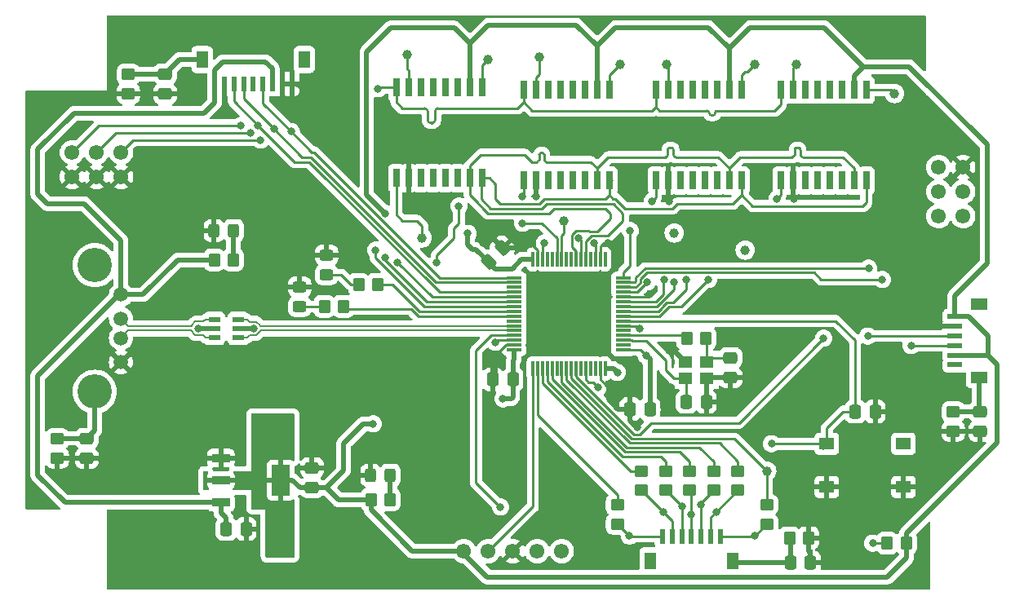
<source format=gtl>
G04 #@! TF.GenerationSoftware,KiCad,Pcbnew,8.0.8*
G04 #@! TF.CreationDate,2025-03-18T19:08:41-04:00*
G04 #@! TF.ProjectId,477,3437372e-6b69-4636-9164-5f7063625858,rev?*
G04 #@! TF.SameCoordinates,Original*
G04 #@! TF.FileFunction,Copper,L1,Top*
G04 #@! TF.FilePolarity,Positive*
%FSLAX46Y46*%
G04 Gerber Fmt 4.6, Leading zero omitted, Abs format (unit mm)*
G04 Created by KiCad (PCBNEW 8.0.8) date 2025-03-18 19:08:41*
%MOMM*%
%LPD*%
G01*
G04 APERTURE LIST*
G04 Aperture macros list*
%AMRoundRect*
0 Rectangle with rounded corners*
0 $1 Rounding radius*
0 $2 $3 $4 $5 $6 $7 $8 $9 X,Y pos of 4 corners*
0 Add a 4 corners polygon primitive as box body*
4,1,4,$2,$3,$4,$5,$6,$7,$8,$9,$2,$3,0*
0 Add four circle primitives for the rounded corners*
1,1,$1+$1,$2,$3*
1,1,$1+$1,$4,$5*
1,1,$1+$1,$6,$7*
1,1,$1+$1,$8,$9*
0 Add four rect primitives between the rounded corners*
20,1,$1+$1,$2,$3,$4,$5,0*
20,1,$1+$1,$4,$5,$6,$7,0*
20,1,$1+$1,$6,$7,$8,$9,0*
20,1,$1+$1,$8,$9,$2,$3,0*%
G04 Aperture macros list end*
G04 #@! TA.AperFunction,SMDPad,CuDef*
%ADD10R,0.600000X1.550000*%
G04 #@! TD*
G04 #@! TA.AperFunction,SMDPad,CuDef*
%ADD11R,1.200000X1.800000*%
G04 #@! TD*
G04 #@! TA.AperFunction,ComponentPad*
%ADD12C,1.000000*%
G04 #@! TD*
G04 #@! TA.AperFunction,SMDPad,CuDef*
%ADD13RoundRect,0.250000X-0.337500X-0.475000X0.337500X-0.475000X0.337500X0.475000X-0.337500X0.475000X0*%
G04 #@! TD*
G04 #@! TA.AperFunction,SMDPad,CuDef*
%ADD14RoundRect,0.250000X-0.475000X0.337500X-0.475000X-0.337500X0.475000X-0.337500X0.475000X0.337500X0*%
G04 #@! TD*
G04 #@! TA.AperFunction,SMDPad,CuDef*
%ADD15RoundRect,0.250000X-0.450000X0.325000X-0.450000X-0.325000X0.450000X-0.325000X0.450000X0.325000X0*%
G04 #@! TD*
G04 #@! TA.AperFunction,SMDPad,CuDef*
%ADD16R,1.550000X0.600000*%
G04 #@! TD*
G04 #@! TA.AperFunction,SMDPad,CuDef*
%ADD17R,1.800000X1.200000*%
G04 #@! TD*
G04 #@! TA.AperFunction,SMDPad,CuDef*
%ADD18RoundRect,0.250000X-0.450000X0.350000X-0.450000X-0.350000X0.450000X-0.350000X0.450000X0.350000X0*%
G04 #@! TD*
G04 #@! TA.AperFunction,SMDPad,CuDef*
%ADD19RoundRect,0.250000X0.350000X0.450000X-0.350000X0.450000X-0.350000X-0.450000X0.350000X-0.450000X0*%
G04 #@! TD*
G04 #@! TA.AperFunction,SMDPad,CuDef*
%ADD20RoundRect,0.250000X0.450000X-0.350000X0.450000X0.350000X-0.450000X0.350000X-0.450000X-0.350000X0*%
G04 #@! TD*
G04 #@! TA.AperFunction,SMDPad,CuDef*
%ADD21RoundRect,0.250000X-0.325000X-0.450000X0.325000X-0.450000X0.325000X0.450000X-0.325000X0.450000X0*%
G04 #@! TD*
G04 #@! TA.AperFunction,SMDPad,CuDef*
%ADD22RoundRect,0.250000X0.337500X0.475000X-0.337500X0.475000X-0.337500X-0.475000X0.337500X-0.475000X0*%
G04 #@! TD*
G04 #@! TA.AperFunction,SMDPad,CuDef*
%ADD23R,1.550000X1.300000*%
G04 #@! TD*
G04 #@! TA.AperFunction,SMDPad,CuDef*
%ADD24RoundRect,0.250000X-0.350000X-0.450000X0.350000X-0.450000X0.350000X0.450000X-0.350000X0.450000X0*%
G04 #@! TD*
G04 #@! TA.AperFunction,SMDPad,CuDef*
%ADD25RoundRect,0.075000X0.700000X0.075000X-0.700000X0.075000X-0.700000X-0.075000X0.700000X-0.075000X0*%
G04 #@! TD*
G04 #@! TA.AperFunction,SMDPad,CuDef*
%ADD26RoundRect,0.075000X0.075000X0.700000X-0.075000X0.700000X-0.075000X-0.700000X0.075000X-0.700000X0*%
G04 #@! TD*
G04 #@! TA.AperFunction,ComponentPad*
%ADD27C,1.550000*%
G04 #@! TD*
G04 #@! TA.AperFunction,SMDPad,CuDef*
%ADD28R,1.400000X1.200000*%
G04 #@! TD*
G04 #@! TA.AperFunction,SMDPad,CuDef*
%ADD29R,0.700000X1.930000*%
G04 #@! TD*
G04 #@! TA.AperFunction,SMDPad,CuDef*
%ADD30RoundRect,0.250000X0.097227X-0.574524X0.574524X-0.097227X-0.097227X0.574524X-0.574524X0.097227X0*%
G04 #@! TD*
G04 #@! TA.AperFunction,SMDPad,CuDef*
%ADD31R,1.200000X0.600000*%
G04 #@! TD*
G04 #@! TA.AperFunction,ComponentPad*
%ADD32C,1.500000*%
G04 #@! TD*
G04 #@! TA.AperFunction,ComponentPad*
%ADD33C,3.570000*%
G04 #@! TD*
G04 #@! TA.AperFunction,SMDPad,CuDef*
%ADD34R,1.850000X0.900000*%
G04 #@! TD*
G04 #@! TA.AperFunction,SMDPad,CuDef*
%ADD35R,1.850000X3.200000*%
G04 #@! TD*
G04 #@! TA.AperFunction,SMDPad,CuDef*
%ADD36RoundRect,0.250000X0.475000X-0.337500X0.475000X0.337500X-0.475000X0.337500X-0.475000X-0.337500X0*%
G04 #@! TD*
G04 #@! TA.AperFunction,ViaPad*
%ADD37C,0.800000*%
G04 #@! TD*
G04 #@! TA.AperFunction,ViaPad*
%ADD38C,6.000000*%
G04 #@! TD*
G04 #@! TA.AperFunction,Conductor*
%ADD39C,0.250000*%
G04 #@! TD*
G04 #@! TA.AperFunction,Conductor*
%ADD40C,0.500000*%
G04 #@! TD*
G04 #@! TA.AperFunction,Conductor*
%ADD41C,0.200000*%
G04 #@! TD*
G04 APERTURE END LIST*
D10*
X151686000Y-129798000D03*
X152686000Y-129798000D03*
X153686000Y-129798000D03*
X154686000Y-129798000D03*
X155686000Y-129798000D03*
X156686000Y-129798000D03*
X157686000Y-129798000D03*
D11*
X150386000Y-132323000D03*
X158986000Y-132323000D03*
D12*
X165608000Y-80772000D03*
D13*
X154156500Y-115824000D03*
X156231500Y-115824000D03*
D14*
X91948000Y-119612500D03*
X91948000Y-121687500D03*
D12*
X133604000Y-80264000D03*
D13*
X171682500Y-116840000D03*
X173757500Y-116840000D03*
D12*
X138938000Y-80010000D03*
D15*
X116840000Y-100575001D03*
X116840000Y-102624999D03*
D16*
X182030000Y-106974000D03*
X182030000Y-107974000D03*
X182030000Y-108974000D03*
X182030000Y-109974000D03*
X182030000Y-110974000D03*
X182030000Y-111974000D03*
D17*
X184554000Y-105674000D03*
X184554000Y-113274000D03*
D18*
X181864000Y-116856000D03*
X181864000Y-118856000D03*
D19*
X107172000Y-101092000D03*
X105172000Y-101092000D03*
D20*
X154500000Y-125000000D03*
X154500000Y-123000000D03*
X162500000Y-128500000D03*
X162500000Y-126500000D03*
X149500000Y-125000000D03*
X149500000Y-123000000D03*
D19*
X177000000Y-130500000D03*
X175000000Y-130500000D03*
D18*
X96266000Y-81804000D03*
X96266000Y-83804000D03*
D12*
X126746000Y-98806000D03*
X152146000Y-80772000D03*
D21*
X121403000Y-123444000D03*
X123453000Y-123444000D03*
D22*
X136165500Y-113500000D03*
X134090500Y-113500000D03*
D23*
X168745000Y-120178000D03*
X168745000Y-124678000D03*
X176695000Y-120178000D03*
X176695000Y-124678000D03*
D18*
X88900000Y-119650000D03*
X88900000Y-121650000D03*
D22*
X150389500Y-116586000D03*
X148314500Y-116586000D03*
D15*
X114046000Y-103877001D03*
X114046000Y-105926999D03*
D12*
X141478000Y-97028000D03*
X160274000Y-100076000D03*
D20*
X157000000Y-125000000D03*
X157000000Y-123000000D03*
D24*
X116602000Y-105918000D03*
X118602000Y-105918000D03*
D12*
X161290000Y-80772000D03*
D25*
X147661000Y-110430000D03*
X147661000Y-109930000D03*
X147661000Y-109430000D03*
X147661000Y-108930000D03*
X147661000Y-108430000D03*
X147661000Y-107930000D03*
X147661000Y-107430000D03*
X147661000Y-106930000D03*
X147661000Y-106430000D03*
X147661000Y-105930000D03*
X147661000Y-105430000D03*
X147661000Y-104930000D03*
X147661000Y-104430000D03*
X147661000Y-103930000D03*
X147661000Y-103430000D03*
X147661000Y-102930000D03*
D26*
X145736000Y-101005000D03*
X145236000Y-101005000D03*
X144736000Y-101005000D03*
X144236000Y-101005000D03*
X143736000Y-101005000D03*
X143236000Y-101005000D03*
X142736000Y-101005000D03*
X142236000Y-101005000D03*
X141736000Y-101005000D03*
X141236000Y-101005000D03*
X140736000Y-101005000D03*
X140236000Y-101005000D03*
X139736000Y-101005000D03*
X139236000Y-101005000D03*
X138736000Y-101005000D03*
X138236000Y-101005000D03*
D25*
X136311000Y-102930000D03*
X136311000Y-103430000D03*
X136311000Y-103930000D03*
X136311000Y-104430000D03*
X136311000Y-104930000D03*
X136311000Y-105430000D03*
X136311000Y-105930000D03*
X136311000Y-106430000D03*
X136311000Y-106930000D03*
X136311000Y-107430000D03*
X136311000Y-107930000D03*
X136311000Y-108430000D03*
X136311000Y-108930000D03*
X136311000Y-109430000D03*
X136311000Y-109930000D03*
X136311000Y-110430000D03*
D26*
X138236000Y-112355000D03*
X138736000Y-112355000D03*
X139236000Y-112355000D03*
X139736000Y-112355000D03*
X140236000Y-112355000D03*
X140736000Y-112355000D03*
X141236000Y-112355000D03*
X141736000Y-112355000D03*
X142236000Y-112355000D03*
X142736000Y-112355000D03*
X143236000Y-112355000D03*
X143736000Y-112355000D03*
X144236000Y-112355000D03*
X144736000Y-112355000D03*
X145236000Y-112355000D03*
X145736000Y-112355000D03*
D19*
X123428000Y-125984000D03*
X121428000Y-125984000D03*
D12*
X162500000Y-123000000D03*
D27*
X131064000Y-131318000D03*
X133604000Y-131318000D03*
X136144000Y-131318000D03*
X138684000Y-131318000D03*
X141224000Y-131318000D03*
D20*
X147000000Y-128500000D03*
X147000000Y-126500000D03*
D14*
X100076000Y-81766500D03*
X100076000Y-83841500D03*
D28*
X154094000Y-113372000D03*
X156294000Y-113372000D03*
X156294000Y-111672000D03*
X154094000Y-111672000D03*
D14*
X158750000Y-111230500D03*
X158750000Y-113305500D03*
D12*
X152908000Y-98298000D03*
D29*
X132969000Y-83174000D03*
X131699000Y-83174000D03*
X130429000Y-83174000D03*
X129159000Y-83174000D03*
X127889000Y-83174000D03*
X126619000Y-83174000D03*
X125349000Y-83174000D03*
X124079000Y-83174000D03*
X124079000Y-92594000D03*
X125349000Y-92594000D03*
X126619000Y-92594000D03*
X127889000Y-92594000D03*
X129159000Y-92594000D03*
X130429000Y-92594000D03*
X131699000Y-92594000D03*
X132969000Y-92594000D03*
D12*
X147320000Y-80772000D03*
D30*
X133632377Y-101317623D03*
X135099623Y-99850377D03*
D20*
X152000000Y-125000000D03*
X152000000Y-123000000D03*
D24*
X120158000Y-103632000D03*
X122158000Y-103632000D03*
D13*
X106404500Y-129032000D03*
X108479500Y-129032000D03*
D29*
X146177000Y-83428000D03*
X144907000Y-83428000D03*
X143637000Y-83428000D03*
X142367000Y-83428000D03*
X141097000Y-83428000D03*
X139827000Y-83428000D03*
X138557000Y-83428000D03*
X137287000Y-83428000D03*
X137287000Y-92848000D03*
X138557000Y-92848000D03*
X139827000Y-92848000D03*
X141097000Y-92848000D03*
X142367000Y-92848000D03*
X143637000Y-92848000D03*
X144907000Y-92848000D03*
X146177000Y-92848000D03*
D31*
X105176000Y-107254000D03*
X105176000Y-108204000D03*
X105176000Y-109154000D03*
X107676000Y-109154000D03*
X107676000Y-108204000D03*
X107676000Y-107254000D03*
D20*
X159500000Y-125000000D03*
X159500000Y-123000000D03*
D12*
X175768000Y-83820000D03*
D32*
X95490000Y-104700000D03*
X95490000Y-107200000D03*
X95490000Y-109200000D03*
X95490000Y-111700000D03*
D33*
X92780000Y-101630000D03*
X92780000Y-114770000D03*
D14*
X184658000Y-116818500D03*
X184658000Y-118893500D03*
D27*
X182880000Y-96534000D03*
X180340000Y-96534000D03*
X182880000Y-93994000D03*
X180340000Y-93994000D03*
X182880000Y-91454000D03*
X180340000Y-91454000D03*
D29*
X172847000Y-83428000D03*
X171577000Y-83428000D03*
X170307000Y-83428000D03*
X169037000Y-83428000D03*
X167767000Y-83428000D03*
X166497000Y-83428000D03*
X165227000Y-83428000D03*
X163957000Y-83428000D03*
X163957000Y-92848000D03*
X165227000Y-92848000D03*
X166497000Y-92848000D03*
X167767000Y-92848000D03*
X169037000Y-92848000D03*
X170307000Y-92848000D03*
X171577000Y-92848000D03*
X172847000Y-92848000D03*
D12*
X125222000Y-79756000D03*
D21*
X105147000Y-98044000D03*
X107197000Y-98044000D03*
D19*
X156194000Y-109220000D03*
X154194000Y-109220000D03*
D34*
X105866000Y-121652000D03*
X105866000Y-123952000D03*
X105866000Y-126252000D03*
D35*
X112066000Y-123952000D03*
D10*
X113220000Y-82804000D03*
X112220000Y-82804000D03*
X111220000Y-82804000D03*
X110220000Y-82804000D03*
X109220000Y-82804000D03*
X108220000Y-82804000D03*
X107220000Y-82804000D03*
X106220000Y-82804000D03*
X105220000Y-82804000D03*
D11*
X114520000Y-80279000D03*
X103920000Y-80279000D03*
D24*
X164862000Y-129960000D03*
X166862000Y-129960000D03*
D36*
X115316000Y-124735500D03*
X115316000Y-122660500D03*
D29*
X159893000Y-83428000D03*
X158623000Y-83428000D03*
X157353000Y-83428000D03*
X156083000Y-83428000D03*
X154813000Y-83428000D03*
X153543000Y-83428000D03*
X152273000Y-83428000D03*
X151003000Y-83428000D03*
X151003000Y-92848000D03*
X152273000Y-92848000D03*
X153543000Y-92848000D03*
X154813000Y-92848000D03*
X156083000Y-92848000D03*
X157353000Y-92848000D03*
X158623000Y-92848000D03*
X159893000Y-92848000D03*
D27*
X90424000Y-92456000D03*
X90424000Y-89916000D03*
X92964000Y-92456000D03*
X92964000Y-89916000D03*
X95504000Y-92456000D03*
X95504000Y-89916000D03*
D13*
X164962500Y-132500000D03*
X167037500Y-132500000D03*
D37*
X134366000Y-110998000D03*
X125222000Y-94742000D03*
X133096000Y-99314000D03*
X179578000Y-118872000D03*
X152400000Y-95033000D03*
X150363347Y-104643347D03*
X94488000Y-83820000D03*
X138557000Y-94488000D03*
X106220000Y-85344000D03*
X166000000Y-124678000D03*
X138049000Y-99441000D03*
X149031771Y-118468229D03*
X103378000Y-98044000D03*
X152400000Y-110490000D03*
X103886000Y-121666000D03*
X178308000Y-107188000D03*
X158750000Y-115824000D03*
D38*
X100000000Y-131000000D03*
D37*
X119000000Y-100575001D03*
X103500000Y-108200000D03*
X166862000Y-128000000D03*
X120142000Y-121666000D03*
X146087000Y-114046000D03*
X179324000Y-124714000D03*
X165354000Y-94742000D03*
X113506000Y-85344000D03*
X146050000Y-99314000D03*
X115316000Y-121158000D03*
X93472000Y-121739052D03*
X173736000Y-115062000D03*
X173500000Y-130500000D03*
X163000000Y-120178000D03*
X130556000Y-95504000D03*
X128270000Y-101346000D03*
X124206000Y-101346000D03*
X122174000Y-83312000D03*
X143011000Y-98806000D03*
X109240000Y-108204000D03*
X134874000Y-126746000D03*
X113157000Y-87757000D03*
X109982000Y-88646000D03*
X145029347Y-114304653D03*
X144586000Y-99314000D03*
X135128000Y-115500000D03*
X147000000Y-112765000D03*
X150000000Y-111000000D03*
X121666000Y-118110000D03*
X131500000Y-98350000D03*
X150114000Y-103378000D03*
X122936000Y-96266000D03*
X139446000Y-99314000D03*
X134366000Y-109644500D03*
X122936000Y-100838000D03*
X121920000Y-100076000D03*
X108966000Y-87884000D03*
X111379000Y-87503000D03*
X107950000Y-87122000D03*
X109728000Y-87122000D03*
X137160000Y-97277347D03*
X137160000Y-94488000D03*
X148336000Y-98044000D03*
X173000000Y-109000000D03*
X177500000Y-109974000D03*
X161250000Y-129750000D03*
X168402000Y-109220000D03*
X154178000Y-103124000D03*
X151892000Y-103124000D03*
X150622000Y-94996000D03*
X152908000Y-103378000D03*
X163576000Y-94742000D03*
X156464000Y-103124000D03*
X149352000Y-108204000D03*
X155686000Y-126500000D03*
X153686000Y-126686000D03*
X151750000Y-127250000D03*
X148250000Y-129750000D03*
X154686000Y-127500000D03*
X157250000Y-127250000D03*
X174498000Y-103124000D03*
X173078306Y-101949000D03*
D39*
X146050000Y-99314000D02*
X145611305Y-99314000D01*
D40*
X136369623Y-99850377D02*
X135099623Y-99850377D01*
X88900000Y-121650000D02*
X91910500Y-121650000D01*
D39*
X103504000Y-108204000D02*
X103500000Y-108200000D01*
D40*
X100076000Y-83841500D02*
X96303500Y-83841500D01*
D39*
X145796000Y-114046000D02*
X145236000Y-113486000D01*
X150104611Y-104930000D02*
X147661000Y-104930000D01*
D40*
X148314500Y-117814500D02*
X149000000Y-118500000D01*
X152400000Y-110490000D02*
X152912000Y-110490000D01*
X94488000Y-83820000D02*
X96250000Y-83820000D01*
X168745000Y-124678000D02*
X166000000Y-124678000D01*
D39*
X146087000Y-114046000D02*
X145796000Y-114046000D01*
D40*
X178308000Y-107188000D02*
X179832000Y-107188000D01*
X156231500Y-115824000D02*
X158750000Y-115824000D01*
D39*
X138736000Y-100128000D02*
X138736000Y-101005000D01*
D40*
X146087000Y-115607000D02*
X147066000Y-116586000D01*
X167037500Y-132842000D02*
X167037500Y-131509500D01*
D39*
X165227000Y-94615000D02*
X165354000Y-94742000D01*
D40*
X112220000Y-82804000D02*
X112220000Y-84058000D01*
X116840000Y-100575001D02*
X119000000Y-100575001D01*
X134366000Y-113224500D02*
X134090500Y-113500000D01*
D39*
X150363347Y-104671264D02*
X150104611Y-104930000D01*
X145236000Y-113486000D02*
X145236000Y-112355000D01*
D40*
X121403000Y-122165000D02*
X121403000Y-123444000D01*
X105176000Y-108204000D02*
X103504000Y-108204000D01*
X115378999Y-100575001D02*
X116840000Y-100575001D01*
X125349000Y-92594000D02*
X125349000Y-94615000D01*
X114046000Y-103877001D02*
X114046000Y-101908000D01*
X107950000Y-132080000D02*
X101080000Y-132080000D01*
D39*
X156360500Y-113305500D02*
X156294000Y-113372000D01*
X150363347Y-104643347D02*
X150363347Y-104671264D01*
D40*
X112220000Y-84058000D02*
X113506000Y-85344000D01*
D39*
X134366000Y-110998000D02*
X135434000Y-109930000D01*
X179594000Y-118856000D02*
X179578000Y-118872000D01*
D40*
X120904000Y-121666000D02*
X121403000Y-122165000D01*
D39*
X179288000Y-124678000D02*
X179324000Y-124714000D01*
D40*
X113220000Y-82804000D02*
X113804000Y-82804000D01*
D39*
X156231500Y-113434500D02*
X156294000Y-113372000D01*
D40*
X105147000Y-98044000D02*
X103378000Y-98044000D01*
X184658000Y-118893500D02*
X181901500Y-118893500D01*
X108479500Y-129032000D02*
X108479500Y-131550500D01*
X165227000Y-92848000D02*
X165227000Y-94615000D01*
X181864000Y-118856000D02*
X179594000Y-118856000D01*
D39*
X101080000Y-132080000D02*
X100000000Y-131000000D01*
D40*
X114500000Y-83500000D02*
X114500000Y-84350000D01*
X138049000Y-99441000D02*
X136779000Y-99441000D01*
X133547246Y-98862754D02*
X134112000Y-98862754D01*
X113804000Y-82804000D02*
X114500000Y-83500000D01*
D39*
X145236000Y-99689305D02*
X145236000Y-101005000D01*
X173757500Y-115083500D02*
X173736000Y-115062000D01*
D40*
X176695000Y-124678000D02*
X179288000Y-124678000D01*
X115316000Y-122660500D02*
X115316000Y-121158000D01*
X136779000Y-99441000D02*
X136369623Y-99850377D01*
X133096000Y-99314000D02*
X133547246Y-98862754D01*
X152912000Y-110490000D02*
X154094000Y-111672000D01*
D39*
X145611305Y-99314000D02*
X145236000Y-99689305D01*
D40*
X179832000Y-107188000D02*
X180594000Y-107950000D01*
X114500000Y-84350000D02*
X113506000Y-85344000D01*
X114046000Y-101908000D02*
X115378999Y-100575001D01*
D39*
X181901500Y-118893500D02*
X181872000Y-118864000D01*
X154094000Y-111672000D02*
X154094000Y-111594000D01*
X96250000Y-83820000D02*
X96266000Y-83804000D01*
X125349000Y-94615000D02*
X125222000Y-94742000D01*
X96303500Y-83841500D02*
X96266000Y-83804000D01*
D40*
X166862000Y-129960000D02*
X166862000Y-128000000D01*
X105866000Y-121652000D02*
X103900000Y-121652000D01*
X158750000Y-113305500D02*
X156360500Y-113305500D01*
X148314500Y-116586000D02*
X148314500Y-117814500D01*
D39*
X182006000Y-107950000D02*
X182030000Y-107974000D01*
D40*
X106220000Y-82804000D02*
X106220000Y-85344000D01*
D39*
X91910500Y-121650000D02*
X91948000Y-121687500D01*
D40*
X173757500Y-116840000D02*
X173757500Y-115083500D01*
D39*
X148314500Y-116586000D02*
X148082000Y-116586000D01*
X152400000Y-95033000D02*
X152273000Y-94906000D01*
D40*
X138557000Y-94488000D02*
X138557000Y-92848000D01*
X166862000Y-131334000D02*
X166862000Y-130302000D01*
X134366000Y-110998000D02*
X134366000Y-113224500D01*
X108479500Y-131550500D02*
X107950000Y-132080000D01*
X147066000Y-116586000D02*
X148314500Y-116586000D01*
D39*
X93420448Y-121687500D02*
X93472000Y-121739052D01*
D40*
X91948000Y-121687500D02*
X93420448Y-121687500D01*
X156231500Y-115824000D02*
X156231500Y-113434500D01*
X152273000Y-94906000D02*
X152273000Y-92848000D01*
X180594000Y-107950000D02*
X182006000Y-107950000D01*
D39*
X138049000Y-99441000D02*
X138736000Y-100128000D01*
X135434000Y-109930000D02*
X136311000Y-109930000D01*
X181872000Y-118864000D02*
X181864000Y-118856000D01*
D40*
X167037500Y-131509500D02*
X166862000Y-131334000D01*
X120142000Y-121666000D02*
X120904000Y-121666000D01*
X134112000Y-98862754D02*
X135099623Y-99850377D01*
D39*
X154094000Y-111594000D02*
X154000000Y-111500000D01*
X103900000Y-121652000D02*
X103886000Y-121666000D01*
D40*
X146087000Y-114046000D02*
X146087000Y-115607000D01*
D39*
X169681500Y-107430000D02*
X171682500Y-109431000D01*
X168634500Y-120067500D02*
X168745000Y-120178000D01*
X170434000Y-116840000D02*
X171682500Y-116840000D01*
X168745000Y-118529000D02*
X170434000Y-116840000D01*
X163000000Y-120178000D02*
X168745000Y-120178000D01*
X147661000Y-107430000D02*
X169681500Y-107430000D01*
X175000000Y-130500000D02*
X173500000Y-130500000D01*
X168745000Y-120178000D02*
X168745000Y-118529000D01*
X171682500Y-109431000D02*
X171682500Y-116840000D01*
X168745000Y-120178000D02*
X168273000Y-120650000D01*
X127790000Y-104930000D02*
X124206000Y-101346000D01*
X128270000Y-100584000D02*
X130048000Y-98806000D01*
X128270000Y-101346000D02*
X128270000Y-100584000D01*
X136311000Y-104930000D02*
X127790000Y-104930000D01*
X130048000Y-98806000D02*
X130048000Y-97790000D01*
X132969000Y-83174000D02*
X132969000Y-80899000D01*
X130556000Y-97282000D02*
X130556000Y-95504000D01*
X130048000Y-97790000D02*
X130556000Y-97282000D01*
X132969000Y-80899000D02*
X133604000Y-80264000D01*
X156916760Y-86078000D02*
X156796760Y-86078000D01*
X137287000Y-83428000D02*
X137287000Y-84709000D01*
X124079000Y-84709000D02*
X124079000Y-83174000D01*
X151003000Y-85217000D02*
X151003000Y-83428000D01*
X155712158Y-85598000D02*
X151384000Y-85598000D01*
X163957000Y-84963000D02*
X163322000Y-85598000D01*
X124079000Y-83174000D02*
X122312000Y-83174000D01*
X137287000Y-84709000D02*
X138176000Y-85598000D01*
X143011000Y-98806000D02*
X143236000Y-99031000D01*
X124714000Y-85344000D02*
X124079000Y-84709000D01*
X156316760Y-85598000D02*
X156196760Y-85598000D01*
X151384000Y-85598000D02*
X151003000Y-85217000D01*
X127312281Y-86538000D02*
X127312281Y-85660000D01*
X150622000Y-85598000D02*
X151003000Y-85217000D01*
X163322000Y-85598000D02*
X157396760Y-85598000D01*
X126137360Y-85344000D02*
X124714000Y-85344000D01*
X126996281Y-85344000D02*
X126838281Y-85344000D01*
X126838281Y-85344000D02*
X126137360Y-85344000D01*
X138176000Y-85598000D02*
X150622000Y-85598000D01*
X122312000Y-83174000D02*
X122174000Y-83312000D01*
X137287000Y-84709000D02*
X136652000Y-85344000D01*
X127786281Y-86854000D02*
X127628281Y-86854000D01*
X143236000Y-99031000D02*
X143236000Y-101005000D01*
X136652000Y-85344000D02*
X128418281Y-85344000D01*
X156196760Y-85598000D02*
X155712158Y-85598000D01*
X128102281Y-85660000D02*
X128102281Y-86538000D01*
X163957000Y-83428000D02*
X163957000Y-84963000D01*
X128418281Y-85344000D02*
G75*
G03*
X128102300Y-85660000I19J-316000D01*
G01*
X157156760Y-85838000D02*
G75*
G02*
X156916760Y-86077960I-239960J0D01*
G01*
X156556760Y-85838000D02*
G75*
G03*
X156316760Y-85598040I-239960J0D01*
G01*
X157396760Y-85598000D02*
G75*
G03*
X157156800Y-85838000I40J-240000D01*
G01*
X127628281Y-86854000D02*
G75*
G02*
X127312300Y-86538000I19J316000D01*
G01*
X127312281Y-85660000D02*
G75*
G03*
X126996281Y-85344019I-315981J0D01*
G01*
X128102281Y-86538000D02*
G75*
G02*
X127786281Y-86853981I-315981J0D01*
G01*
X156796760Y-86078000D02*
G75*
G02*
X156556800Y-85838000I40J240000D01*
G01*
X184554000Y-116714500D02*
X184658000Y-116818500D01*
X181901500Y-116818500D02*
X181864000Y-116856000D01*
D40*
X184554000Y-113274000D02*
X184554000Y-116714500D01*
X184658000Y-116818500D02*
X181901500Y-116818500D01*
D39*
X165403505Y-90184000D02*
X165403505Y-89664000D01*
X146304000Y-96266000D02*
X145796000Y-95758000D01*
X146050000Y-90424000D02*
X151993660Y-90424000D01*
X142736000Y-101005000D02*
X142736000Y-100162236D01*
X153073660Y-90424000D02*
X153193660Y-90424000D01*
X157480000Y-90424000D02*
X158623000Y-91567000D01*
X132842000Y-90170000D02*
X137414000Y-90170000D01*
X164976212Y-90424000D02*
X165163505Y-90424000D01*
X152833660Y-89664000D02*
X152833660Y-90184000D01*
X166521381Y-90424000D02*
X170434000Y-90424000D01*
X138892000Y-90724000D02*
X138892000Y-90140000D01*
X139620000Y-90932000D02*
X139724000Y-90932000D01*
X166243505Y-90424000D02*
X166363505Y-90424000D01*
X145796000Y-95758000D02*
X140462000Y-95758000D01*
X137414000Y-90170000D02*
X138176000Y-90932000D01*
X144907000Y-91567000D02*
X144907000Y-92233000D01*
X152233660Y-90184000D02*
X152233660Y-89664000D01*
X146304000Y-96774000D02*
X146304000Y-96266000D01*
X131699000Y-92594000D02*
X131699000Y-91313000D01*
X158623000Y-92848000D02*
X158623000Y-91567000D01*
X142710695Y-98081000D02*
X144041299Y-98081000D01*
X170434000Y-90424000D02*
X171577000Y-91567000D01*
X132461000Y-95123000D02*
X133190425Y-95852425D01*
X166363505Y-90424000D02*
X166521381Y-90424000D01*
X133604000Y-96266000D02*
X135592377Y-96266000D01*
X144907000Y-92233000D02*
X144907000Y-92848000D01*
X139954000Y-96266000D02*
X135831696Y-96266000D01*
X139100000Y-89932000D02*
X139204000Y-89932000D01*
X135592377Y-96266000D02*
X135831696Y-96266000D01*
X165643505Y-89424000D02*
X165763505Y-89424000D01*
X144041299Y-98081000D02*
X144099299Y-98139000D01*
X164976212Y-90424000D02*
X164804527Y-90424000D01*
X139724000Y-90932000D02*
X140208000Y-90932000D01*
X166003505Y-89664000D02*
X166003505Y-90184000D01*
X171577000Y-92848000D02*
X171577000Y-91567000D01*
X153281301Y-90424000D02*
X157480000Y-90424000D01*
X140462000Y-95758000D02*
X139954000Y-96266000D01*
X164804527Y-90424000D02*
X159766000Y-90424000D01*
X139412000Y-90140000D02*
X139412000Y-90724000D01*
X159766000Y-90424000D02*
X158623000Y-91567000D01*
X131699000Y-91313000D02*
X132842000Y-90170000D01*
X131699000Y-92594000D02*
X131699000Y-94361000D01*
X142286000Y-99712236D02*
X142286000Y-98505695D01*
X142286000Y-98505695D02*
X142710695Y-98081000D01*
X140208000Y-90932000D02*
X144272000Y-90932000D01*
X131699000Y-94361000D02*
X132461000Y-95123000D01*
X144272000Y-90932000D02*
X144907000Y-91567000D01*
X142736000Y-100162236D02*
X142286000Y-99712236D01*
X144099299Y-98139000D02*
X144939000Y-98139000D01*
X153193660Y-90424000D02*
X153281301Y-90424000D01*
X144907000Y-91567000D02*
X146050000Y-90424000D01*
X133190425Y-95852425D02*
X133604000Y-96266000D01*
X152473660Y-89424000D02*
X152593660Y-89424000D01*
X144939000Y-98139000D02*
X146304000Y-96774000D01*
X138176000Y-90932000D02*
X138684000Y-90932000D01*
X138684000Y-90932000D02*
G75*
G03*
X138892000Y-90724000I0J208000D01*
G01*
X152833660Y-90184000D02*
G75*
G03*
X153073660Y-90424040I240040J0D01*
G01*
X139412000Y-90724000D02*
G75*
G03*
X139620000Y-90932000I208000J0D01*
G01*
X138892000Y-90140000D02*
G75*
G02*
X139100000Y-89932000I208000J0D01*
G01*
X152593660Y-89424000D02*
G75*
G02*
X152833700Y-89664000I40J-240000D01*
G01*
X165163505Y-90424000D02*
G75*
G03*
X165403500Y-90184000I-5J240000D01*
G01*
X139204000Y-89932000D02*
G75*
G02*
X139412000Y-90140000I0J-208000D01*
G01*
X165763505Y-89424000D02*
G75*
G02*
X166003500Y-89664000I-5J-240000D01*
G01*
X151993660Y-90424000D02*
G75*
G03*
X152233700Y-90184000I40J240000D01*
G01*
X152233660Y-89664000D02*
G75*
G02*
X152473660Y-89423960I240040J0D01*
G01*
X165403505Y-89664000D02*
G75*
G02*
X165643505Y-89424005I239995J0D01*
G01*
X166003505Y-90184000D02*
G75*
G03*
X166243505Y-90423995I239995J0D01*
G01*
X139642000Y-95308000D02*
X139192000Y-95758000D01*
X152700305Y-95758000D02*
X153208305Y-95250000D01*
X143736000Y-101005000D02*
X143736000Y-99138695D01*
X146177000Y-94361000D02*
X146177000Y-92848000D01*
X134366000Y-93218000D02*
X134366000Y-94742000D01*
X133742000Y-92594000D02*
X134366000Y-93218000D01*
X132879000Y-94788305D02*
X132879000Y-92684000D01*
X172466000Y-95504000D02*
X161036000Y-95504000D01*
X147828000Y-95758000D02*
X152700305Y-95758000D01*
X132879000Y-92684000D02*
X132969000Y-92594000D01*
X143736000Y-99138695D02*
X144285695Y-98589000D01*
X134366000Y-94742000D02*
X134874000Y-95250000D01*
X146616000Y-95308000D02*
X139642000Y-95308000D01*
X146177000Y-94361000D02*
X146558000Y-94742000D01*
X153208305Y-95250000D02*
X159004000Y-95250000D01*
X139192000Y-95758000D02*
X133848695Y-95758000D01*
X144285695Y-98589000D02*
X146013000Y-98589000D01*
X147574000Y-97028000D02*
X147574000Y-96266000D01*
X146013000Y-98589000D02*
X147574000Y-97028000D01*
X133848695Y-95758000D02*
X132879000Y-94788305D01*
X132969000Y-92594000D02*
X133742000Y-92594000D01*
X146177000Y-92848000D02*
X146442000Y-92848000D01*
X159004000Y-95250000D02*
X159893000Y-94361000D01*
X146812000Y-94742000D02*
X147828000Y-95758000D01*
X172847000Y-92848000D02*
X172847000Y-95123000D01*
X172847000Y-95123000D02*
X172466000Y-95504000D01*
X138938000Y-95250000D02*
X139446000Y-94742000D01*
X145796000Y-94742000D02*
X146177000Y-94361000D01*
X146558000Y-94742000D02*
X146812000Y-94742000D01*
X139446000Y-94742000D02*
X145796000Y-94742000D01*
X159893000Y-94361000D02*
X159893000Y-92848000D01*
X147574000Y-96266000D02*
X146616000Y-95308000D01*
X161036000Y-95504000D02*
X159893000Y-94361000D01*
X134874000Y-95250000D02*
X138938000Y-95250000D01*
D40*
X106404500Y-128778000D02*
X106404500Y-127904500D01*
X106074750Y-80500000D02*
X110500000Y-80500000D01*
X97800000Y-104700000D02*
X95490000Y-104700000D01*
X107676000Y-108204000D02*
X109240000Y-108204000D01*
X95490000Y-104700000D02*
X95490000Y-99046000D01*
X105220000Y-84740000D02*
X105220000Y-82804000D01*
X89676000Y-126252000D02*
X86868000Y-123444000D01*
X105866000Y-127366000D02*
X105866000Y-126252000D01*
X86868000Y-113132000D02*
X95300000Y-104700000D01*
X105172000Y-101092000D02*
X101408000Y-101092000D01*
X105866000Y-126252000D02*
X89676000Y-126252000D01*
X104108000Y-85852000D02*
X105220000Y-84740000D01*
X105220000Y-81354750D02*
X106074750Y-80500000D01*
X87884000Y-95250000D02*
X86868000Y-94234000D01*
X91694000Y-95250000D02*
X87884000Y-95250000D01*
X111220000Y-81220000D02*
X111220000Y-82804000D01*
X86868000Y-123444000D02*
X86868000Y-113132000D01*
X110500000Y-80500000D02*
X111220000Y-81220000D01*
D39*
X95300000Y-104700000D02*
X95490000Y-104700000D01*
D40*
X95490000Y-99046000D02*
X91694000Y-95250000D01*
X86868000Y-94234000D02*
X86868000Y-89632000D01*
X106404500Y-127904500D02*
X105866000Y-127366000D01*
X105220000Y-82804000D02*
X105220000Y-81354750D01*
X90648000Y-85852000D02*
X104108000Y-85852000D01*
X101408000Y-101092000D02*
X97800000Y-104700000D01*
X86868000Y-89632000D02*
X90648000Y-85852000D01*
D39*
X125601604Y-106172000D02*
X126359604Y-106930000D01*
X118602000Y-105918000D02*
X118856000Y-106172000D01*
X118856000Y-106172000D02*
X125601604Y-106172000D01*
X126359604Y-106930000D02*
X136311000Y-106930000D01*
X132334000Y-110490000D02*
X132334000Y-124206000D01*
X136311000Y-108930000D02*
X136300500Y-108919500D01*
X136300500Y-108919500D02*
X133904500Y-108919500D01*
X132334000Y-124206000D02*
X134874000Y-126746000D01*
X133904500Y-108919500D02*
X132334000Y-110490000D01*
X138236000Y-112355000D02*
X138236000Y-126686000D01*
X138236000Y-126686000D02*
X133604000Y-131318000D01*
X128574695Y-102930000D02*
X136311000Y-102930000D01*
X96774000Y-88646000D02*
X95504000Y-89916000D01*
X110220000Y-84820000D02*
X113157000Y-87757000D01*
X115316000Y-89916000D02*
X115560695Y-89916000D01*
X115560695Y-89916000D02*
X128574695Y-102930000D01*
X109982000Y-88646000D02*
X96774000Y-88646000D01*
X110220000Y-82804000D02*
X110220000Y-84820000D01*
X113157000Y-87757000D02*
X115316000Y-89916000D01*
X152000000Y-112500000D02*
X152872000Y-113372000D01*
X149974000Y-109474000D02*
X152000000Y-111500000D01*
X154156500Y-115824000D02*
X154156500Y-113434500D01*
X152872000Y-113372000D02*
X154094000Y-113372000D01*
X148503764Y-109430000D02*
X148547764Y-109474000D01*
X154156500Y-113434500D02*
X154094000Y-113372000D01*
X147661000Y-109430000D02*
X148503764Y-109430000D01*
X148547764Y-109474000D02*
X149974000Y-109474000D01*
X152000000Y-111500000D02*
X152000000Y-112500000D01*
X153904000Y-108930000D02*
X147661000Y-108930000D01*
X154194000Y-109220000D02*
X153904000Y-108930000D01*
X88937500Y-119612500D02*
X88900000Y-119650000D01*
D40*
X92780000Y-118780500D02*
X91948000Y-119612500D01*
X92780000Y-114570000D02*
X92780000Y-118780500D01*
D39*
X92421500Y-119612500D02*
X91948000Y-119612500D01*
D40*
X91948000Y-119612500D02*
X88937500Y-119612500D01*
D41*
X96265000Y-107975000D02*
X102796000Y-107975000D01*
X102800000Y-107910050D02*
X103210050Y-107500000D01*
X104275999Y-107254000D02*
X105176000Y-107254000D01*
X103210050Y-107500000D02*
X104029999Y-107500000D01*
X102800000Y-107979000D02*
X102800000Y-107910050D01*
X95490000Y-107200000D02*
X96265000Y-107975000D01*
X102796000Y-107975000D02*
X102800000Y-107979000D01*
X104029999Y-107500000D02*
X104275999Y-107254000D01*
X101504000Y-108429000D02*
X102739050Y-108429000D01*
X95490000Y-109200000D02*
X96265000Y-108425000D01*
X102739050Y-108429000D02*
X103210050Y-108900000D01*
X101500000Y-108425000D02*
X101504000Y-108429000D01*
X104021999Y-108900000D02*
X104275999Y-109154000D01*
X96265000Y-108425000D02*
X101500000Y-108425000D01*
X104275999Y-109154000D02*
X105176000Y-109154000D01*
X103210050Y-108900000D02*
X104021999Y-108900000D01*
D39*
X144018000Y-113792000D02*
X144516694Y-113792000D01*
X143736000Y-113510000D02*
X144018000Y-113792000D01*
X144516694Y-113792000D02*
X145029347Y-114304653D01*
X143736000Y-112355000D02*
X143736000Y-113510000D01*
D40*
X118618000Y-120142000D02*
X118618000Y-122936000D01*
X116818500Y-124735500D02*
X115316000Y-124735500D01*
X136000000Y-115500000D02*
X135128000Y-115500000D01*
X172514000Y-81026000D02*
X177292000Y-81026000D01*
D39*
X150000000Y-111000000D02*
X149430000Y-110430000D01*
X144586000Y-99314000D02*
X144736000Y-99464000D01*
D40*
X131699000Y-78613000D02*
X133604000Y-76708000D01*
X144907000Y-78867000D02*
X144907000Y-83428000D01*
X142748000Y-76708000D02*
X144907000Y-78867000D01*
X136165500Y-113500000D02*
X136165500Y-115334500D01*
X130086000Y-77000000D02*
X131699000Y-78613000D01*
X120650000Y-118110000D02*
X121666000Y-118110000D01*
D39*
X105866000Y-123952000D02*
X105844500Y-123973500D01*
X150114000Y-103378000D02*
X149062000Y-104430000D01*
X149062000Y-104430000D02*
X147661000Y-104430000D01*
D40*
X146590000Y-112355000D02*
X145836000Y-112355000D01*
X116794500Y-124735500D02*
X118043000Y-125984000D01*
X182030000Y-106974000D02*
X183474000Y-106974000D01*
X132314754Y-100000000D02*
X132000000Y-100000000D01*
X136165500Y-111544500D02*
X136165500Y-113500000D01*
X177000000Y-129500000D02*
X177000000Y-130500000D01*
X133604000Y-76708000D02*
X142748000Y-76708000D01*
X121428000Y-127016000D02*
X125730000Y-131318000D01*
X123500000Y-77000000D02*
X130086000Y-77000000D01*
X122936000Y-96266000D02*
X121000000Y-94330000D01*
X146812000Y-76962000D02*
X144907000Y-78867000D01*
X121000000Y-79500000D02*
X123500000Y-77000000D01*
X156464000Y-76962000D02*
X146812000Y-76962000D01*
X185474000Y-108974000D02*
X185474000Y-110974000D01*
X150389500Y-116586000D02*
X150389500Y-111389500D01*
X177000000Y-132017000D02*
X175000000Y-134017000D01*
X158623000Y-79121000D02*
X156464000Y-76962000D01*
X182030000Y-106974000D02*
X182030000Y-104840000D01*
X132000000Y-100000000D02*
X131500000Y-99500000D01*
X131699000Y-78613000D02*
X131699000Y-83174000D01*
D39*
X150389500Y-116586000D02*
X150876000Y-116586000D01*
D40*
X183474000Y-106974000D02*
X185474000Y-108974000D01*
X182030000Y-110974000D02*
X185474000Y-110974000D01*
X118618000Y-120142000D02*
X120650000Y-118110000D01*
X158623000Y-79121000D02*
X158623000Y-83428000D01*
X160782000Y-76962000D02*
X158623000Y-79121000D01*
D39*
X144736000Y-99464000D02*
X144736000Y-101005000D01*
D40*
X185474000Y-110974000D02*
X186436000Y-111936000D01*
D39*
X149430000Y-110430000D02*
X147661000Y-110430000D01*
D40*
X172514000Y-81026000D02*
X168450000Y-76962000D01*
X171577000Y-81963000D02*
X172514000Y-81026000D01*
X113284000Y-123952000D02*
X114067500Y-124735500D01*
D39*
X131064000Y-131564000D02*
X131064000Y-131318000D01*
D40*
X131500000Y-99500000D02*
X131500000Y-98350000D01*
X168450000Y-76962000D02*
X160782000Y-76962000D01*
X125730000Y-131318000D02*
X131064000Y-131318000D01*
X147000000Y-112765000D02*
X146590000Y-112355000D01*
X121000000Y-94330000D02*
X121000000Y-79500000D01*
X118043000Y-125984000D02*
X121428000Y-125984000D01*
X137073000Y-101005000D02*
X136078000Y-102000000D01*
X185383000Y-101487000D02*
X185383000Y-89117000D01*
X134314754Y-102000000D02*
X133632377Y-101317623D01*
X136078000Y-102000000D02*
X134314754Y-102000000D01*
X175000000Y-134017000D02*
X133517000Y-134017000D01*
X177292000Y-81026000D02*
X185383000Y-89117000D01*
X133517000Y-134017000D02*
X131064000Y-131564000D01*
X186436000Y-120064000D02*
X177000000Y-129500000D01*
X136165500Y-115334500D02*
X136000000Y-115500000D01*
X150389500Y-111389500D02*
X150000000Y-111000000D01*
X118618000Y-122936000D02*
X116818500Y-124735500D01*
X137073000Y-101005000D02*
X138136000Y-101005000D01*
X186436000Y-111936000D02*
X186436000Y-120064000D01*
X177000000Y-130500000D02*
X177000000Y-132017000D01*
X182030000Y-104840000D02*
X185383000Y-101487000D01*
D39*
X136311000Y-111399000D02*
X136165500Y-111544500D01*
D40*
X136311000Y-111399000D02*
X136311000Y-110530000D01*
X114067500Y-124735500D02*
X115316000Y-124735500D01*
X133632377Y-101317623D02*
X132314754Y-100000000D01*
X121428000Y-125984000D02*
X121428000Y-127016000D01*
X112066000Y-123952000D02*
X113284000Y-123952000D01*
X171577000Y-83428000D02*
X171577000Y-81963000D01*
D39*
X156735500Y-111230500D02*
X156294000Y-111672000D01*
X158750000Y-111230500D02*
X156735500Y-111230500D01*
X156294000Y-109320000D02*
X156194000Y-109220000D01*
X156194000Y-111572000D02*
X156294000Y-111672000D01*
X156294000Y-111672000D02*
X156294000Y-109320000D01*
X139446000Y-99314000D02*
X139236000Y-99524000D01*
X139236000Y-99524000D02*
X139236000Y-101005000D01*
X134366000Y-109644500D02*
X134580500Y-109430000D01*
X134580500Y-109430000D02*
X136311000Y-109430000D01*
D40*
X123428000Y-125984000D02*
X123428000Y-123469000D01*
D39*
X123428000Y-123469000D02*
X123453000Y-123444000D01*
X116593001Y-105926999D02*
X116602000Y-105918000D01*
X114046000Y-105926999D02*
X116593001Y-105926999D01*
X118372999Y-102624999D02*
X119380000Y-103632000D01*
X116840000Y-102624999D02*
X118372999Y-102624999D01*
X119380000Y-103632000D02*
X120158000Y-103632000D01*
D40*
X164962500Y-132500000D02*
X159163000Y-132500000D01*
X164962500Y-132842000D02*
X164962500Y-130402500D01*
D39*
X164962500Y-130402500D02*
X164862000Y-130302000D01*
X159163000Y-132500000D02*
X158986000Y-132323000D01*
X100038500Y-81804000D02*
X100076000Y-81766500D01*
D40*
X101563500Y-80279000D02*
X100076000Y-81766500D01*
X103920000Y-80279000D02*
X101563500Y-80279000D01*
X96266000Y-81804000D02*
X100038500Y-81804000D01*
D41*
X135445096Y-108429000D02*
X109940000Y-108429000D01*
X108576001Y-109154000D02*
X107676000Y-109154000D01*
X109529950Y-108904000D02*
X108826001Y-108904000D01*
X135661000Y-108405000D02*
X135469096Y-108405000D01*
X136311000Y-108430000D02*
X135686000Y-108430000D01*
X109940000Y-108493950D02*
X109529950Y-108904000D01*
X108826001Y-108904000D02*
X108576001Y-109154000D01*
X135469096Y-108405000D02*
X135445096Y-108429000D01*
X135686000Y-108430000D02*
X135661000Y-108405000D01*
X109940000Y-108429000D02*
X109940000Y-108493950D01*
X136311000Y-107930000D02*
X135686000Y-107930000D01*
X135686000Y-107930000D02*
X135661000Y-107955000D01*
X109529950Y-107504000D02*
X109940000Y-107914050D01*
X107676000Y-107254000D02*
X108576001Y-107254000D01*
X109940000Y-107914050D02*
X109940000Y-107979000D01*
X108576001Y-107254000D02*
X108826001Y-107504000D01*
X135296890Y-107955000D02*
X135272890Y-107979000D01*
X135661000Y-107955000D02*
X135296890Y-107955000D01*
X108826001Y-107504000D02*
X109529950Y-107504000D01*
X109940000Y-107979000D02*
X135272890Y-107979000D01*
D39*
X122936000Y-101101305D02*
X122936000Y-100838000D01*
X124079000Y-96393000D02*
X124079000Y-92594000D01*
X127264695Y-105430000D02*
X122936000Y-101101305D01*
X124079000Y-96393000D02*
X124714000Y-97028000D01*
X136311000Y-105430000D02*
X127264695Y-105430000D01*
X126238000Y-97028000D02*
X126746000Y-97536000D01*
X126746000Y-97536000D02*
X126746000Y-98806000D01*
X124714000Y-97028000D02*
X126238000Y-97028000D01*
X121920000Y-100847305D02*
X121920000Y-100076000D01*
X136311000Y-105930000D02*
X127002695Y-105930000D01*
X127002695Y-105930000D02*
X121920000Y-100847305D01*
X125349000Y-83174000D02*
X125349000Y-81407000D01*
X125222000Y-81280000D02*
X125222000Y-79756000D01*
X125349000Y-81407000D02*
X125222000Y-81280000D01*
D40*
X107172000Y-101092000D02*
X107172000Y-98069000D01*
D39*
X107172000Y-98069000D02*
X107197000Y-98044000D01*
X115190396Y-90424000D02*
X128196396Y-103430000D01*
X108220000Y-82804000D02*
X108220000Y-84344000D01*
X108966000Y-87884000D02*
X94996000Y-87884000D01*
X114300000Y-90424000D02*
X115190396Y-90424000D01*
X128196396Y-103430000D02*
X136311000Y-103430000D01*
X111379000Y-87503000D02*
X114300000Y-90424000D01*
X108220000Y-84344000D02*
X111379000Y-87503000D01*
X94996000Y-87884000D02*
X92964000Y-89916000D01*
X107950000Y-87122000D02*
X93218000Y-87122000D01*
X109728000Y-87122000D02*
X107220000Y-84614000D01*
X136311000Y-104430000D02*
X128560000Y-104430000D01*
X128560000Y-104430000D02*
X115062000Y-90932000D01*
X93218000Y-87122000D02*
X90424000Y-89916000D01*
X115062000Y-90932000D02*
X113538000Y-90932000D01*
X107220000Y-83630000D02*
X107220000Y-82804000D01*
X107220000Y-84614000D02*
X107220000Y-82804000D01*
X113538000Y-90932000D02*
X109728000Y-87122000D01*
X137160000Y-97277347D02*
X139187347Y-97277347D01*
X140736000Y-98826000D02*
X140736000Y-101005000D01*
X138557000Y-82169000D02*
X138938000Y-81788000D01*
X139187347Y-97277347D02*
X140736000Y-98826000D01*
X138938000Y-81788000D02*
X138938000Y-80010000D01*
X138557000Y-83428000D02*
X138557000Y-82169000D01*
X141236000Y-101005000D02*
X141236000Y-98540000D01*
X137287000Y-94361000D02*
X137160000Y-94488000D01*
X141236000Y-98540000D02*
X141478000Y-98298000D01*
X137287000Y-92848000D02*
X137287000Y-94361000D01*
X141478000Y-98298000D02*
X141478000Y-97028000D01*
X148336000Y-98044000D02*
X148336000Y-101687000D01*
X146177000Y-81915000D02*
X147320000Y-80772000D01*
X148336000Y-101687000D02*
X147661000Y-102362000D01*
X146177000Y-83428000D02*
X146177000Y-81915000D01*
X147661000Y-102930000D02*
X147661000Y-102362000D01*
X173228000Y-108966000D02*
X173236000Y-108974000D01*
X173026000Y-108974000D02*
X182030000Y-108974000D01*
X173000000Y-109000000D02*
X173026000Y-108974000D01*
X177500000Y-109974000D02*
X182030000Y-109974000D01*
X161202000Y-129798000D02*
X161250000Y-129750000D01*
X157686000Y-129798000D02*
X161202000Y-129798000D01*
X161250000Y-129750000D02*
X162500000Y-128500000D01*
X142736000Y-113197764D02*
X148731465Y-119193229D01*
X172847000Y-83428000D02*
X175376000Y-83428000D01*
X148731465Y-119193229D02*
X149332076Y-119193229D01*
X159622000Y-118000000D02*
X168402000Y-109220000D01*
X150525305Y-118000000D02*
X159622000Y-118000000D01*
X142736000Y-112355000D02*
X142736000Y-113197764D01*
X175376000Y-83428000D02*
X175768000Y-83820000D01*
X149332076Y-119193229D02*
X150525305Y-118000000D01*
X151251604Y-106430000D02*
X151573802Y-106107802D01*
X152155604Y-105526000D02*
X152792000Y-105526000D01*
X159893000Y-83428000D02*
X159893000Y-81915000D01*
X151710406Y-105971198D02*
X152155604Y-105526000D01*
X151573802Y-106107802D02*
X151710406Y-105971198D01*
X147661000Y-106430000D02*
X151251604Y-106430000D01*
X160274000Y-81534000D02*
X160528000Y-81534000D01*
X160528000Y-81534000D02*
X161290000Y-80772000D01*
X159893000Y-81915000D02*
X160274000Y-81534000D01*
X154178000Y-104140000D02*
X154178000Y-103124000D01*
X152792000Y-105526000D02*
X154178000Y-104140000D01*
X151782812Y-104626000D02*
X151782812Y-103233188D01*
X152273000Y-80899000D02*
X152146000Y-80772000D01*
X151782812Y-103233188D02*
X151892000Y-103124000D01*
X147661000Y-105430000D02*
X150978812Y-105430000D01*
X150978812Y-105430000D02*
X151782812Y-104626000D01*
X152273000Y-83428000D02*
X152273000Y-80899000D01*
X151003000Y-94615000D02*
X151003000Y-92848000D01*
X152908000Y-104137208D02*
X152908000Y-103378000D01*
X150622000Y-94996000D02*
X151003000Y-94615000D01*
X151115208Y-105930000D02*
X151969208Y-105076000D01*
X147661000Y-105930000D02*
X151115208Y-105930000D01*
X151969208Y-105076000D02*
X152908000Y-104137208D01*
X147661000Y-106930000D02*
X151388000Y-106930000D01*
X151896802Y-106421198D02*
X152342000Y-105976000D01*
X152908000Y-105976000D02*
X153612000Y-105976000D01*
X163957000Y-94361000D02*
X163576000Y-94742000D01*
X152342000Y-105976000D02*
X152908000Y-105976000D01*
X153612000Y-105976000D02*
X156464000Y-103124000D01*
X151388000Y-106930000D02*
X151896802Y-106421198D01*
X163957000Y-92848000D02*
X163957000Y-94361000D01*
X165227000Y-83428000D02*
X165227000Y-81153000D01*
X149078000Y-107930000D02*
X149352000Y-108204000D01*
X147661000Y-107930000D02*
X149078000Y-107930000D01*
X165227000Y-81153000D02*
X165608000Y-80772000D01*
X122158000Y-103632000D02*
X123698000Y-103632000D01*
X126496000Y-106430000D02*
X136311000Y-106430000D01*
X123698000Y-103632000D02*
X126496000Y-106430000D01*
X155686000Y-126500000D02*
X155686000Y-126314000D01*
X155686000Y-129798000D02*
X155686000Y-126500000D01*
X155686000Y-126314000D02*
X157000000Y-125000000D01*
X153686000Y-129798000D02*
X153686000Y-126686000D01*
X153686000Y-126686000D02*
X152000000Y-125000000D01*
X151750000Y-127250000D02*
X149500000Y-125000000D01*
X152686000Y-128186000D02*
X151750000Y-127250000D01*
X152686000Y-129798000D02*
X152686000Y-128186000D01*
X151666000Y-129778000D02*
X151686000Y-129798000D01*
X151686000Y-129798000D02*
X148298000Y-129798000D01*
X148250000Y-129750000D02*
X147000000Y-128500000D01*
X148298000Y-129798000D02*
X148250000Y-129750000D01*
X154686000Y-127500000D02*
X154686000Y-125186000D01*
X154686000Y-125186000D02*
X154500000Y-125000000D01*
X154686000Y-129798000D02*
X154686000Y-127500000D01*
X157250000Y-127250000D02*
X156686000Y-127814000D01*
X156686000Y-127814000D02*
X156686000Y-129798000D01*
X157250000Y-127250000D02*
X159500000Y-125000000D01*
X148287229Y-120093229D02*
X157593229Y-120093229D01*
X159500000Y-122000000D02*
X159500000Y-123000000D01*
X157593229Y-120093229D02*
X159500000Y-122000000D01*
X141736000Y-112355000D02*
X141736000Y-113542000D01*
X141736000Y-113542000D02*
X148287229Y-120093229D01*
X147978021Y-120543229D02*
X155543229Y-120543229D01*
X141236000Y-113801208D02*
X147978021Y-120543229D01*
X155543229Y-120543229D02*
X157000000Y-122000000D01*
X157000000Y-122000000D02*
X157000000Y-123000000D01*
X141236000Y-112355000D02*
X141236000Y-113801208D01*
X147798396Y-121000000D02*
X153500000Y-121000000D01*
X153500000Y-121000000D02*
X154500000Y-122000000D01*
X140236000Y-112355000D02*
X140236000Y-113437604D01*
X154940000Y-123060000D02*
X155000000Y-123000000D01*
X154500000Y-122000000D02*
X154500000Y-123000000D01*
X140236000Y-113437604D02*
X147798396Y-121000000D01*
X151500000Y-121500000D02*
X152000000Y-122000000D01*
X147504396Y-121500000D02*
X151500000Y-121500000D01*
X139736000Y-113731604D02*
X147504396Y-121500000D01*
X152000000Y-122000000D02*
X152000000Y-123000000D01*
X139736000Y-112355000D02*
X139736000Y-113731604D01*
X139236000Y-112355000D02*
X139236000Y-113868000D01*
X139236000Y-113868000D02*
X148368000Y-123000000D01*
X148368000Y-123000000D02*
X149500000Y-123000000D01*
X138736000Y-117236000D02*
X138736000Y-112355000D01*
X147000000Y-125500000D02*
X138736000Y-117236000D01*
X147000000Y-126500000D02*
X147000000Y-125500000D01*
X174498000Y-103124000D02*
X168148000Y-103124000D01*
X167423000Y-102399000D02*
X150067695Y-102399000D01*
X149389000Y-103466604D02*
X148925604Y-103930000D01*
X168148000Y-103124000D02*
X167423000Y-102399000D01*
X149389000Y-103077695D02*
X149389000Y-103466604D01*
X148925604Y-103930000D02*
X147661000Y-103930000D01*
X150067695Y-102399000D02*
X149389000Y-103077695D01*
X148939000Y-102891299D02*
X148939000Y-103280208D01*
X148939000Y-103280208D02*
X148789208Y-103430000D01*
X173078306Y-101949000D02*
X149881299Y-101949000D01*
X149881299Y-101949000D02*
X148939000Y-102891299D01*
X148789208Y-103430000D02*
X147661000Y-103430000D01*
X142236000Y-113405604D02*
X148473625Y-119643229D01*
X162500000Y-126500000D02*
X162500000Y-123000000D01*
X159143229Y-119643229D02*
X148473625Y-119643229D01*
X162500000Y-123000000D02*
X159143229Y-119643229D01*
X142236000Y-112355000D02*
X142236000Y-113405604D01*
G04 #@! TA.AperFunction,Conductor*
G36*
X113443039Y-117019685D02*
G01*
X113488794Y-117072489D01*
X113500000Y-117124000D01*
X113500000Y-121860734D01*
X113480315Y-121927773D01*
X113427511Y-121973528D01*
X113358353Y-121983472D01*
X113301689Y-121960001D01*
X113233088Y-121908647D01*
X113233086Y-121908645D01*
X113098379Y-121858403D01*
X113098372Y-121858401D01*
X113038844Y-121852000D01*
X112316000Y-121852000D01*
X112316000Y-126052000D01*
X113038828Y-126052000D01*
X113038844Y-126051999D01*
X113098372Y-126045598D01*
X113098379Y-126045596D01*
X113233086Y-125995354D01*
X113233089Y-125995352D01*
X113301688Y-125943999D01*
X113367152Y-125919581D01*
X113435425Y-125934432D01*
X113484831Y-125983837D01*
X113500000Y-126043265D01*
X113500000Y-131876000D01*
X113480315Y-131943039D01*
X113427511Y-131988794D01*
X113376000Y-132000000D01*
X110624000Y-132000000D01*
X110556961Y-131980315D01*
X110511206Y-131927511D01*
X110500000Y-131876000D01*
X110500000Y-127000000D01*
X109124000Y-127000000D01*
X109056961Y-126980315D01*
X109011206Y-126927511D01*
X109000000Y-126876000D01*
X109000000Y-125599844D01*
X110641000Y-125599844D01*
X110647401Y-125659372D01*
X110647403Y-125659379D01*
X110697645Y-125794086D01*
X110697649Y-125794093D01*
X110783809Y-125909187D01*
X110783812Y-125909190D01*
X110898906Y-125995350D01*
X110898913Y-125995354D01*
X111033620Y-126045596D01*
X111033627Y-126045598D01*
X111093155Y-126051999D01*
X111093172Y-126052000D01*
X111816000Y-126052000D01*
X111816000Y-124202000D01*
X110641000Y-124202000D01*
X110641000Y-125599844D01*
X109000000Y-125599844D01*
X109000000Y-125000000D01*
X107199064Y-125000000D01*
X107132025Y-124980315D01*
X107086270Y-124927511D01*
X107076326Y-124858353D01*
X107105351Y-124794797D01*
X107124752Y-124776734D01*
X107148190Y-124759187D01*
X107234350Y-124644093D01*
X107234354Y-124644086D01*
X107284596Y-124509379D01*
X107284598Y-124509372D01*
X107290999Y-124449844D01*
X107291000Y-124449827D01*
X107291000Y-124202000D01*
X104441000Y-124202000D01*
X104441000Y-124449844D01*
X104447401Y-124509372D01*
X104447403Y-124509379D01*
X104497645Y-124644086D01*
X104497649Y-124644093D01*
X104583809Y-124759187D01*
X104607248Y-124776734D01*
X104649118Y-124832668D01*
X104654102Y-124902360D01*
X104620616Y-124963683D01*
X104559292Y-124997167D01*
X104532936Y-125000000D01*
X104108000Y-125000000D01*
X104040961Y-124980315D01*
X103995206Y-124927511D01*
X103984000Y-124876000D01*
X103984000Y-123124000D01*
X104003685Y-123056961D01*
X104056489Y-123011206D01*
X104108000Y-123000000D01*
X104444494Y-123000000D01*
X104511533Y-123019685D01*
X104557288Y-123072489D01*
X104567232Y-123141647D01*
X104543761Y-123198311D01*
X104497646Y-123259911D01*
X104497645Y-123259913D01*
X104447403Y-123394620D01*
X104447401Y-123394627D01*
X104441000Y-123454155D01*
X104441000Y-123702000D01*
X107291000Y-123702000D01*
X107291000Y-123454172D01*
X107290999Y-123454155D01*
X107284598Y-123394627D01*
X107284596Y-123394620D01*
X107234354Y-123259913D01*
X107234353Y-123259911D01*
X107188239Y-123198311D01*
X107163822Y-123132847D01*
X107178673Y-123064574D01*
X107228078Y-123015168D01*
X107287506Y-123000000D01*
X109000000Y-123000000D01*
X109000000Y-122304155D01*
X110641000Y-122304155D01*
X110641000Y-123702000D01*
X111816000Y-123702000D01*
X111816000Y-121852000D01*
X111093155Y-121852000D01*
X111033627Y-121858401D01*
X111033620Y-121858403D01*
X110898913Y-121908645D01*
X110898906Y-121908649D01*
X110783812Y-121994809D01*
X110783809Y-121994812D01*
X110697649Y-122109906D01*
X110697645Y-122109913D01*
X110647403Y-122244620D01*
X110647401Y-122244627D01*
X110641000Y-122304155D01*
X109000000Y-122304155D01*
X109000000Y-117124000D01*
X109019685Y-117056961D01*
X109072489Y-117011206D01*
X109124000Y-117000000D01*
X113376000Y-117000000D01*
X113443039Y-117019685D01*
G37*
G04 #@! TD.AperFunction*
G04 #@! TA.AperFunction,Conductor*
G36*
X114211791Y-125505685D02*
G01*
X114242531Y-125536997D01*
X114243807Y-125535989D01*
X114248288Y-125541656D01*
X114372344Y-125665712D01*
X114521666Y-125757814D01*
X114688203Y-125812999D01*
X114790991Y-125823500D01*
X115841008Y-125823499D01*
X115841016Y-125823498D01*
X115841019Y-125823498D01*
X115897302Y-125817748D01*
X115943797Y-125812999D01*
X116110334Y-125757814D01*
X116259656Y-125665712D01*
X116373822Y-125551545D01*
X116435141Y-125518063D01*
X116504833Y-125523047D01*
X116549178Y-125551546D01*
X117460049Y-126462416D01*
X117564584Y-126566951D01*
X117564587Y-126566953D01*
X117564588Y-126566954D01*
X117687494Y-126649077D01*
X117687497Y-126649078D01*
X117687505Y-126649084D01*
X117735278Y-126668872D01*
X117824088Y-126705659D01*
X117940241Y-126728763D01*
X117959468Y-126732587D01*
X117969081Y-126734500D01*
X117969082Y-126734500D01*
X117969083Y-126734500D01*
X118116918Y-126734500D01*
X120312362Y-126734500D01*
X120379401Y-126754185D01*
X120417899Y-126793401D01*
X120485288Y-126902656D01*
X120485289Y-126902657D01*
X120609345Y-127026713D01*
X120626716Y-127037427D01*
X120673442Y-127089373D01*
X120683239Y-127118774D01*
X120706341Y-127234908D01*
X120706343Y-127234917D01*
X120762643Y-127370837D01*
X120762916Y-127371495D01*
X120774511Y-127388848D01*
X120794571Y-127418871D01*
X120845048Y-127494416D01*
X120845052Y-127494421D01*
X123056364Y-129705732D01*
X125251584Y-131900952D01*
X125268848Y-131912487D01*
X125314634Y-131943080D01*
X125314636Y-131943081D01*
X125314639Y-131943083D01*
X125374505Y-131983084D01*
X125374506Y-131983084D01*
X125374507Y-131983085D01*
X125431079Y-132006518D01*
X125431080Y-132006518D01*
X125511088Y-132039659D01*
X125627241Y-132062763D01*
X125646468Y-132066587D01*
X125656081Y-132068500D01*
X125656082Y-132068500D01*
X125656083Y-132068500D01*
X125803918Y-132068500D01*
X129967857Y-132068500D01*
X130034896Y-132088185D01*
X130069431Y-132121375D01*
X130083175Y-132141004D01*
X130083178Y-132141007D01*
X130240993Y-132298822D01*
X130423814Y-132426835D01*
X130626087Y-132521156D01*
X130841666Y-132578920D01*
X130989455Y-132591849D01*
X131054523Y-132617301D01*
X131066328Y-132627696D01*
X133038586Y-134599954D01*
X133068058Y-134619645D01*
X133112270Y-134649186D01*
X133161505Y-134682084D01*
X133161506Y-134682084D01*
X133161507Y-134682085D01*
X133161509Y-134682086D01*
X133298082Y-134738656D01*
X133298087Y-134738658D01*
X133298091Y-134738658D01*
X133298092Y-134738659D01*
X133443079Y-134767500D01*
X133443082Y-134767500D01*
X175073920Y-134767500D01*
X175171462Y-134748096D01*
X175218913Y-134738658D01*
X175355495Y-134682084D01*
X175404729Y-134649186D01*
X175404734Y-134649183D01*
X175429071Y-134632921D01*
X175478416Y-134599952D01*
X177582951Y-132495416D01*
X177603048Y-132465338D01*
X177665084Y-132372495D01*
X177665775Y-132370828D01*
X177677902Y-132341547D01*
X177721658Y-132235913D01*
X177740536Y-132141011D01*
X177750500Y-132090920D01*
X177750500Y-131653957D01*
X177770185Y-131586918D01*
X177809407Y-131548416D01*
X177818656Y-131542712D01*
X177942712Y-131418656D01*
X178034814Y-131269334D01*
X178089999Y-131102797D01*
X178100500Y-131000009D01*
X178100499Y-129999992D01*
X178098013Y-129975659D01*
X178089999Y-129897203D01*
X178089998Y-129897200D01*
X178034814Y-129730666D01*
X178008416Y-129687868D01*
X177989976Y-129620479D01*
X178010898Y-129553815D01*
X178026269Y-129535097D01*
X179288319Y-128273048D01*
X179349642Y-128239563D01*
X179419334Y-128244547D01*
X179475267Y-128286419D01*
X179499684Y-128351883D01*
X179500000Y-128360729D01*
X179500000Y-135176000D01*
X179480315Y-135243039D01*
X179427511Y-135288794D01*
X179376000Y-135300000D01*
X94124000Y-135300000D01*
X94056961Y-135280315D01*
X94011206Y-135227511D01*
X94000000Y-135176000D01*
X94000000Y-127126500D01*
X94019685Y-127059461D01*
X94072489Y-127013706D01*
X94124000Y-127002500D01*
X104478680Y-127002500D01*
X104545719Y-127022185D01*
X104577948Y-127052191D01*
X104583454Y-127059546D01*
X104583457Y-127059548D01*
X104698664Y-127145793D01*
X104698671Y-127145797D01*
X104743618Y-127162561D01*
X104833517Y-127196091D01*
X104893127Y-127202500D01*
X104991500Y-127202499D01*
X105058538Y-127222183D01*
X105104294Y-127274986D01*
X105115500Y-127326499D01*
X105115500Y-127439918D01*
X105115500Y-127439920D01*
X105115499Y-127439920D01*
X105144340Y-127584907D01*
X105144343Y-127584917D01*
X105200912Y-127721488D01*
X105200916Y-127721495D01*
X105221560Y-127752391D01*
X105221561Y-127752394D01*
X105283046Y-127844414D01*
X105283047Y-127844415D01*
X105283048Y-127844416D01*
X105425060Y-127986428D01*
X105458544Y-128047749D01*
X105453560Y-128117441D01*
X105442917Y-128139204D01*
X105382189Y-128237659D01*
X105382185Y-128237668D01*
X105366031Y-128286419D01*
X105327001Y-128404203D01*
X105327001Y-128404204D01*
X105327000Y-128404204D01*
X105316500Y-128506983D01*
X105316500Y-129557001D01*
X105316501Y-129557019D01*
X105327000Y-129659796D01*
X105327001Y-129659799D01*
X105382115Y-129826119D01*
X105382186Y-129826334D01*
X105474288Y-129975656D01*
X105598344Y-130099712D01*
X105747666Y-130191814D01*
X105914203Y-130246999D01*
X106016991Y-130257500D01*
X106792008Y-130257499D01*
X106792016Y-130257498D01*
X106792019Y-130257498D01*
X106848302Y-130251748D01*
X106894797Y-130246999D01*
X107061334Y-130191814D01*
X107210656Y-130099712D01*
X107334712Y-129975656D01*
X107336752Y-129972347D01*
X107338745Y-129970555D01*
X107339193Y-129969989D01*
X107339289Y-129970065D01*
X107388694Y-129925623D01*
X107457656Y-129914395D01*
X107521740Y-129942234D01*
X107547829Y-129972339D01*
X107549681Y-129975341D01*
X107549683Y-129975344D01*
X107673654Y-130099315D01*
X107822875Y-130191356D01*
X107822880Y-130191358D01*
X107989302Y-130246505D01*
X107989309Y-130246506D01*
X108092019Y-130256999D01*
X108229499Y-130256999D01*
X108729500Y-130256999D01*
X108866972Y-130256999D01*
X108866986Y-130256998D01*
X108969697Y-130246505D01*
X109136119Y-130191358D01*
X109136124Y-130191356D01*
X109285345Y-130099315D01*
X109409315Y-129975345D01*
X109501356Y-129826124D01*
X109501358Y-129826119D01*
X109556505Y-129659697D01*
X109556506Y-129659690D01*
X109566999Y-129556986D01*
X109567000Y-129556973D01*
X109567000Y-129282000D01*
X108729500Y-129282000D01*
X108729500Y-130256999D01*
X108229499Y-130256999D01*
X108229500Y-130256998D01*
X108229500Y-128782000D01*
X108729500Y-128782000D01*
X109566999Y-128782000D01*
X109566999Y-128507028D01*
X109566998Y-128507013D01*
X109556505Y-128404302D01*
X109501358Y-128237880D01*
X109501356Y-128237875D01*
X109409315Y-128088654D01*
X109285345Y-127964684D01*
X109136124Y-127872643D01*
X109136119Y-127872641D01*
X108969697Y-127817494D01*
X108969690Y-127817493D01*
X108866986Y-127807000D01*
X108729500Y-127807000D01*
X108729500Y-128782000D01*
X108229500Y-128782000D01*
X108229500Y-127807000D01*
X108092027Y-127807000D01*
X108092012Y-127807001D01*
X107989302Y-127817494D01*
X107822880Y-127872641D01*
X107822875Y-127872643D01*
X107673654Y-127964684D01*
X107549683Y-128088655D01*
X107549679Y-128088660D01*
X107547826Y-128091665D01*
X107546018Y-128093290D01*
X107545202Y-128094323D01*
X107545025Y-128094183D01*
X107495874Y-128138385D01*
X107426911Y-128149601D01*
X107362831Y-128121752D01*
X107336753Y-128091653D01*
X107336737Y-128091628D01*
X107334712Y-128088344D01*
X107210656Y-127964288D01*
X107204989Y-127959807D01*
X107206430Y-127957984D01*
X107167175Y-127914335D01*
X107155000Y-127860752D01*
X107155000Y-127830579D01*
X107126159Y-127685592D01*
X107126158Y-127685591D01*
X107126158Y-127685587D01*
X107126156Y-127685582D01*
X107069585Y-127549007D01*
X107069584Y-127549005D01*
X107033109Y-127494416D01*
X107033108Y-127494414D01*
X107033107Y-127494412D01*
X106987453Y-127426085D01*
X106987452Y-127426084D01*
X106966934Y-127405566D01*
X106932202Y-127370834D01*
X106898719Y-127309514D01*
X106903703Y-127239822D01*
X106945574Y-127183889D01*
X106976553Y-127166973D01*
X107033326Y-127145798D01*
X107033326Y-127145797D01*
X107033331Y-127145796D01*
X107148546Y-127059546D01*
X107234796Y-126944331D01*
X107285091Y-126809483D01*
X107291500Y-126749873D01*
X107291499Y-125754128D01*
X107285091Y-125694517D01*
X107285090Y-125694514D01*
X107277004Y-125672832D01*
X107272020Y-125603140D01*
X107305506Y-125541817D01*
X107366830Y-125508333D01*
X107393186Y-125505500D01*
X108370500Y-125505500D01*
X108437539Y-125525185D01*
X108483294Y-125577989D01*
X108494500Y-125629500D01*
X108494500Y-126876000D01*
X108494501Y-126876009D01*
X108506052Y-126983450D01*
X108506054Y-126983462D01*
X108517260Y-127034972D01*
X108551383Y-127137497D01*
X108551386Y-127137503D01*
X108629171Y-127258537D01*
X108629179Y-127258548D01*
X108674923Y-127311340D01*
X108674926Y-127311343D01*
X108674930Y-127311347D01*
X108783664Y-127405567D01*
X108783667Y-127405568D01*
X108783668Y-127405569D01*
X108858884Y-127439920D01*
X108914541Y-127465338D01*
X108981580Y-127485023D01*
X108981584Y-127485024D01*
X109124000Y-127505500D01*
X109870500Y-127505500D01*
X109937539Y-127525185D01*
X109983294Y-127577989D01*
X109994500Y-127629500D01*
X109994500Y-131876000D01*
X109994501Y-131876009D01*
X110006052Y-131983450D01*
X110006054Y-131983462D01*
X110017260Y-132034972D01*
X110051383Y-132137497D01*
X110051386Y-132137503D01*
X110129171Y-132258537D01*
X110129179Y-132258548D01*
X110174923Y-132311340D01*
X110174926Y-132311343D01*
X110174930Y-132311347D01*
X110283664Y-132405567D01*
X110283667Y-132405568D01*
X110283668Y-132405569D01*
X110377925Y-132448616D01*
X110414541Y-132465338D01*
X110481580Y-132485023D01*
X110481584Y-132485024D01*
X110624000Y-132505500D01*
X110624003Y-132505500D01*
X113375990Y-132505500D01*
X113376000Y-132505500D01*
X113483456Y-132493947D01*
X113534967Y-132482741D01*
X113569197Y-132471347D01*
X113637497Y-132448616D01*
X113637501Y-132448613D01*
X113637504Y-132448613D01*
X113758543Y-132370825D01*
X113811347Y-132325070D01*
X113905567Y-132216336D01*
X113965338Y-132085459D01*
X113985023Y-132018420D01*
X113985024Y-132018416D01*
X114005500Y-131876000D01*
X114005500Y-126043265D01*
X113989796Y-125918245D01*
X113974627Y-125858817D01*
X113928495Y-125741572D01*
X113885422Y-125684035D01*
X113861005Y-125618572D01*
X113875856Y-125550298D01*
X113925261Y-125500893D01*
X113987490Y-125487354D01*
X113987490Y-125486000D01*
X113993582Y-125486000D01*
X114144752Y-125486000D01*
X114211791Y-125505685D01*
G37*
G04 #@! TD.AperFunction*
G04 #@! TA.AperFunction,Conductor*
G36*
X139066703Y-118451739D02*
G01*
X139073181Y-118457771D01*
X146039339Y-125423929D01*
X146072824Y-125485252D01*
X146067840Y-125554944D01*
X146039340Y-125599290D01*
X145957289Y-125681342D01*
X145865187Y-125830663D01*
X145865185Y-125830668D01*
X145847229Y-125884856D01*
X145810001Y-125997203D01*
X145810001Y-125997204D01*
X145810000Y-125997204D01*
X145799500Y-126099983D01*
X145799500Y-126900001D01*
X145799501Y-126900019D01*
X145810000Y-127002796D01*
X145810001Y-127002799D01*
X145865185Y-127169331D01*
X145865187Y-127169336D01*
X145895336Y-127218216D01*
X145952775Y-127311340D01*
X145957289Y-127318657D01*
X146050951Y-127412319D01*
X146084436Y-127473642D01*
X146079452Y-127543334D01*
X146050951Y-127587681D01*
X145957289Y-127681342D01*
X145865187Y-127830663D01*
X145865185Y-127830668D01*
X145855216Y-127860752D01*
X145810001Y-127997203D01*
X145810001Y-127997204D01*
X145810000Y-127997204D01*
X145799500Y-128099983D01*
X145799500Y-128900001D01*
X145799501Y-128900019D01*
X145810000Y-129002796D01*
X145810001Y-129002799D01*
X145865185Y-129169331D01*
X145865187Y-129169336D01*
X145900069Y-129225888D01*
X145957288Y-129318656D01*
X146081344Y-129442712D01*
X146230666Y-129534814D01*
X146397203Y-129589999D01*
X146499991Y-129600500D01*
X147164547Y-129600499D01*
X147231586Y-129620183D01*
X147252228Y-129636818D01*
X147311038Y-129695628D01*
X147344523Y-129756951D01*
X147346678Y-129770347D01*
X147353288Y-129833233D01*
X147364326Y-129938256D01*
X147364327Y-129938259D01*
X147422818Y-130118277D01*
X147422821Y-130118284D01*
X147517467Y-130282216D01*
X147566959Y-130337182D01*
X147644129Y-130422888D01*
X147797265Y-130534148D01*
X147797270Y-130534151D01*
X147970192Y-130611142D01*
X147970197Y-130611144D01*
X148155354Y-130650500D01*
X148155355Y-130650500D01*
X148344644Y-130650500D01*
X148344646Y-130650500D01*
X148529803Y-130611144D01*
X148702730Y-130534151D01*
X148822434Y-130447181D01*
X148888239Y-130423702D01*
X148895318Y-130423500D01*
X150761501Y-130423500D01*
X150828540Y-130443185D01*
X150874295Y-130495989D01*
X150885501Y-130547500D01*
X150885501Y-130620876D01*
X150891908Y-130680483D01*
X150919764Y-130755167D01*
X150924748Y-130824859D01*
X150891263Y-130886182D01*
X150829939Y-130919666D01*
X150803582Y-130922500D01*
X149738129Y-130922500D01*
X149738123Y-130922501D01*
X149678516Y-130928908D01*
X149543671Y-130979202D01*
X149543664Y-130979206D01*
X149428455Y-131065452D01*
X149428452Y-131065455D01*
X149342206Y-131180664D01*
X149342202Y-131180671D01*
X149291908Y-131315517D01*
X149287003Y-131361144D01*
X149285500Y-131375127D01*
X149285500Y-132311347D01*
X149285501Y-133142500D01*
X149265816Y-133209539D01*
X149213013Y-133255294D01*
X149161501Y-133266500D01*
X133879230Y-133266500D01*
X133812191Y-133246815D01*
X133791549Y-133230181D01*
X133358047Y-132796679D01*
X133324562Y-132735356D01*
X133329546Y-132665664D01*
X133371418Y-132609731D01*
X133436882Y-132585314D01*
X133456531Y-132585469D01*
X133574408Y-132595783D01*
X133603999Y-132598372D01*
X133604000Y-132598372D01*
X133604001Y-132598372D01*
X133641055Y-132595130D01*
X133826334Y-132578920D01*
X134041913Y-132521156D01*
X134244186Y-132426835D01*
X134427007Y-132298822D01*
X134584822Y-132141007D01*
X134712835Y-131958186D01*
X134761894Y-131852977D01*
X134808066Y-131800538D01*
X134875259Y-131781386D01*
X134942141Y-131801601D01*
X134986658Y-131852978D01*
X135035596Y-131957928D01*
X135082924Y-132025520D01*
X135652871Y-131455573D01*
X135668755Y-131514853D01*
X135735898Y-131631147D01*
X135830853Y-131726102D01*
X135947147Y-131793245D01*
X136006425Y-131809128D01*
X135436477Y-132379074D01*
X135504066Y-132426400D01*
X135504068Y-132426401D01*
X135706252Y-132520681D01*
X135706263Y-132520685D01*
X135921751Y-132578425D01*
X135921758Y-132578426D01*
X136143998Y-132597870D01*
X136144002Y-132597870D01*
X136366241Y-132578426D01*
X136366248Y-132578425D01*
X136581736Y-132520685D01*
X136581747Y-132520681D01*
X136783931Y-132426401D01*
X136783941Y-132426395D01*
X136851521Y-132379075D01*
X136281574Y-131809128D01*
X136340853Y-131793245D01*
X136457147Y-131726102D01*
X136552102Y-131631147D01*
X136619245Y-131514853D01*
X136635128Y-131455574D01*
X137205075Y-132025521D01*
X137252395Y-131957941D01*
X137252398Y-131957936D01*
X137301340Y-131852979D01*
X137347512Y-131800539D01*
X137414705Y-131781386D01*
X137481587Y-131801601D01*
X137526105Y-131852977D01*
X137575164Y-131958185D01*
X137592855Y-131983450D01*
X137703178Y-132141007D01*
X137860993Y-132298822D01*
X138043814Y-132426835D01*
X138246087Y-132521156D01*
X138461666Y-132578920D01*
X138639533Y-132594481D01*
X138683999Y-132598372D01*
X138684000Y-132598372D01*
X138684001Y-132598372D01*
X138721055Y-132595130D01*
X138906334Y-132578920D01*
X139121913Y-132521156D01*
X139324186Y-132426835D01*
X139507007Y-132298822D01*
X139664822Y-132141007D01*
X139792835Y-131958186D01*
X139841618Y-131853569D01*
X139887790Y-131801130D01*
X139954983Y-131781978D01*
X140021865Y-131802193D01*
X140066381Y-131853569D01*
X140115165Y-131958186D01*
X140243178Y-132141007D01*
X140400993Y-132298822D01*
X140583814Y-132426835D01*
X140786087Y-132521156D01*
X141001666Y-132578920D01*
X141179533Y-132594481D01*
X141223999Y-132598372D01*
X141224000Y-132598372D01*
X141224001Y-132598372D01*
X141261055Y-132595130D01*
X141446334Y-132578920D01*
X141661913Y-132521156D01*
X141864186Y-132426835D01*
X142047007Y-132298822D01*
X142204822Y-132141007D01*
X142332835Y-131958186D01*
X142427156Y-131755913D01*
X142484920Y-131540334D01*
X142504372Y-131318000D01*
X142504154Y-131315514D01*
X142491523Y-131171140D01*
X142484920Y-131095666D01*
X142440238Y-130928909D01*
X142427158Y-130880094D01*
X142427157Y-130880093D01*
X142427156Y-130880087D01*
X142332835Y-130677814D01*
X142204822Y-130494993D01*
X142047007Y-130337178D01*
X141864186Y-130209165D01*
X141661913Y-130114844D01*
X141661909Y-130114843D01*
X141661905Y-130114841D01*
X141446339Y-130057081D01*
X141446329Y-130057079D01*
X141224001Y-130037628D01*
X141223999Y-130037628D01*
X141001670Y-130057079D01*
X141001660Y-130057081D01*
X140786094Y-130114841D01*
X140786087Y-130114843D01*
X140786087Y-130114844D01*
X140583814Y-130209165D01*
X140400993Y-130337178D01*
X140400991Y-130337179D01*
X140400988Y-130337182D01*
X140243182Y-130494988D01*
X140243179Y-130494991D01*
X140243178Y-130494993D01*
X140217839Y-130531181D01*
X140115164Y-130677814D01*
X140066382Y-130782430D01*
X140020210Y-130834869D01*
X139953016Y-130854021D01*
X139886135Y-130833805D01*
X139841618Y-130782430D01*
X139792835Y-130677814D01*
X139752964Y-130620873D01*
X139664822Y-130494993D01*
X139507007Y-130337178D01*
X139324186Y-130209165D01*
X139121913Y-130114844D01*
X139121909Y-130114843D01*
X139121905Y-130114841D01*
X138906339Y-130057081D01*
X138906329Y-130057079D01*
X138684001Y-130037628D01*
X138683999Y-130037628D01*
X138461670Y-130057079D01*
X138461660Y-130057081D01*
X138246094Y-130114841D01*
X138246087Y-130114843D01*
X138246087Y-130114844D01*
X138043814Y-130209165D01*
X137860993Y-130337178D01*
X137860991Y-130337179D01*
X137860988Y-130337182D01*
X137703182Y-130494988D01*
X137703179Y-130494991D01*
X137703178Y-130494993D01*
X137666412Y-130547500D01*
X137575166Y-130677812D01*
X137526105Y-130783023D01*
X137479932Y-130835461D01*
X137412738Y-130854613D01*
X137345857Y-130834397D01*
X137301340Y-130783021D01*
X137252398Y-130678063D01*
X137205074Y-130610477D01*
X136635128Y-131180424D01*
X136619245Y-131121147D01*
X136552102Y-131004853D01*
X136457147Y-130909898D01*
X136340853Y-130842755D01*
X136281573Y-130826871D01*
X136851521Y-130256924D01*
X136783928Y-130209596D01*
X136581747Y-130115318D01*
X136581736Y-130115314D01*
X136366248Y-130057574D01*
X136366241Y-130057573D01*
X136144002Y-130038130D01*
X136143996Y-130038130D01*
X136071841Y-130044442D01*
X136003341Y-130030675D01*
X135953159Y-129982059D01*
X135937226Y-129914030D01*
X135960602Y-129848187D01*
X135973342Y-129833246D01*
X138634729Y-127171860D01*
X138634733Y-127171858D01*
X138721858Y-127084733D01*
X138790311Y-126982286D01*
X138837463Y-126868452D01*
X138861500Y-126747606D01*
X138861500Y-118545452D01*
X138881185Y-118478413D01*
X138933989Y-118432658D01*
X139003147Y-118422714D01*
X139066703Y-118451739D01*
G37*
G04 #@! TD.AperFunction*
G04 #@! TA.AperFunction,Conductor*
G36*
X169438087Y-108075185D02*
G01*
X169458729Y-108091819D01*
X171020681Y-109653771D01*
X171054166Y-109715094D01*
X171057000Y-109741452D01*
X171057000Y-115591652D01*
X171037315Y-115658691D01*
X170998098Y-115697189D01*
X170964637Y-115717829D01*
X170876342Y-115772289D01*
X170752289Y-115896342D01*
X170660187Y-116045663D01*
X170660185Y-116045668D01*
X170632405Y-116129504D01*
X170592632Y-116186949D01*
X170528116Y-116213772D01*
X170514699Y-116214500D01*
X170501741Y-116214500D01*
X170501721Y-116214499D01*
X170495607Y-116214499D01*
X170372394Y-116214499D01*
X170271597Y-116234548D01*
X170271592Y-116234548D01*
X170251551Y-116238535D01*
X170232879Y-116246269D01*
X170222667Y-116250500D01*
X170222666Y-116250500D01*
X170137721Y-116285684D01*
X170137708Y-116285691D01*
X170035267Y-116354141D01*
X170035263Y-116354144D01*
X168346269Y-118043140D01*
X168259144Y-118130264D01*
X168259138Y-118130272D01*
X168190690Y-118232708D01*
X168190688Y-118232713D01*
X168143540Y-118346538D01*
X168143535Y-118346554D01*
X168125360Y-118437931D01*
X168125360Y-118437932D01*
X168119500Y-118467391D01*
X168119500Y-118903500D01*
X168099815Y-118970539D01*
X168047011Y-119016294D01*
X167995502Y-119027500D01*
X167922130Y-119027500D01*
X167922123Y-119027501D01*
X167862516Y-119033908D01*
X167727671Y-119084202D01*
X167727664Y-119084206D01*
X167612455Y-119170452D01*
X167612452Y-119170455D01*
X167526206Y-119285664D01*
X167526202Y-119285671D01*
X167475908Y-119420516D01*
X167473625Y-119441757D01*
X167446886Y-119506308D01*
X167389493Y-119546155D01*
X167350336Y-119552500D01*
X163703748Y-119552500D01*
X163636709Y-119532815D01*
X163611600Y-119511474D01*
X163605873Y-119505114D01*
X163605869Y-119505110D01*
X163452734Y-119393851D01*
X163452729Y-119393848D01*
X163279807Y-119316857D01*
X163279802Y-119316855D01*
X163111046Y-119280986D01*
X163094646Y-119277500D01*
X162905354Y-119277500D01*
X162888954Y-119280986D01*
X162720197Y-119316855D01*
X162720192Y-119316857D01*
X162547270Y-119393848D01*
X162547265Y-119393851D01*
X162394129Y-119505111D01*
X162267466Y-119645785D01*
X162172821Y-119809715D01*
X162172818Y-119809722D01*
X162117167Y-119980999D01*
X162114326Y-119989744D01*
X162094540Y-120178000D01*
X162114326Y-120366256D01*
X162114327Y-120366259D01*
X162172818Y-120546277D01*
X162172821Y-120546284D01*
X162267467Y-120710216D01*
X162369185Y-120823185D01*
X162394129Y-120850888D01*
X162547265Y-120962148D01*
X162547270Y-120962151D01*
X162720192Y-121039142D01*
X162720197Y-121039144D01*
X162905354Y-121078500D01*
X162905355Y-121078500D01*
X163094644Y-121078500D01*
X163094646Y-121078500D01*
X163279803Y-121039144D01*
X163452730Y-120962151D01*
X163605871Y-120850888D01*
X163611345Y-120844809D01*
X163611600Y-120844526D01*
X163671087Y-120807879D01*
X163703748Y-120803500D01*
X167350336Y-120803500D01*
X167417375Y-120823185D01*
X167463130Y-120875989D01*
X167473626Y-120914246D01*
X167475909Y-120935483D01*
X167526202Y-121070328D01*
X167526206Y-121070335D01*
X167612452Y-121185544D01*
X167612455Y-121185547D01*
X167727664Y-121271793D01*
X167727671Y-121271797D01*
X167862517Y-121322091D01*
X167862516Y-121322091D01*
X167869444Y-121322835D01*
X167922127Y-121328500D01*
X169567872Y-121328499D01*
X169627483Y-121322091D01*
X169762331Y-121271796D01*
X169877546Y-121185546D01*
X169963796Y-121070331D01*
X170014091Y-120935483D01*
X170020500Y-120875873D01*
X170020499Y-119480135D01*
X175419500Y-119480135D01*
X175419500Y-120875870D01*
X175419501Y-120875876D01*
X175425908Y-120935483D01*
X175476202Y-121070328D01*
X175476206Y-121070335D01*
X175562452Y-121185544D01*
X175562455Y-121185547D01*
X175677664Y-121271793D01*
X175677671Y-121271797D01*
X175812517Y-121322091D01*
X175812516Y-121322091D01*
X175819444Y-121322835D01*
X175872127Y-121328500D01*
X177517872Y-121328499D01*
X177577483Y-121322091D01*
X177712331Y-121271796D01*
X177827546Y-121185546D01*
X177913796Y-121070331D01*
X177964091Y-120935483D01*
X177970500Y-120875873D01*
X177970499Y-119480128D01*
X177964091Y-119420517D01*
X177954145Y-119393851D01*
X177913797Y-119285671D01*
X177913793Y-119285664D01*
X177891576Y-119255986D01*
X180664001Y-119255986D01*
X180674494Y-119358697D01*
X180729641Y-119525119D01*
X180729643Y-119525124D01*
X180821684Y-119674345D01*
X180945654Y-119798315D01*
X181094875Y-119890356D01*
X181094880Y-119890358D01*
X181261302Y-119945505D01*
X181261309Y-119945506D01*
X181364019Y-119955999D01*
X181613999Y-119955999D01*
X182114000Y-119955999D01*
X182363972Y-119955999D01*
X182363986Y-119955998D01*
X182466697Y-119945505D01*
X182633119Y-119890358D01*
X182633124Y-119890356D01*
X182782345Y-119798315D01*
X182906315Y-119674345D01*
X182998356Y-119525124D01*
X182998358Y-119525119D01*
X183053505Y-119358697D01*
X183053506Y-119358690D01*
X183061445Y-119280986D01*
X183433001Y-119280986D01*
X183443494Y-119383697D01*
X183498641Y-119550119D01*
X183498643Y-119550124D01*
X183590684Y-119699345D01*
X183714654Y-119823315D01*
X183863875Y-119915356D01*
X183863880Y-119915358D01*
X184030302Y-119970505D01*
X184030309Y-119970506D01*
X184133019Y-119980999D01*
X184407999Y-119980999D01*
X184408000Y-119980998D01*
X184408000Y-119143500D01*
X183433001Y-119143500D01*
X183433001Y-119280986D01*
X183061445Y-119280986D01*
X183063999Y-119255986D01*
X183064000Y-119255973D01*
X183064000Y-119106000D01*
X182114000Y-119106000D01*
X182114000Y-119955999D01*
X181613999Y-119955999D01*
X181614000Y-119955998D01*
X181614000Y-119106000D01*
X180664001Y-119106000D01*
X180664001Y-119255986D01*
X177891576Y-119255986D01*
X177827547Y-119170455D01*
X177827544Y-119170452D01*
X177712335Y-119084206D01*
X177712328Y-119084202D01*
X177577482Y-119033908D01*
X177577483Y-119033908D01*
X177517883Y-119027501D01*
X177517881Y-119027500D01*
X177517873Y-119027500D01*
X177517864Y-119027500D01*
X175872129Y-119027500D01*
X175872123Y-119027501D01*
X175812516Y-119033908D01*
X175677671Y-119084202D01*
X175677664Y-119084206D01*
X175562455Y-119170452D01*
X175562452Y-119170455D01*
X175476206Y-119285664D01*
X175476202Y-119285671D01*
X175425908Y-119420517D01*
X175419501Y-119480116D01*
X175419501Y-119480123D01*
X175419500Y-119480135D01*
X170020499Y-119480135D01*
X170020499Y-119480128D01*
X170014091Y-119420517D01*
X170004145Y-119393851D01*
X169963797Y-119285671D01*
X169963793Y-119285664D01*
X169877547Y-119170455D01*
X169877544Y-119170452D01*
X169762335Y-119084206D01*
X169762328Y-119084202D01*
X169627482Y-119033908D01*
X169627483Y-119033908D01*
X169567883Y-119027501D01*
X169567881Y-119027500D01*
X169567873Y-119027500D01*
X169567865Y-119027500D01*
X169494500Y-119027500D01*
X169427461Y-119007815D01*
X169381706Y-118955011D01*
X169370500Y-118903500D01*
X169370500Y-118839452D01*
X169390185Y-118772413D01*
X169406819Y-118751771D01*
X169925882Y-118232708D01*
X170497439Y-117661150D01*
X170558760Y-117627667D01*
X170628452Y-117632651D01*
X170684385Y-117674523D01*
X170690657Y-117683736D01*
X170752288Y-117783656D01*
X170876344Y-117907712D01*
X171025666Y-117999814D01*
X171192203Y-118054999D01*
X171294991Y-118065500D01*
X172070008Y-118065499D01*
X172070016Y-118065498D01*
X172070019Y-118065498D01*
X172126302Y-118059748D01*
X172172797Y-118054999D01*
X172339334Y-117999814D01*
X172488656Y-117907712D01*
X172612712Y-117783656D01*
X172614752Y-117780347D01*
X172616745Y-117778555D01*
X172617193Y-117777989D01*
X172617289Y-117778065D01*
X172666694Y-117733623D01*
X172735656Y-117722395D01*
X172799740Y-117750234D01*
X172825829Y-117780339D01*
X172827681Y-117783341D01*
X172827683Y-117783344D01*
X172951654Y-117907315D01*
X173100875Y-117999356D01*
X173100880Y-117999358D01*
X173267302Y-118054505D01*
X173267309Y-118054506D01*
X173370019Y-118064999D01*
X173507499Y-118064999D01*
X174007500Y-118064999D01*
X174144972Y-118064999D01*
X174144986Y-118064998D01*
X174247697Y-118054505D01*
X174414119Y-117999358D01*
X174414124Y-117999356D01*
X174563345Y-117907315D01*
X174687315Y-117783345D01*
X174779356Y-117634124D01*
X174779358Y-117634119D01*
X174834505Y-117467697D01*
X174834506Y-117467690D01*
X174844999Y-117364986D01*
X174845000Y-117364973D01*
X174845000Y-117090000D01*
X174007500Y-117090000D01*
X174007500Y-118064999D01*
X173507499Y-118064999D01*
X173507500Y-118064998D01*
X173507500Y-116590000D01*
X174007500Y-116590000D01*
X174844999Y-116590000D01*
X174844999Y-116315028D01*
X174844998Y-116315013D01*
X174834505Y-116212302D01*
X174779358Y-116045880D01*
X174779356Y-116045875D01*
X174687315Y-115896654D01*
X174563345Y-115772684D01*
X174414124Y-115680643D01*
X174414119Y-115680641D01*
X174247697Y-115625494D01*
X174247690Y-115625493D01*
X174144986Y-115615000D01*
X174007500Y-115615000D01*
X174007500Y-116590000D01*
X173507500Y-116590000D01*
X173507500Y-115615000D01*
X173370027Y-115615000D01*
X173370012Y-115615001D01*
X173267302Y-115625494D01*
X173100880Y-115680641D01*
X173100875Y-115680643D01*
X172951654Y-115772684D01*
X172827683Y-115896655D01*
X172827679Y-115896660D01*
X172825826Y-115899665D01*
X172824018Y-115901290D01*
X172823202Y-115902323D01*
X172823025Y-115902183D01*
X172773874Y-115946385D01*
X172704911Y-115957601D01*
X172640831Y-115929752D01*
X172614753Y-115899653D01*
X172614737Y-115899628D01*
X172612712Y-115896344D01*
X172488656Y-115772288D01*
X172366902Y-115697190D01*
X172320179Y-115645243D01*
X172308000Y-115591652D01*
X172308000Y-109853675D01*
X172327685Y-109786636D01*
X172380489Y-109740881D01*
X172449647Y-109730937D01*
X172504885Y-109753357D01*
X172547265Y-109784148D01*
X172547270Y-109784151D01*
X172720192Y-109861142D01*
X172720197Y-109861144D01*
X172905354Y-109900500D01*
X172905355Y-109900500D01*
X173094644Y-109900500D01*
X173094646Y-109900500D01*
X173279803Y-109861144D01*
X173452730Y-109784151D01*
X173605871Y-109672888D01*
X173606681Y-109671989D01*
X173635008Y-109640528D01*
X173694495Y-109603879D01*
X173727158Y-109599500D01*
X176504169Y-109599500D01*
X176571208Y-109619185D01*
X176616963Y-109671989D01*
X176626907Y-109741147D01*
X176622100Y-109761818D01*
X176614844Y-109784151D01*
X176614326Y-109785744D01*
X176594540Y-109974000D01*
X176614326Y-110162256D01*
X176614327Y-110162259D01*
X176672818Y-110342277D01*
X176672821Y-110342284D01*
X176767467Y-110506216D01*
X176856413Y-110605000D01*
X176894129Y-110646888D01*
X177047265Y-110758148D01*
X177047270Y-110758151D01*
X177220192Y-110835142D01*
X177220197Y-110835144D01*
X177405354Y-110874500D01*
X177405355Y-110874500D01*
X177594644Y-110874500D01*
X177594646Y-110874500D01*
X177779803Y-110835144D01*
X177952730Y-110758151D01*
X178105871Y-110646888D01*
X178108788Y-110643647D01*
X178111600Y-110640526D01*
X178171087Y-110603879D01*
X178203748Y-110599500D01*
X180630500Y-110599500D01*
X180697539Y-110619185D01*
X180743294Y-110671989D01*
X180754500Y-110723500D01*
X180754500Y-111321870D01*
X180754501Y-111321876D01*
X180760908Y-111381482D01*
X180779253Y-111430666D01*
X180784237Y-111500358D01*
X180779253Y-111517331D01*
X180760910Y-111566511D01*
X180760909Y-111566515D01*
X180760909Y-111566517D01*
X180754500Y-111626127D01*
X180754500Y-111626134D01*
X180754500Y-111626135D01*
X180754500Y-112321870D01*
X180754501Y-112321876D01*
X180760908Y-112381483D01*
X180811202Y-112516328D01*
X180811206Y-112516335D01*
X180897452Y-112631544D01*
X180897455Y-112631547D01*
X181012664Y-112717793D01*
X181012671Y-112717797D01*
X181147517Y-112768091D01*
X181147516Y-112768091D01*
X181154444Y-112768835D01*
X181207127Y-112774500D01*
X182852872Y-112774499D01*
X182912483Y-112768091D01*
X182986169Y-112740607D01*
X183055857Y-112735624D01*
X183117181Y-112769108D01*
X183150666Y-112830431D01*
X183153500Y-112856790D01*
X183153500Y-113921870D01*
X183153501Y-113921876D01*
X183159908Y-113981483D01*
X183210202Y-114116328D01*
X183210206Y-114116335D01*
X183296452Y-114231544D01*
X183296455Y-114231547D01*
X183411664Y-114317793D01*
X183411671Y-114317797D01*
X183437306Y-114327358D01*
X183546517Y-114368091D01*
X183606127Y-114374500D01*
X183679500Y-114374499D01*
X183746538Y-114394183D01*
X183792294Y-114446986D01*
X183803500Y-114498499D01*
X183803500Y-115764089D01*
X183783815Y-115831128D01*
X183744597Y-115869627D01*
X183714347Y-115888285D01*
X183714343Y-115888288D01*
X183590288Y-116012343D01*
X183585807Y-116018011D01*
X183583984Y-116016569D01*
X183540335Y-116055825D01*
X183486752Y-116068000D01*
X182988730Y-116068000D01*
X182921691Y-116048315D01*
X182901049Y-116031681D01*
X182782657Y-115913289D01*
X182782656Y-115913288D01*
X182633334Y-115821186D01*
X182466797Y-115766001D01*
X182466795Y-115766000D01*
X182364010Y-115755500D01*
X181363998Y-115755500D01*
X181363980Y-115755501D01*
X181261203Y-115766000D01*
X181261200Y-115766001D01*
X181094668Y-115821185D01*
X181094663Y-115821187D01*
X180945342Y-115913289D01*
X180821289Y-116037342D01*
X180729187Y-116186663D01*
X180729185Y-116186668D01*
X180701349Y-116270670D01*
X180674001Y-116353203D01*
X180674001Y-116353204D01*
X180674000Y-116353204D01*
X180663500Y-116455983D01*
X180663500Y-117256001D01*
X180663501Y-117256019D01*
X180674000Y-117358796D01*
X180674001Y-117358799D01*
X180729185Y-117525331D01*
X180729187Y-117525336D01*
X180731658Y-117529342D01*
X180796417Y-117634334D01*
X180821289Y-117674657D01*
X180915304Y-117768672D01*
X180948789Y-117829995D01*
X180943805Y-117899687D01*
X180915305Y-117944034D01*
X180821682Y-118037657D01*
X180729643Y-118186875D01*
X180729641Y-118186880D01*
X180674494Y-118353302D01*
X180674493Y-118353309D01*
X180664000Y-118456013D01*
X180664000Y-118606000D01*
X183063999Y-118606000D01*
X183063999Y-118456028D01*
X183063998Y-118456013D01*
X183053505Y-118353302D01*
X182998358Y-118186880D01*
X182998356Y-118186875D01*
X182906315Y-118037654D01*
X182812695Y-117944034D01*
X182779210Y-117882711D01*
X182784194Y-117813019D01*
X182812691Y-117768676D01*
X182906712Y-117674656D01*
X182935549Y-117627902D01*
X182987497Y-117581179D01*
X183041088Y-117569000D01*
X183486752Y-117569000D01*
X183553791Y-117588685D01*
X183584531Y-117619997D01*
X183585807Y-117618989D01*
X183590288Y-117624656D01*
X183714344Y-117748712D01*
X183716812Y-117750234D01*
X183717653Y-117750753D01*
X183719445Y-117752746D01*
X183720011Y-117753193D01*
X183719934Y-117753289D01*
X183764379Y-117802699D01*
X183775603Y-117871661D01*
X183747761Y-117935744D01*
X183717665Y-117961826D01*
X183714660Y-117963679D01*
X183714655Y-117963683D01*
X183590684Y-118087654D01*
X183498643Y-118236875D01*
X183498641Y-118236880D01*
X183443494Y-118403302D01*
X183443493Y-118403309D01*
X183433000Y-118506013D01*
X183433000Y-118643500D01*
X184534000Y-118643500D01*
X184601039Y-118663185D01*
X184646794Y-118715989D01*
X184658000Y-118767500D01*
X184658000Y-118893500D01*
X184784000Y-118893500D01*
X184851039Y-118913185D01*
X184896794Y-118965989D01*
X184908000Y-119017500D01*
X184908000Y-119980999D01*
X185158271Y-119980999D01*
X185225310Y-120000684D01*
X185271065Y-120053488D01*
X185281009Y-120122646D01*
X185251984Y-120186202D01*
X185245952Y-120192680D01*
X176417049Y-129021582D01*
X176417045Y-129021586D01*
X176398395Y-129049501D01*
X176398394Y-129049502D01*
X176334916Y-129144503D01*
X176334914Y-129144506D01*
X176278343Y-129281082D01*
X176278340Y-129281091D01*
X176262495Y-129360749D01*
X176230109Y-129422659D01*
X176205977Y-129442093D01*
X176181347Y-129457285D01*
X176181343Y-129457288D01*
X176087681Y-129550951D01*
X176026358Y-129584436D01*
X175956666Y-129579452D01*
X175912319Y-129550951D01*
X175818657Y-129457289D01*
X175818656Y-129457288D01*
X175669334Y-129365186D01*
X175502797Y-129310001D01*
X175502795Y-129310000D01*
X175400010Y-129299500D01*
X174599998Y-129299500D01*
X174599980Y-129299501D01*
X174497203Y-129310000D01*
X174497200Y-129310001D01*
X174330668Y-129365185D01*
X174330663Y-129365187D01*
X174181342Y-129457289D01*
X174057285Y-129581346D01*
X174026591Y-129631109D01*
X173974643Y-129677832D01*
X173905680Y-129689053D01*
X173870618Y-129679290D01*
X173867343Y-129677832D01*
X173779803Y-129638856D01*
X173779801Y-129638855D01*
X173779800Y-129638855D01*
X173663102Y-129614050D01*
X173594646Y-129599500D01*
X173405354Y-129599500D01*
X173372897Y-129606398D01*
X173220197Y-129638855D01*
X173220192Y-129638857D01*
X173047270Y-129715848D01*
X173047265Y-129715851D01*
X172894129Y-129827111D01*
X172767466Y-129967785D01*
X172672821Y-130131715D01*
X172672818Y-130131722D01*
X172631951Y-130257499D01*
X172614326Y-130311744D01*
X172594540Y-130500000D01*
X172614326Y-130688256D01*
X172614327Y-130688259D01*
X172672818Y-130868277D01*
X172672821Y-130868284D01*
X172767467Y-131032216D01*
X172847541Y-131121147D01*
X172894127Y-131172886D01*
X172894129Y-131172888D01*
X173047265Y-131284148D01*
X173047270Y-131284151D01*
X173220192Y-131361142D01*
X173220197Y-131361144D01*
X173405354Y-131400500D01*
X173405355Y-131400500D01*
X173594644Y-131400500D01*
X173594646Y-131400500D01*
X173779803Y-131361144D01*
X173870618Y-131320709D01*
X173939867Y-131311424D01*
X174003144Y-131341052D01*
X174026592Y-131368891D01*
X174057287Y-131418655D01*
X174057288Y-131418656D01*
X174181344Y-131542712D01*
X174330666Y-131634814D01*
X174497203Y-131689999D01*
X174599991Y-131700500D01*
X175400008Y-131700499D01*
X175400016Y-131700498D01*
X175400019Y-131700498D01*
X175456302Y-131694748D01*
X175502797Y-131689999D01*
X175669334Y-131634814D01*
X175818656Y-131542712D01*
X175912319Y-131449049D01*
X175973642Y-131415564D01*
X176043334Y-131420548D01*
X176087681Y-131449049D01*
X176181344Y-131542712D01*
X176190591Y-131548416D01*
X176237318Y-131600360D01*
X176249500Y-131653957D01*
X176249500Y-131654770D01*
X176229815Y-131721809D01*
X176213181Y-131742451D01*
X174725451Y-133230181D01*
X174664128Y-133263666D01*
X174637770Y-133266500D01*
X168237639Y-133266500D01*
X168170600Y-133246815D01*
X168124845Y-133194011D01*
X168114281Y-133129897D01*
X168124999Y-133024986D01*
X168125000Y-133024973D01*
X168125000Y-132750000D01*
X167161500Y-132750000D01*
X167094461Y-132730315D01*
X167048706Y-132677511D01*
X167037500Y-132626000D01*
X167037500Y-132500000D01*
X166911500Y-132500000D01*
X166844461Y-132480315D01*
X166798706Y-132427511D01*
X166787500Y-132376000D01*
X166787500Y-131290000D01*
X166736000Y-131290000D01*
X166668961Y-131270315D01*
X166623206Y-131217511D01*
X166612000Y-131166000D01*
X166612000Y-131145000D01*
X167112000Y-131145000D01*
X167163500Y-131145000D01*
X167230539Y-131164685D01*
X167276294Y-131217489D01*
X167287500Y-131269000D01*
X167287500Y-132250000D01*
X168124999Y-132250000D01*
X168124999Y-131975028D01*
X168124998Y-131975013D01*
X168114505Y-131872302D01*
X168059358Y-131705880D01*
X168059356Y-131705875D01*
X167967315Y-131556654D01*
X167843345Y-131432684D01*
X167694124Y-131340643D01*
X167694119Y-131340641D01*
X167580761Y-131303078D01*
X167523316Y-131263305D01*
X167496493Y-131198789D01*
X167508808Y-131130013D01*
X167554669Y-131079833D01*
X167680343Y-131002317D01*
X167804315Y-130878345D01*
X167896356Y-130729124D01*
X167896358Y-130729119D01*
X167951505Y-130562697D01*
X167951506Y-130562690D01*
X167961999Y-130459986D01*
X167962000Y-130459973D01*
X167962000Y-130210000D01*
X167112000Y-130210000D01*
X167112000Y-131145000D01*
X166612000Y-131145000D01*
X166612000Y-129710000D01*
X167112000Y-129710000D01*
X167961999Y-129710000D01*
X167961999Y-129460028D01*
X167961998Y-129460013D01*
X167951505Y-129357302D01*
X167896358Y-129190880D01*
X167896356Y-129190875D01*
X167804315Y-129041654D01*
X167680345Y-128917684D01*
X167531124Y-128825643D01*
X167531119Y-128825641D01*
X167364697Y-128770494D01*
X167364690Y-128770493D01*
X167261986Y-128760000D01*
X167112000Y-128760000D01*
X167112000Y-129710000D01*
X166612000Y-129710000D01*
X166612000Y-128760000D01*
X166462027Y-128760000D01*
X166462012Y-128760001D01*
X166359302Y-128770494D01*
X166192880Y-128825641D01*
X166192875Y-128825643D01*
X166043657Y-128917682D01*
X165950034Y-129011305D01*
X165888710Y-129044789D01*
X165819019Y-129039805D01*
X165774672Y-129011304D01*
X165680657Y-128917289D01*
X165680656Y-128917288D01*
X165531334Y-128825186D01*
X165364797Y-128770001D01*
X165364795Y-128770000D01*
X165262010Y-128759500D01*
X164461998Y-128759500D01*
X164461980Y-128759501D01*
X164359203Y-128770000D01*
X164359200Y-128770001D01*
X164192668Y-128825185D01*
X164192663Y-128825187D01*
X164043342Y-128917289D01*
X163919284Y-129041347D01*
X163915311Y-129046372D01*
X163858287Y-129086745D01*
X163788488Y-129089880D01*
X163728074Y-129054780D01*
X163696227Y-128992590D01*
X163694692Y-128956857D01*
X163700500Y-128900009D01*
X163700499Y-128099992D01*
X163699814Y-128093290D01*
X163689999Y-127997203D01*
X163689998Y-127997200D01*
X163677003Y-127957984D01*
X163634814Y-127830666D01*
X163542712Y-127681344D01*
X163449049Y-127587681D01*
X163415564Y-127526358D01*
X163420548Y-127456666D01*
X163449049Y-127412319D01*
X163490531Y-127370837D01*
X163542712Y-127318656D01*
X163634814Y-127169334D01*
X163689999Y-127002797D01*
X163700500Y-126900009D01*
X163700499Y-126099992D01*
X163689999Y-125997203D01*
X163634814Y-125830666D01*
X163542712Y-125681344D01*
X163418656Y-125557288D01*
X163303079Y-125486000D01*
X163269336Y-125465187D01*
X163269335Y-125465186D01*
X163269334Y-125465186D01*
X163210493Y-125445688D01*
X163153051Y-125405916D01*
X163140548Y-125375844D01*
X167470000Y-125375844D01*
X167476401Y-125435372D01*
X167476403Y-125435379D01*
X167526645Y-125570086D01*
X167526649Y-125570093D01*
X167612809Y-125685187D01*
X167612812Y-125685190D01*
X167727906Y-125771350D01*
X167727913Y-125771354D01*
X167862620Y-125821596D01*
X167862627Y-125821598D01*
X167922155Y-125827999D01*
X167922172Y-125828000D01*
X168495000Y-125828000D01*
X168995000Y-125828000D01*
X169567828Y-125828000D01*
X169567844Y-125827999D01*
X169627372Y-125821598D01*
X169627379Y-125821596D01*
X169762086Y-125771354D01*
X169762093Y-125771350D01*
X169877187Y-125685190D01*
X169877190Y-125685187D01*
X169963350Y-125570093D01*
X169963354Y-125570086D01*
X170013596Y-125435379D01*
X170013598Y-125435372D01*
X170019999Y-125375844D01*
X175420000Y-125375844D01*
X175426401Y-125435372D01*
X175426403Y-125435379D01*
X175476645Y-125570086D01*
X175476649Y-125570093D01*
X175562809Y-125685187D01*
X175562812Y-125685190D01*
X175677906Y-125771350D01*
X175677913Y-125771354D01*
X175812620Y-125821596D01*
X175812627Y-125821598D01*
X175872155Y-125827999D01*
X175872172Y-125828000D01*
X176445000Y-125828000D01*
X176945000Y-125828000D01*
X177517828Y-125828000D01*
X177517844Y-125827999D01*
X177577372Y-125821598D01*
X177577379Y-125821596D01*
X177712086Y-125771354D01*
X177712093Y-125771350D01*
X177827187Y-125685190D01*
X177827190Y-125685187D01*
X177913350Y-125570093D01*
X177913354Y-125570086D01*
X177963596Y-125435379D01*
X177963598Y-125435372D01*
X177969999Y-125375844D01*
X177970000Y-125375827D01*
X177970000Y-124928000D01*
X176945000Y-124928000D01*
X176945000Y-125828000D01*
X176445000Y-125828000D01*
X176445000Y-124928000D01*
X175420000Y-124928000D01*
X175420000Y-125375844D01*
X170019999Y-125375844D01*
X170020000Y-125375827D01*
X170020000Y-124928000D01*
X168995000Y-124928000D01*
X168995000Y-125828000D01*
X168495000Y-125828000D01*
X168495000Y-124928000D01*
X167470000Y-124928000D01*
X167470000Y-125375844D01*
X163140548Y-125375844D01*
X163126228Y-125341400D01*
X163125500Y-125327983D01*
X163125500Y-123980155D01*
X167470000Y-123980155D01*
X167470000Y-124428000D01*
X168495000Y-124428000D01*
X168995000Y-124428000D01*
X170020000Y-124428000D01*
X170020000Y-123980172D01*
X170019999Y-123980155D01*
X175420000Y-123980155D01*
X175420000Y-124428000D01*
X176445000Y-124428000D01*
X176945000Y-124428000D01*
X177970000Y-124428000D01*
X177970000Y-123980172D01*
X177969999Y-123980155D01*
X177963598Y-123920627D01*
X177963596Y-123920620D01*
X177913354Y-123785913D01*
X177913350Y-123785906D01*
X177827190Y-123670812D01*
X177827187Y-123670809D01*
X177712093Y-123584649D01*
X177712086Y-123584645D01*
X177577379Y-123534403D01*
X177577372Y-123534401D01*
X177517844Y-123528000D01*
X176945000Y-123528000D01*
X176945000Y-124428000D01*
X176445000Y-124428000D01*
X176445000Y-123528000D01*
X175872155Y-123528000D01*
X175812627Y-123534401D01*
X175812620Y-123534403D01*
X175677913Y-123584645D01*
X175677906Y-123584649D01*
X175562812Y-123670809D01*
X175562809Y-123670812D01*
X175476649Y-123785906D01*
X175476645Y-123785913D01*
X175426403Y-123920620D01*
X175426401Y-123920627D01*
X175420000Y-123980155D01*
X170019999Y-123980155D01*
X170013598Y-123920627D01*
X170013596Y-123920620D01*
X169963354Y-123785913D01*
X169963350Y-123785906D01*
X169877190Y-123670812D01*
X169877187Y-123670809D01*
X169762093Y-123584649D01*
X169762086Y-123584645D01*
X169627379Y-123534403D01*
X169627372Y-123534401D01*
X169567844Y-123528000D01*
X168995000Y-123528000D01*
X168995000Y-124428000D01*
X168495000Y-124428000D01*
X168495000Y-123528000D01*
X167922155Y-123528000D01*
X167862627Y-123534401D01*
X167862620Y-123534403D01*
X167727913Y-123584645D01*
X167727906Y-123584649D01*
X167612812Y-123670809D01*
X167612809Y-123670812D01*
X167526649Y-123785906D01*
X167526645Y-123785913D01*
X167476403Y-123920620D01*
X167476401Y-123920627D01*
X167470000Y-123980155D01*
X163125500Y-123980155D01*
X163125500Y-123839602D01*
X163145185Y-123772563D01*
X163170837Y-123743748D01*
X163210882Y-123710884D01*
X163224739Y-123694000D01*
X163335910Y-123558538D01*
X163412945Y-123414416D01*
X163428811Y-123384733D01*
X163428811Y-123384732D01*
X163428814Y-123384727D01*
X163486024Y-123196132D01*
X163505341Y-123000000D01*
X163486024Y-122803868D01*
X163428814Y-122615273D01*
X163428811Y-122615269D01*
X163428811Y-122615266D01*
X163335913Y-122441467D01*
X163335909Y-122441460D01*
X163210883Y-122289116D01*
X163058539Y-122164090D01*
X163058532Y-122164086D01*
X162884733Y-122071188D01*
X162884727Y-122071186D01*
X162696132Y-122013976D01*
X162696129Y-122013975D01*
X162500000Y-121994659D01*
X162448439Y-121999737D01*
X162379793Y-121986718D01*
X162348605Y-121964015D01*
X159633427Y-119248837D01*
X159633407Y-119248815D01*
X159541964Y-119157372D01*
X159521202Y-119143500D01*
X159489329Y-119122203D01*
X159489330Y-119122203D01*
X159489328Y-119122201D01*
X159439519Y-119088919D01*
X159439515Y-119088917D01*
X159428141Y-119084206D01*
X159359021Y-119055576D01*
X159325681Y-119041766D01*
X159325678Y-119041765D01*
X159325674Y-119041764D01*
X159253966Y-119027500D01*
X159253959Y-119027500D01*
X159204836Y-119017729D01*
X159204835Y-119017729D01*
X150691529Y-119017729D01*
X150624490Y-118998044D01*
X150578735Y-118945240D01*
X150568791Y-118876082D01*
X150597816Y-118812526D01*
X150603848Y-118806048D01*
X150748077Y-118661819D01*
X150809400Y-118628334D01*
X150835758Y-118625500D01*
X159683607Y-118625500D01*
X159744029Y-118613481D01*
X159804452Y-118601463D01*
X159861268Y-118577929D01*
X159861269Y-118577928D01*
X159861271Y-118577928D01*
X159918281Y-118554314D01*
X159918280Y-118554314D01*
X159918286Y-118554312D01*
X159969509Y-118520084D01*
X160020733Y-118485858D01*
X160107858Y-118398733D01*
X160107859Y-118398731D01*
X160114925Y-118391665D01*
X160114927Y-118391661D01*
X168349771Y-110156819D01*
X168411094Y-110123334D01*
X168437452Y-110120500D01*
X168496644Y-110120500D01*
X168496646Y-110120500D01*
X168681803Y-110081144D01*
X168854730Y-110004151D01*
X169007871Y-109892888D01*
X169134533Y-109752216D01*
X169229179Y-109588284D01*
X169287674Y-109408256D01*
X169307460Y-109220000D01*
X169287674Y-109031744D01*
X169229179Y-108851716D01*
X169134533Y-108687784D01*
X169007871Y-108547112D01*
X169007870Y-108547111D01*
X168854734Y-108435851D01*
X168854729Y-108435848D01*
X168681807Y-108358857D01*
X168681802Y-108358855D01*
X168521665Y-108324818D01*
X168496646Y-108319500D01*
X168307354Y-108319500D01*
X168282335Y-108324818D01*
X168122197Y-108358855D01*
X168122192Y-108358857D01*
X167949270Y-108435848D01*
X167949265Y-108435851D01*
X167796129Y-108547111D01*
X167669466Y-108687785D01*
X167574821Y-108851715D01*
X167574818Y-108851722D01*
X167516327Y-109031740D01*
X167516326Y-109031744D01*
X167508943Y-109101989D01*
X167498678Y-109199651D01*
X167472093Y-109264266D01*
X167463038Y-109274370D01*
X159399229Y-117338181D01*
X159337906Y-117371666D01*
X159311548Y-117374500D01*
X151585467Y-117374500D01*
X151518428Y-117354815D01*
X151472673Y-117302011D01*
X151462729Y-117232853D01*
X151465656Y-117220429D01*
X151465582Y-117220414D01*
X151466999Y-117213795D01*
X151467438Y-117209500D01*
X151477500Y-117111009D01*
X151477499Y-116780477D01*
X151479882Y-116756286D01*
X151501500Y-116647608D01*
X151501500Y-116524393D01*
X151501499Y-116524389D01*
X151479882Y-116415710D01*
X151477499Y-116391519D01*
X151477499Y-116060998D01*
X151477498Y-116060981D01*
X151466999Y-115958203D01*
X151466998Y-115958200D01*
X151452116Y-115913289D01*
X151411814Y-115791666D01*
X151319712Y-115642344D01*
X151195656Y-115518288D01*
X151189989Y-115513807D01*
X151191430Y-115511984D01*
X151152175Y-115468335D01*
X151140000Y-115414752D01*
X151140000Y-112641690D01*
X151159685Y-112574651D01*
X151212489Y-112528896D01*
X151281647Y-112518952D01*
X151345203Y-112547977D01*
X151382977Y-112606755D01*
X151385616Y-112617492D01*
X151398537Y-112682452D01*
X151410153Y-112710495D01*
X151413178Y-112717797D01*
X151445688Y-112796287D01*
X151471501Y-112834916D01*
X151471502Y-112834918D01*
X151514141Y-112898733D01*
X151605586Y-112990178D01*
X151605608Y-112990198D01*
X152383016Y-113767606D01*
X152383045Y-113767637D01*
X152473263Y-113857855D01*
X152473267Y-113857858D01*
X152575707Y-113926307D01*
X152575713Y-113926310D01*
X152575714Y-113926311D01*
X152689548Y-113973463D01*
X152749971Y-113985481D01*
X152806231Y-113996672D01*
X152868142Y-114029058D01*
X152898220Y-114074956D01*
X152950202Y-114214329D01*
X152950203Y-114214330D01*
X152950204Y-114214331D01*
X152975265Y-114247808D01*
X152999684Y-114313271D01*
X153000000Y-114322120D01*
X153000000Y-114500000D01*
X153328615Y-114500000D01*
X153395654Y-114519685D01*
X153441409Y-114572489D01*
X153451353Y-114641647D01*
X153422328Y-114705203D01*
X153393713Y-114729537D01*
X153369157Y-114744684D01*
X153350342Y-114756289D01*
X153226289Y-114880342D01*
X153134187Y-115029663D01*
X153134185Y-115029668D01*
X153118711Y-115076367D01*
X153079001Y-115196203D01*
X153079001Y-115196204D01*
X153079000Y-115196204D01*
X153068500Y-115298983D01*
X153068500Y-116349001D01*
X153068501Y-116349019D01*
X153079000Y-116451796D01*
X153079001Y-116451799D01*
X153123835Y-116587098D01*
X153134186Y-116618334D01*
X153226288Y-116767656D01*
X153350344Y-116891712D01*
X153499666Y-116983814D01*
X153666203Y-117038999D01*
X153768991Y-117049500D01*
X154544008Y-117049499D01*
X154544016Y-117049498D01*
X154544019Y-117049498D01*
X154600302Y-117043748D01*
X154646797Y-117038999D01*
X154813334Y-116983814D01*
X154962656Y-116891712D01*
X155086712Y-116767656D01*
X155088752Y-116764347D01*
X155090745Y-116762555D01*
X155091193Y-116761989D01*
X155091289Y-116762065D01*
X155140694Y-116717623D01*
X155209656Y-116706395D01*
X155273740Y-116734234D01*
X155299829Y-116764339D01*
X155301681Y-116767341D01*
X155301683Y-116767344D01*
X155425654Y-116891315D01*
X155574875Y-116983356D01*
X155574880Y-116983358D01*
X155741302Y-117038505D01*
X155741309Y-117038506D01*
X155844019Y-117048999D01*
X155981499Y-117048999D01*
X156481500Y-117048999D01*
X156618972Y-117048999D01*
X156618986Y-117048998D01*
X156721697Y-117038505D01*
X156888119Y-116983358D01*
X156888124Y-116983356D01*
X157037345Y-116891315D01*
X157161315Y-116767345D01*
X157253356Y-116618124D01*
X157253358Y-116618119D01*
X157308505Y-116451697D01*
X157308506Y-116451690D01*
X157318999Y-116348986D01*
X157319000Y-116348973D01*
X157319000Y-116074000D01*
X156481500Y-116074000D01*
X156481500Y-117048999D01*
X155981499Y-117048999D01*
X155981500Y-117048998D01*
X155981500Y-114624000D01*
X156001185Y-114556961D01*
X156053989Y-114511206D01*
X156105500Y-114500000D01*
X156357500Y-114500000D01*
X156424539Y-114519685D01*
X156470294Y-114572489D01*
X156481500Y-114624000D01*
X156481500Y-115574000D01*
X157318999Y-115574000D01*
X157318999Y-115299028D01*
X157318998Y-115299013D01*
X157308505Y-115196302D01*
X157253358Y-115029880D01*
X157253356Y-115029875D01*
X157161315Y-114880654D01*
X157037345Y-114756684D01*
X156993336Y-114729539D01*
X156946611Y-114677591D01*
X156935390Y-114608628D01*
X156963233Y-114544546D01*
X157021302Y-114505690D01*
X157058433Y-114500000D01*
X157500000Y-114500000D01*
X157500000Y-114228023D01*
X157519685Y-114160984D01*
X157572489Y-114115229D01*
X157641647Y-114105285D01*
X157705203Y-114134310D01*
X157711681Y-114140342D01*
X157806654Y-114235315D01*
X157955875Y-114327356D01*
X157955880Y-114327358D01*
X158122302Y-114382505D01*
X158122309Y-114382506D01*
X158225019Y-114392999D01*
X158499999Y-114392999D01*
X159000000Y-114392999D01*
X159274972Y-114392999D01*
X159274986Y-114392998D01*
X159377697Y-114382505D01*
X159544119Y-114327358D01*
X159544124Y-114327356D01*
X159693345Y-114235315D01*
X159817315Y-114111345D01*
X159909356Y-113962124D01*
X159909358Y-113962119D01*
X159964505Y-113795697D01*
X159964506Y-113795690D01*
X159974999Y-113692986D01*
X159975000Y-113692973D01*
X159975000Y-113555500D01*
X159000000Y-113555500D01*
X159000000Y-114392999D01*
X158499999Y-114392999D01*
X158500000Y-114392998D01*
X158500000Y-113555500D01*
X157624000Y-113555500D01*
X157556961Y-113535815D01*
X157511206Y-113483011D01*
X157500000Y-113431500D01*
X157500000Y-113179500D01*
X157519685Y-113112461D01*
X157572489Y-113066706D01*
X157624000Y-113055500D01*
X159974999Y-113055500D01*
X159974999Y-112918028D01*
X159974998Y-112918013D01*
X159964505Y-112815302D01*
X159909358Y-112648880D01*
X159909356Y-112648875D01*
X159817315Y-112499654D01*
X159693344Y-112375683D01*
X159693341Y-112375681D01*
X159690339Y-112373829D01*
X159688713Y-112372021D01*
X159687677Y-112371202D01*
X159687817Y-112371024D01*
X159643617Y-112321880D01*
X159632397Y-112252917D01*
X159660243Y-112188836D01*
X159690344Y-112162754D01*
X159693656Y-112160712D01*
X159817712Y-112036656D01*
X159909814Y-111887334D01*
X159964999Y-111720797D01*
X159975500Y-111618009D01*
X159975499Y-110842992D01*
X159974697Y-110835144D01*
X159964999Y-110740203D01*
X159964998Y-110740200D01*
X159959203Y-110722712D01*
X159909814Y-110573666D01*
X159817712Y-110424344D01*
X159693656Y-110300288D01*
X159556440Y-110215653D01*
X159544336Y-110208187D01*
X159544331Y-110208185D01*
X159531143Y-110203815D01*
X159377797Y-110153001D01*
X159377795Y-110153000D01*
X159275010Y-110142500D01*
X158224998Y-110142500D01*
X158224980Y-110142501D01*
X158122203Y-110153000D01*
X158122200Y-110153001D01*
X157955668Y-110208185D01*
X157955663Y-110208187D01*
X157806342Y-110300289D01*
X157682289Y-110424342D01*
X157666212Y-110450408D01*
X157614264Y-110497133D01*
X157545301Y-110508354D01*
X157526074Y-110500000D01*
X157500000Y-110500000D01*
X157065189Y-110500000D01*
X156998150Y-110480315D01*
X156952395Y-110427511D01*
X156942451Y-110358353D01*
X156971476Y-110294797D01*
X157000094Y-110270460D01*
X157012656Y-110262712D01*
X157136712Y-110138656D01*
X157228814Y-109989334D01*
X157283999Y-109822797D01*
X157294500Y-109720009D01*
X157294499Y-108719992D01*
X157292943Y-108704764D01*
X157283999Y-108617203D01*
X157283998Y-108617200D01*
X157260773Y-108547112D01*
X157228814Y-108450666D01*
X157136712Y-108301344D01*
X157102549Y-108267181D01*
X157069064Y-108205858D01*
X157074048Y-108136166D01*
X157115920Y-108080233D01*
X157181384Y-108055816D01*
X157190230Y-108055500D01*
X169371048Y-108055500D01*
X169438087Y-108075185D01*
G37*
G04 #@! TD.AperFunction*
G04 #@! TA.AperFunction,Conductor*
G36*
X147390193Y-98198910D02*
G01*
X147446126Y-98240782D01*
X147464790Y-98276773D01*
X147508819Y-98412280D01*
X147508821Y-98412284D01*
X147603467Y-98576216D01*
X147609781Y-98583228D01*
X147678650Y-98659715D01*
X147708880Y-98722706D01*
X147710500Y-98742687D01*
X147710500Y-101376547D01*
X147690815Y-101443586D01*
X147674181Y-101464228D01*
X147485109Y-101653300D01*
X147262270Y-101876139D01*
X147262267Y-101876142D01*
X147237006Y-101901403D01*
X147175142Y-101963266D01*
X147163519Y-101980662D01*
X147146729Y-102005790D01*
X147106687Y-102065715D01*
X147106685Y-102065718D01*
X147079459Y-102131451D01*
X147059538Y-102179543D01*
X147059535Y-102179553D01*
X147059508Y-102179692D01*
X147059473Y-102179757D01*
X147057768Y-102185380D01*
X147056701Y-102185056D01*
X147027123Y-102241603D01*
X146966407Y-102276177D01*
X146937891Y-102279500D01*
X146923272Y-102279500D01*
X146810764Y-102294313D01*
X146810763Y-102294313D01*
X146670770Y-102352300D01*
X146550549Y-102444549D01*
X146458300Y-102564770D01*
X146400313Y-102704763D01*
X146400313Y-102704764D01*
X146385500Y-102817272D01*
X146385500Y-103042727D01*
X146401374Y-103163292D01*
X146398399Y-103163683D01*
X146398399Y-103196316D01*
X146401374Y-103196708D01*
X146385500Y-103317272D01*
X146385500Y-103542727D01*
X146394825Y-103613548D01*
X146399499Y-103649056D01*
X146401374Y-103663292D01*
X146398399Y-103663683D01*
X146398399Y-103696316D01*
X146401374Y-103696708D01*
X146385500Y-103817272D01*
X146385500Y-104042727D01*
X146401374Y-104163292D01*
X146398399Y-104163683D01*
X146398399Y-104196316D01*
X146401374Y-104196708D01*
X146385500Y-104317272D01*
X146385500Y-104542727D01*
X146401374Y-104663293D01*
X146399593Y-104663527D01*
X146401804Y-104697270D01*
X146390911Y-104779999D01*
X146392801Y-104782154D01*
X146452503Y-104799685D01*
X146483838Y-104828512D01*
X146503791Y-104854515D01*
X146528984Y-104919684D01*
X146514945Y-104988129D01*
X146503791Y-105005484D01*
X146483839Y-105031486D01*
X146427413Y-105072689D01*
X146391894Y-105078879D01*
X146390911Y-105080000D01*
X146401804Y-105162729D01*
X146399595Y-105196472D01*
X146401374Y-105196707D01*
X146385500Y-105317272D01*
X146385500Y-105542727D01*
X146401374Y-105663292D01*
X146398399Y-105663683D01*
X146398399Y-105696316D01*
X146401374Y-105696708D01*
X146385500Y-105817272D01*
X146385500Y-106042727D01*
X146392184Y-106093493D01*
X146399740Y-106150886D01*
X146401374Y-106163292D01*
X146398399Y-106163683D01*
X146398399Y-106196316D01*
X146401374Y-106196708D01*
X146400313Y-106204762D01*
X146400313Y-106204764D01*
X146396938Y-106230393D01*
X146385500Y-106317272D01*
X146385500Y-106542727D01*
X146401374Y-106663292D01*
X146398399Y-106663683D01*
X146398399Y-106696316D01*
X146401374Y-106696708D01*
X146400313Y-106704762D01*
X146400313Y-106704764D01*
X146398638Y-106717485D01*
X146385500Y-106817272D01*
X146385500Y-107042727D01*
X146401374Y-107163292D01*
X146398399Y-107163683D01*
X146398399Y-107196316D01*
X146401374Y-107196708D01*
X146385500Y-107317272D01*
X146385500Y-107542727D01*
X146401374Y-107663292D01*
X146398399Y-107663683D01*
X146398399Y-107696316D01*
X146401374Y-107696708D01*
X146385500Y-107817272D01*
X146385500Y-108042727D01*
X146392975Y-108099500D01*
X146398156Y-108138855D01*
X146401374Y-108163292D01*
X146398399Y-108163683D01*
X146398399Y-108196316D01*
X146401374Y-108196708D01*
X146400313Y-108204762D01*
X146400313Y-108204764D01*
X146398810Y-108216182D01*
X146385500Y-108317272D01*
X146385500Y-108542727D01*
X146401374Y-108663292D01*
X146398399Y-108663683D01*
X146398399Y-108696316D01*
X146401374Y-108696708D01*
X146400313Y-108704762D01*
X146400313Y-108704764D01*
X146396938Y-108730393D01*
X146385500Y-108817272D01*
X146385500Y-109042727D01*
X146401374Y-109163292D01*
X146398399Y-109163683D01*
X146398399Y-109196316D01*
X146401374Y-109196708D01*
X146385500Y-109317272D01*
X146385500Y-109542727D01*
X146395567Y-109619185D01*
X146397585Y-109634518D01*
X146401374Y-109663292D01*
X146398399Y-109663683D01*
X146398399Y-109696316D01*
X146401374Y-109696708D01*
X146385500Y-109817272D01*
X146385500Y-110042727D01*
X146391891Y-110091267D01*
X146398636Y-110142501D01*
X146401374Y-110163292D01*
X146398399Y-110163683D01*
X146398399Y-110196316D01*
X146401374Y-110196708D01*
X146400313Y-110204762D01*
X146400313Y-110204764D01*
X146397846Y-110223500D01*
X146385500Y-110317272D01*
X146385500Y-110542727D01*
X146400313Y-110655235D01*
X146400313Y-110655236D01*
X146435507Y-110740203D01*
X146458302Y-110795233D01*
X146550549Y-110915451D01*
X146670767Y-111007698D01*
X146810764Y-111065687D01*
X146923280Y-111080500D01*
X146923287Y-111080500D01*
X148398713Y-111080500D01*
X148398720Y-111080500D01*
X148511236Y-111065687D01*
X148513042Y-111064939D01*
X148516873Y-111064176D01*
X148519090Y-111063583D01*
X148519128Y-111063728D01*
X148560495Y-111055500D01*
X148988723Y-111055500D01*
X149055762Y-111075185D01*
X149101517Y-111127989D01*
X149112042Y-111166534D01*
X149114326Y-111188256D01*
X149114327Y-111188259D01*
X149172818Y-111368277D01*
X149172821Y-111368284D01*
X149267467Y-111532216D01*
X149359271Y-111634174D01*
X149394129Y-111672888D01*
X149547265Y-111784148D01*
X149547266Y-111784148D01*
X149547270Y-111784151D01*
X149565436Y-111792239D01*
X149618673Y-111837489D01*
X149638994Y-111904338D01*
X149639000Y-111905518D01*
X149639000Y-115414752D01*
X149619315Y-115481791D01*
X149588002Y-115512531D01*
X149589011Y-115513807D01*
X149583343Y-115518288D01*
X149459288Y-115642343D01*
X149459283Y-115642349D01*
X149457241Y-115645661D01*
X149455247Y-115647453D01*
X149454807Y-115648011D01*
X149454711Y-115647935D01*
X149405291Y-115692383D01*
X149336328Y-115703602D01*
X149272247Y-115675755D01*
X149246168Y-115645656D01*
X149244319Y-115642659D01*
X149244316Y-115642655D01*
X149120345Y-115518684D01*
X148971124Y-115426643D01*
X148971119Y-115426641D01*
X148804697Y-115371494D01*
X148804690Y-115371493D01*
X148701986Y-115361000D01*
X148564500Y-115361000D01*
X148564500Y-116462000D01*
X148544815Y-116529039D01*
X148492011Y-116574794D01*
X148440500Y-116586000D01*
X148314500Y-116586000D01*
X148314500Y-116712000D01*
X148294815Y-116779039D01*
X148242011Y-116824794D01*
X148190500Y-116836000D01*
X147310188Y-116836000D01*
X147243149Y-116816315D01*
X147222507Y-116799681D01*
X146483839Y-116061013D01*
X147227000Y-116061013D01*
X147227000Y-116336000D01*
X148064500Y-116336000D01*
X148064500Y-115361000D01*
X147927027Y-115361000D01*
X147927012Y-115361001D01*
X147824302Y-115371494D01*
X147657880Y-115426641D01*
X147657875Y-115426643D01*
X147508654Y-115518684D01*
X147384684Y-115642654D01*
X147292643Y-115791875D01*
X147292641Y-115791880D01*
X147237494Y-115958302D01*
X147237493Y-115958309D01*
X147227000Y-116061013D01*
X146483839Y-116061013D01*
X145601855Y-115179029D01*
X145568370Y-115117706D01*
X145573354Y-115048014D01*
X145615226Y-114992081D01*
X145616654Y-114991028D01*
X145635218Y-114977541D01*
X145761880Y-114836869D01*
X145856526Y-114672937D01*
X145915021Y-114492909D01*
X145934807Y-114304653D01*
X145915021Y-114116397D01*
X145856526Y-113936369D01*
X145784645Y-113811867D01*
X145768172Y-113743966D01*
X145791025Y-113677940D01*
X145845946Y-113634749D01*
X145875841Y-113626929D01*
X145961236Y-113615687D01*
X146101233Y-113557698D01*
X146221451Y-113465451D01*
X146223301Y-113463038D01*
X146225383Y-113461518D01*
X146227194Y-113459708D01*
X146227476Y-113459990D01*
X146279724Y-113421835D01*
X146349470Y-113417676D01*
X146394564Y-113438204D01*
X146547265Y-113549148D01*
X146547270Y-113549151D01*
X146720192Y-113626142D01*
X146720197Y-113626144D01*
X146905354Y-113665500D01*
X146905355Y-113665500D01*
X147094644Y-113665500D01*
X147094646Y-113665500D01*
X147279803Y-113626144D01*
X147452730Y-113549151D01*
X147605871Y-113437888D01*
X147732533Y-113297216D01*
X147827179Y-113133284D01*
X147885674Y-112953256D01*
X147905460Y-112765000D01*
X147885674Y-112576744D01*
X147827179Y-112396716D01*
X147732533Y-112232784D01*
X147605871Y-112092112D01*
X147605870Y-112092111D01*
X147452734Y-111980851D01*
X147452729Y-111980848D01*
X147279807Y-111903857D01*
X147279803Y-111903856D01*
X147214669Y-111890011D01*
X147153188Y-111856818D01*
X147152770Y-111856402D01*
X147068417Y-111772049D01*
X147059103Y-111765826D01*
X146985068Y-111716358D01*
X146945495Y-111689916D01*
X146945493Y-111689915D01*
X146945490Y-111689913D01*
X146808917Y-111633343D01*
X146808907Y-111633340D01*
X146663920Y-111604500D01*
X146663918Y-111604500D01*
X146493559Y-111604500D01*
X146426520Y-111584815D01*
X146380765Y-111532011D01*
X146373783Y-111512590D01*
X146371688Y-111504772D01*
X146371687Y-111504764D01*
X146313698Y-111364767D01*
X146221451Y-111244549D01*
X146101233Y-111152302D01*
X146101229Y-111152300D01*
X146037801Y-111126027D01*
X145961236Y-111094313D01*
X145946698Y-111092399D01*
X145848727Y-111079500D01*
X145848720Y-111079500D01*
X145623280Y-111079500D01*
X145623272Y-111079500D01*
X145527792Y-111092071D01*
X145510764Y-111094313D01*
X145510763Y-111094313D01*
X145502707Y-111095374D01*
X145502472Y-111093595D01*
X145468729Y-111095804D01*
X145386000Y-111084911D01*
X145383845Y-111086801D01*
X145366315Y-111146502D01*
X145337487Y-111177838D01*
X145311486Y-111197789D01*
X145246319Y-111222984D01*
X145177874Y-111208946D01*
X145160515Y-111197790D01*
X145134512Y-111177838D01*
X145093310Y-111121410D01*
X145087120Y-111085894D01*
X145085999Y-111084911D01*
X145003270Y-111095804D01*
X144969527Y-111093593D01*
X144969293Y-111095374D01*
X144961236Y-111094313D01*
X144941451Y-111091708D01*
X144848727Y-111079500D01*
X144848720Y-111079500D01*
X144623280Y-111079500D01*
X144623272Y-111079500D01*
X144536393Y-111090938D01*
X144510764Y-111094313D01*
X144510762Y-111094313D01*
X144502708Y-111095374D01*
X144502316Y-111092399D01*
X144469684Y-111092399D01*
X144469292Y-111095374D01*
X144461237Y-111094313D01*
X144461236Y-111094313D01*
X144432271Y-111090499D01*
X144348727Y-111079500D01*
X144348720Y-111079500D01*
X144123280Y-111079500D01*
X144123272Y-111079500D01*
X144036393Y-111090938D01*
X144010764Y-111094313D01*
X144010762Y-111094313D01*
X144002708Y-111095374D01*
X144002316Y-111092399D01*
X143969684Y-111092399D01*
X143969292Y-111095374D01*
X143961237Y-111094313D01*
X143961236Y-111094313D01*
X143932271Y-111090499D01*
X143848727Y-111079500D01*
X143848720Y-111079500D01*
X143623280Y-111079500D01*
X143623272Y-111079500D01*
X143536393Y-111090938D01*
X143510764Y-111094313D01*
X143510762Y-111094313D01*
X143502708Y-111095374D01*
X143502316Y-111092399D01*
X143469684Y-111092399D01*
X143469292Y-111095374D01*
X143461237Y-111094313D01*
X143461236Y-111094313D01*
X143432271Y-111090499D01*
X143348727Y-111079500D01*
X143348720Y-111079500D01*
X143123280Y-111079500D01*
X143123272Y-111079500D01*
X143036393Y-111090938D01*
X143010764Y-111094313D01*
X143010762Y-111094313D01*
X143002708Y-111095374D01*
X143002316Y-111092399D01*
X142969684Y-111092399D01*
X142969292Y-111095374D01*
X142961237Y-111094313D01*
X142961236Y-111094313D01*
X142932271Y-111090499D01*
X142848727Y-111079500D01*
X142848720Y-111079500D01*
X142623280Y-111079500D01*
X142623272Y-111079500D01*
X142536393Y-111090938D01*
X142510764Y-111094313D01*
X142510762Y-111094313D01*
X142502708Y-111095374D01*
X142502316Y-111092399D01*
X142469684Y-111092399D01*
X142469292Y-111095374D01*
X142461237Y-111094313D01*
X142461236Y-111094313D01*
X142432271Y-111090499D01*
X142348727Y-111079500D01*
X142348720Y-111079500D01*
X142123280Y-111079500D01*
X142123272Y-111079500D01*
X142036393Y-111090938D01*
X142010764Y-111094313D01*
X142010762Y-111094313D01*
X142002708Y-111095374D01*
X142002316Y-111092399D01*
X141969684Y-111092399D01*
X141969292Y-111095374D01*
X141961237Y-111094313D01*
X141961236Y-111094313D01*
X141932271Y-111090499D01*
X141848727Y-111079500D01*
X141848720Y-111079500D01*
X141623280Y-111079500D01*
X141623272Y-111079500D01*
X141536393Y-111090938D01*
X141510764Y-111094313D01*
X141510762Y-111094313D01*
X141502708Y-111095374D01*
X141502316Y-111092399D01*
X141469684Y-111092399D01*
X141469292Y-111095374D01*
X141461237Y-111094313D01*
X141461236Y-111094313D01*
X141432271Y-111090499D01*
X141348727Y-111079500D01*
X141348720Y-111079500D01*
X141123280Y-111079500D01*
X141123272Y-111079500D01*
X141036393Y-111090938D01*
X141010764Y-111094313D01*
X141010762Y-111094313D01*
X141002708Y-111095374D01*
X141002316Y-111092399D01*
X140969684Y-111092399D01*
X140969292Y-111095374D01*
X140961237Y-111094313D01*
X140961236Y-111094313D01*
X140932271Y-111090499D01*
X140848727Y-111079500D01*
X140848720Y-111079500D01*
X140623280Y-111079500D01*
X140623272Y-111079500D01*
X140536393Y-111090938D01*
X140510764Y-111094313D01*
X140510762Y-111094313D01*
X140502708Y-111095374D01*
X140502316Y-111092399D01*
X140469684Y-111092399D01*
X140469292Y-111095374D01*
X140461237Y-111094313D01*
X140461236Y-111094313D01*
X140432271Y-111090499D01*
X140348727Y-111079500D01*
X140348720Y-111079500D01*
X140123280Y-111079500D01*
X140123272Y-111079500D01*
X140036393Y-111090938D01*
X140010764Y-111094313D01*
X140010762Y-111094313D01*
X140002708Y-111095374D01*
X140002316Y-111092399D01*
X139969684Y-111092399D01*
X139969292Y-111095374D01*
X139961237Y-111094313D01*
X139961236Y-111094313D01*
X139932271Y-111090499D01*
X139848727Y-111079500D01*
X139848720Y-111079500D01*
X139623280Y-111079500D01*
X139623272Y-111079500D01*
X139536393Y-111090938D01*
X139510764Y-111094313D01*
X139510762Y-111094313D01*
X139502708Y-111095374D01*
X139502316Y-111092399D01*
X139469684Y-111092399D01*
X139469292Y-111095374D01*
X139461237Y-111094313D01*
X139461236Y-111094313D01*
X139432271Y-111090499D01*
X139348727Y-111079500D01*
X139348720Y-111079500D01*
X139123280Y-111079500D01*
X139123272Y-111079500D01*
X139036393Y-111090938D01*
X139010764Y-111094313D01*
X139010762Y-111094313D01*
X139002708Y-111095374D01*
X139002316Y-111092399D01*
X138969684Y-111092399D01*
X138969292Y-111095374D01*
X138961237Y-111094313D01*
X138961236Y-111094313D01*
X138932271Y-111090499D01*
X138848727Y-111079500D01*
X138848720Y-111079500D01*
X138623280Y-111079500D01*
X138623272Y-111079500D01*
X138536393Y-111090938D01*
X138510764Y-111094313D01*
X138510762Y-111094313D01*
X138502708Y-111095374D01*
X138502316Y-111092399D01*
X138469684Y-111092399D01*
X138469292Y-111095374D01*
X138461237Y-111094313D01*
X138461236Y-111094313D01*
X138432271Y-111090499D01*
X138348727Y-111079500D01*
X138348720Y-111079500D01*
X138123280Y-111079500D01*
X138123272Y-111079500D01*
X138010764Y-111094313D01*
X138010763Y-111094313D01*
X137870770Y-111152300D01*
X137870767Y-111152301D01*
X137870767Y-111152302D01*
X137750549Y-111244549D01*
X137672361Y-111346446D01*
X137658300Y-111364770D01*
X137600313Y-111504763D01*
X137600313Y-111504764D01*
X137585500Y-111617272D01*
X137585500Y-113092727D01*
X137600313Y-113205237D01*
X137601061Y-113207042D01*
X137601823Y-113210873D01*
X137602417Y-113213090D01*
X137602271Y-113213128D01*
X137610500Y-113254495D01*
X137610500Y-126375547D01*
X137590815Y-126442586D01*
X137574181Y-126463228D01*
X133998409Y-130038999D01*
X133937086Y-130072484D01*
X133878637Y-130071093D01*
X133826345Y-130057082D01*
X133826329Y-130057079D01*
X133604001Y-130037628D01*
X133603999Y-130037628D01*
X133381670Y-130057079D01*
X133381660Y-130057081D01*
X133166094Y-130114841D01*
X133166087Y-130114843D01*
X133166087Y-130114844D01*
X132963814Y-130209165D01*
X132780993Y-130337178D01*
X132780991Y-130337179D01*
X132780988Y-130337182D01*
X132623182Y-130494988D01*
X132623179Y-130494991D01*
X132623178Y-130494993D01*
X132597839Y-130531181D01*
X132495164Y-130677814D01*
X132446382Y-130782430D01*
X132400210Y-130834869D01*
X132333016Y-130854021D01*
X132266135Y-130833805D01*
X132221618Y-130782430D01*
X132172835Y-130677814D01*
X132132964Y-130620873D01*
X132044822Y-130494993D01*
X131887007Y-130337178D01*
X131704186Y-130209165D01*
X131501913Y-130114844D01*
X131501909Y-130114843D01*
X131501905Y-130114841D01*
X131286339Y-130057081D01*
X131286329Y-130057079D01*
X131064001Y-130037628D01*
X131063999Y-130037628D01*
X130841670Y-130057079D01*
X130841660Y-130057081D01*
X130626094Y-130114841D01*
X130626087Y-130114843D01*
X130626087Y-130114844D01*
X130423814Y-130209165D01*
X130240993Y-130337178D01*
X130240991Y-130337179D01*
X130240988Y-130337182D01*
X130083175Y-130494995D01*
X130069431Y-130514625D01*
X130014853Y-130558249D01*
X129967857Y-130567500D01*
X126092230Y-130567500D01*
X126025191Y-130547815D01*
X126004549Y-130531181D01*
X122862216Y-127388848D01*
X122828731Y-127327525D01*
X122833715Y-127257833D01*
X122875587Y-127201900D01*
X122941051Y-127177483D01*
X122962496Y-127177808D01*
X123027991Y-127184500D01*
X123828008Y-127184499D01*
X123828016Y-127184498D01*
X123828019Y-127184498D01*
X123893499Y-127177809D01*
X123930797Y-127173999D01*
X124097334Y-127118814D01*
X124246656Y-127026712D01*
X124370712Y-126902656D01*
X124462814Y-126753334D01*
X124517999Y-126586797D01*
X124528500Y-126484009D01*
X124528499Y-125483992D01*
X124526593Y-125465338D01*
X124517999Y-125381203D01*
X124517998Y-125381200D01*
X124506083Y-125345242D01*
X124462814Y-125214666D01*
X124370712Y-125065344D01*
X124246656Y-124941288D01*
X124246655Y-124941287D01*
X124237402Y-124935580D01*
X124190678Y-124883632D01*
X124178500Y-124830042D01*
X124178500Y-124597957D01*
X124198185Y-124530918D01*
X124237407Y-124492416D01*
X124246656Y-124486712D01*
X124370712Y-124362656D01*
X124462814Y-124213334D01*
X124517999Y-124046797D01*
X124528500Y-123944009D01*
X124528499Y-122943992D01*
X124517999Y-122841203D01*
X124462814Y-122674666D01*
X124370712Y-122525344D01*
X124246656Y-122401288D01*
X124097334Y-122309186D01*
X123930797Y-122254001D01*
X123930795Y-122254000D01*
X123828010Y-122243500D01*
X123077998Y-122243500D01*
X123077980Y-122243501D01*
X122975203Y-122254000D01*
X122975200Y-122254001D01*
X122808668Y-122309185D01*
X122808663Y-122309187D01*
X122659342Y-122401289D01*
X122535288Y-122525343D01*
X122535283Y-122525349D01*
X122533241Y-122528661D01*
X122531247Y-122530453D01*
X122530807Y-122531011D01*
X122530711Y-122530935D01*
X122481291Y-122575383D01*
X122412328Y-122586602D01*
X122348247Y-122558755D01*
X122322168Y-122528656D01*
X122320319Y-122525659D01*
X122320316Y-122525655D01*
X122196345Y-122401684D01*
X122047124Y-122309643D01*
X122047119Y-122309641D01*
X121880697Y-122254494D01*
X121880690Y-122254493D01*
X121777986Y-122244000D01*
X121653000Y-122244000D01*
X121653000Y-123320000D01*
X121633315Y-123387039D01*
X121580511Y-123432794D01*
X121529000Y-123444000D01*
X121403000Y-123444000D01*
X121403000Y-123570000D01*
X121383315Y-123637039D01*
X121330511Y-123682794D01*
X121279000Y-123694000D01*
X120328001Y-123694000D01*
X120328001Y-123943986D01*
X120338494Y-124046697D01*
X120393641Y-124213119D01*
X120393643Y-124213124D01*
X120485684Y-124362345D01*
X120609654Y-124486315D01*
X120758875Y-124578356D01*
X120758882Y-124578359D01*
X120812211Y-124596030D01*
X120869656Y-124635802D01*
X120896480Y-124700317D01*
X120884166Y-124769093D01*
X120836623Y-124820294D01*
X120812214Y-124831441D01*
X120758672Y-124849184D01*
X120758663Y-124849187D01*
X120609342Y-124941289D01*
X120485289Y-125065342D01*
X120417901Y-125174597D01*
X120365953Y-125221321D01*
X120312362Y-125233500D01*
X118405229Y-125233500D01*
X118338190Y-125213815D01*
X118317548Y-125197181D01*
X117955548Y-124835181D01*
X117922063Y-124773858D01*
X117927047Y-124704166D01*
X117955548Y-124659819D01*
X119200948Y-123414419D01*
X119200951Y-123414416D01*
X119283084Y-123291495D01*
X119339658Y-123154913D01*
X119349096Y-123107462D01*
X119368500Y-123009920D01*
X119368500Y-122944013D01*
X120328000Y-122944013D01*
X120328000Y-123194000D01*
X121153000Y-123194000D01*
X121153000Y-122244000D01*
X121028027Y-122244000D01*
X121028012Y-122244001D01*
X120925302Y-122254494D01*
X120758880Y-122309641D01*
X120758875Y-122309643D01*
X120609654Y-122401684D01*
X120485684Y-122525654D01*
X120393643Y-122674875D01*
X120393641Y-122674880D01*
X120338494Y-122841302D01*
X120338493Y-122841309D01*
X120328000Y-122944013D01*
X119368500Y-122944013D01*
X119368500Y-120504230D01*
X119388185Y-120437191D01*
X119404819Y-120416549D01*
X120924549Y-118896819D01*
X120985872Y-118863334D01*
X121012230Y-118860500D01*
X121126663Y-118860500D01*
X121193702Y-118880185D01*
X121199548Y-118884182D01*
X121213265Y-118894148D01*
X121213270Y-118894151D01*
X121386192Y-118971142D01*
X121386197Y-118971144D01*
X121571354Y-119010500D01*
X121571355Y-119010500D01*
X121760644Y-119010500D01*
X121760646Y-119010500D01*
X121945803Y-118971144D01*
X122118730Y-118894151D01*
X122271871Y-118782888D01*
X122398533Y-118642216D01*
X122493179Y-118478284D01*
X122551674Y-118298256D01*
X122571460Y-118110000D01*
X122551674Y-117921744D01*
X122493179Y-117741716D01*
X122398533Y-117577784D01*
X122271871Y-117437112D01*
X122271870Y-117437111D01*
X122118734Y-117325851D01*
X122118729Y-117325848D01*
X121945807Y-117248857D01*
X121945802Y-117248855D01*
X121800001Y-117217865D01*
X121760646Y-117209500D01*
X121571354Y-117209500D01*
X121551138Y-117213797D01*
X121386197Y-117248855D01*
X121386192Y-117248857D01*
X121213270Y-117325848D01*
X121213265Y-117325851D01*
X121199548Y-117335818D01*
X121133742Y-117359298D01*
X121126663Y-117359500D01*
X120576080Y-117359500D01*
X120431092Y-117388340D01*
X120431082Y-117388343D01*
X120294508Y-117444914D01*
X120294505Y-117444915D01*
X120294505Y-117444916D01*
X120264447Y-117465000D01*
X120264446Y-117464999D01*
X120171585Y-117527046D01*
X120171578Y-117527052D01*
X118035047Y-119663584D01*
X118027858Y-119674345D01*
X118014394Y-119694496D01*
X117983549Y-119740658D01*
X117952914Y-119786507D01*
X117896343Y-119923082D01*
X117896340Y-119923092D01*
X117867500Y-120068079D01*
X117867500Y-122573770D01*
X117847815Y-122640809D01*
X117831181Y-122661451D01*
X116561181Y-123931451D01*
X116499858Y-123964936D01*
X116430166Y-123959952D01*
X116385819Y-123931451D01*
X116259657Y-123805289D01*
X116259656Y-123805288D01*
X116256342Y-123803243D01*
X116254546Y-123801248D01*
X116253989Y-123800807D01*
X116254064Y-123800711D01*
X116209618Y-123751297D01*
X116198397Y-123682334D01*
X116226240Y-123618252D01*
X116256348Y-123592165D01*
X116259342Y-123590318D01*
X116383315Y-123466345D01*
X116475356Y-123317124D01*
X116475358Y-123317119D01*
X116530505Y-123150697D01*
X116530506Y-123150690D01*
X116540999Y-123047986D01*
X116541000Y-123047973D01*
X116541000Y-122910500D01*
X114091001Y-122910500D01*
X114091001Y-123047986D01*
X114101494Y-123150697D01*
X114156641Y-123317119D01*
X114156643Y-123317124D01*
X114248684Y-123466345D01*
X114372657Y-123590318D01*
X114375652Y-123592165D01*
X114377275Y-123593969D01*
X114378323Y-123594798D01*
X114378181Y-123594976D01*
X114422379Y-123644110D01*
X114433604Y-123713073D01*
X114405764Y-123777156D01*
X114375662Y-123803241D01*
X114372344Y-123805287D01*
X114366672Y-123809772D01*
X114365697Y-123808539D01*
X114311843Y-123837938D01*
X114242152Y-123832946D01*
X114197818Y-123804450D01*
X113762421Y-123369052D01*
X113762420Y-123369051D01*
X113689009Y-123320000D01*
X113653518Y-123296286D01*
X113639495Y-123286916D01*
X113616213Y-123277272D01*
X113568045Y-123257320D01*
X113513642Y-123213478D01*
X113491578Y-123147184D01*
X113491499Y-123142759D01*
X113491499Y-122569043D01*
X113511184Y-122502004D01*
X113563988Y-122456249D01*
X113580562Y-122450066D01*
X113637504Y-122433347D01*
X113758543Y-122355559D01*
X113811347Y-122309804D01*
X113873289Y-122238319D01*
X113932066Y-122200547D01*
X114001935Y-122200547D01*
X114060713Y-122238322D01*
X114089738Y-122301877D01*
X114091000Y-122319524D01*
X114091000Y-122410500D01*
X115066000Y-122410500D01*
X115566000Y-122410500D01*
X116540999Y-122410500D01*
X116540999Y-122273028D01*
X116540998Y-122273013D01*
X116530505Y-122170302D01*
X116475358Y-122003880D01*
X116475356Y-122003875D01*
X116383315Y-121854654D01*
X116259345Y-121730684D01*
X116110124Y-121638643D01*
X116110119Y-121638641D01*
X115943697Y-121583494D01*
X115943690Y-121583493D01*
X115840986Y-121573000D01*
X115566000Y-121573000D01*
X115566000Y-122410500D01*
X115066000Y-122410500D01*
X115066000Y-121573000D01*
X114791029Y-121573000D01*
X114791012Y-121573001D01*
X114688302Y-121583494D01*
X114521880Y-121638641D01*
X114521875Y-121638643D01*
X114372654Y-121730684D01*
X114248683Y-121854655D01*
X114248680Y-121854659D01*
X114235038Y-121876777D01*
X114183090Y-121923502D01*
X114114128Y-121934723D01*
X114050046Y-121906880D01*
X114011190Y-121848811D01*
X114005500Y-121811680D01*
X114005500Y-117124010D01*
X114005500Y-117124000D01*
X113993947Y-117016544D01*
X113982741Y-116965033D01*
X113978372Y-116951906D01*
X113948616Y-116862502D01*
X113948613Y-116862496D01*
X113897950Y-116783664D01*
X113870825Y-116741457D01*
X113870820Y-116741451D01*
X113825076Y-116688659D01*
X113825072Y-116688656D01*
X113825070Y-116688653D01*
X113716336Y-116594433D01*
X113716333Y-116594431D01*
X113716331Y-116594430D01*
X113585465Y-116534664D01*
X113585460Y-116534662D01*
X113585459Y-116534662D01*
X113518420Y-116514977D01*
X113518422Y-116514977D01*
X113518417Y-116514976D01*
X113456347Y-116506052D01*
X113376000Y-116494500D01*
X109124000Y-116494500D01*
X109123991Y-116494500D01*
X109123990Y-116494501D01*
X109016549Y-116506052D01*
X109016537Y-116506054D01*
X108965027Y-116517260D01*
X108862502Y-116551383D01*
X108862496Y-116551386D01*
X108741462Y-116629171D01*
X108741451Y-116629179D01*
X108688659Y-116674923D01*
X108594433Y-116783664D01*
X108594430Y-116783668D01*
X108534664Y-116914534D01*
X108514976Y-116981582D01*
X108506792Y-117038505D01*
X108494502Y-117123990D01*
X108494500Y-117124001D01*
X108494500Y-122370500D01*
X108474815Y-122437539D01*
X108422011Y-122483294D01*
X108370500Y-122494500D01*
X107356847Y-122494500D01*
X107289808Y-122474815D01*
X107244053Y-122422011D01*
X107234109Y-122352853D01*
X107240665Y-122327167D01*
X107284596Y-122209379D01*
X107284598Y-122209372D01*
X107290999Y-122149844D01*
X107291000Y-122149827D01*
X107291000Y-121902000D01*
X106116000Y-121902000D01*
X106116000Y-122602000D01*
X106652210Y-122602000D01*
X106719249Y-122621685D01*
X106765004Y-122674489D01*
X106774948Y-122743647D01*
X106751478Y-122800309D01*
X106735003Y-122822317D01*
X106698261Y-122920832D01*
X106656391Y-122976766D01*
X106590927Y-123001184D01*
X106582079Y-123001500D01*
X105150748Y-123001500D01*
X105083709Y-122981815D01*
X105037954Y-122929011D01*
X105031771Y-122912436D01*
X105025205Y-122890075D01*
X105017107Y-122862496D01*
X104972470Y-122793040D01*
X104952785Y-122726001D01*
X104972469Y-122658961D01*
X105025273Y-122613206D01*
X105076785Y-122602000D01*
X105616000Y-122602000D01*
X105616000Y-121902000D01*
X104441000Y-121902000D01*
X104441000Y-122149844D01*
X104447401Y-122209372D01*
X104447403Y-122209379D01*
X104491335Y-122327167D01*
X104496319Y-122396859D01*
X104462834Y-122458182D01*
X104401511Y-122491666D01*
X104375153Y-122494500D01*
X104108000Y-122494500D01*
X104107991Y-122494500D01*
X104107990Y-122494501D01*
X104000549Y-122506052D01*
X104000537Y-122506054D01*
X103949027Y-122517260D01*
X103846502Y-122551383D01*
X103846496Y-122551386D01*
X103725462Y-122629171D01*
X103725451Y-122629179D01*
X103672659Y-122674923D01*
X103578433Y-122783664D01*
X103578430Y-122783668D01*
X103518664Y-122914534D01*
X103498976Y-122981582D01*
X103494902Y-123009918D01*
X103478500Y-123124000D01*
X103478500Y-124876000D01*
X103478501Y-124876009D01*
X103490052Y-124983450D01*
X103490054Y-124983462D01*
X103501260Y-125034972D01*
X103535383Y-125137497D01*
X103535386Y-125137503D01*
X103613171Y-125258537D01*
X103613179Y-125258548D01*
X103645889Y-125296298D01*
X103674914Y-125359853D01*
X103664970Y-125429012D01*
X103619215Y-125481816D01*
X103552176Y-125501500D01*
X90038229Y-125501500D01*
X89971190Y-125481815D01*
X89950548Y-125465181D01*
X87654819Y-123169451D01*
X87621334Y-123108128D01*
X87618500Y-123081770D01*
X87618500Y-122517804D01*
X87638185Y-122450765D01*
X87690989Y-122405010D01*
X87760147Y-122395066D01*
X87823703Y-122424091D01*
X87848040Y-122452709D01*
X87857684Y-122468345D01*
X87981654Y-122592315D01*
X88130875Y-122684356D01*
X88130880Y-122684358D01*
X88297302Y-122739505D01*
X88297309Y-122739506D01*
X88400019Y-122749999D01*
X88649999Y-122749999D01*
X89150000Y-122749999D01*
X89399972Y-122749999D01*
X89399986Y-122749998D01*
X89502697Y-122739505D01*
X89669119Y-122684358D01*
X89669124Y-122684356D01*
X89818345Y-122592315D01*
X89942315Y-122468345D01*
X90034356Y-122319124D01*
X90034358Y-122319119D01*
X90089505Y-122152697D01*
X90089506Y-122152690D01*
X90097445Y-122074986D01*
X90723001Y-122074986D01*
X90733494Y-122177697D01*
X90788641Y-122344119D01*
X90788643Y-122344124D01*
X90880684Y-122493345D01*
X91004654Y-122617315D01*
X91153875Y-122709356D01*
X91153880Y-122709358D01*
X91320302Y-122764505D01*
X91320309Y-122764506D01*
X91423019Y-122774999D01*
X91697999Y-122774999D01*
X92198000Y-122774999D01*
X92472972Y-122774999D01*
X92472986Y-122774998D01*
X92575697Y-122764505D01*
X92742119Y-122709358D01*
X92742124Y-122709356D01*
X92891345Y-122617315D01*
X93015315Y-122493345D01*
X93107356Y-122344124D01*
X93107358Y-122344119D01*
X93162505Y-122177697D01*
X93162506Y-122177690D01*
X93172999Y-122074986D01*
X93173000Y-122074973D01*
X93173000Y-121937500D01*
X92198000Y-121937500D01*
X92198000Y-122774999D01*
X91697999Y-122774999D01*
X91698000Y-122774998D01*
X91698000Y-121937500D01*
X90723001Y-121937500D01*
X90723001Y-122074986D01*
X90097445Y-122074986D01*
X90099999Y-122049986D01*
X90100000Y-122049973D01*
X90100000Y-121900000D01*
X89150000Y-121900000D01*
X89150000Y-122749999D01*
X88649999Y-122749999D01*
X88650000Y-122749998D01*
X88650000Y-121774000D01*
X88669685Y-121706961D01*
X88722489Y-121661206D01*
X88774000Y-121650000D01*
X88900000Y-121650000D01*
X88900000Y-121524000D01*
X88919685Y-121456961D01*
X88972489Y-121411206D01*
X89024000Y-121400000D01*
X90099999Y-121400000D01*
X90099999Y-121250028D01*
X90099998Y-121250013D01*
X90089505Y-121147302D01*
X90034358Y-120980880D01*
X90034356Y-120980875D01*
X89942315Y-120831654D01*
X89848695Y-120738034D01*
X89815210Y-120676711D01*
X89820194Y-120607019D01*
X89848691Y-120562676D01*
X89942712Y-120468656D01*
X89971549Y-120421902D01*
X90023497Y-120375179D01*
X90077088Y-120363000D01*
X90776752Y-120363000D01*
X90843791Y-120382685D01*
X90874531Y-120413997D01*
X90875807Y-120412989D01*
X90880288Y-120418656D01*
X91004344Y-120542712D01*
X91007628Y-120544737D01*
X91007653Y-120544753D01*
X91009445Y-120546746D01*
X91010011Y-120547193D01*
X91009934Y-120547289D01*
X91054379Y-120596699D01*
X91065603Y-120665661D01*
X91037761Y-120729744D01*
X91007665Y-120755826D01*
X91004660Y-120757679D01*
X91004655Y-120757683D01*
X90880684Y-120881654D01*
X90788643Y-121030875D01*
X90788641Y-121030880D01*
X90733494Y-121197302D01*
X90733493Y-121197309D01*
X90723000Y-121300013D01*
X90723000Y-121437500D01*
X93172999Y-121437500D01*
X93172999Y-121300028D01*
X93172998Y-121300013D01*
X93162505Y-121197302D01*
X93148207Y-121154155D01*
X104441000Y-121154155D01*
X104441000Y-121402000D01*
X105616000Y-121402000D01*
X106116000Y-121402000D01*
X107291000Y-121402000D01*
X107291000Y-121154172D01*
X107290999Y-121154155D01*
X107284598Y-121094627D01*
X107284596Y-121094620D01*
X107234354Y-120959913D01*
X107234350Y-120959906D01*
X107148190Y-120844812D01*
X107148187Y-120844809D01*
X107033093Y-120758649D01*
X107033086Y-120758645D01*
X106898379Y-120708403D01*
X106898372Y-120708401D01*
X106838844Y-120702000D01*
X106116000Y-120702000D01*
X106116000Y-121402000D01*
X105616000Y-121402000D01*
X105616000Y-120702000D01*
X104893155Y-120702000D01*
X104833627Y-120708401D01*
X104833620Y-120708403D01*
X104698913Y-120758645D01*
X104698906Y-120758649D01*
X104583812Y-120844809D01*
X104583809Y-120844812D01*
X104497649Y-120959906D01*
X104497645Y-120959913D01*
X104447403Y-121094620D01*
X104447401Y-121094627D01*
X104441000Y-121154155D01*
X93148207Y-121154155D01*
X93107358Y-121030880D01*
X93107356Y-121030875D01*
X93015315Y-120881654D01*
X92891344Y-120757683D01*
X92891341Y-120757681D01*
X92888339Y-120755829D01*
X92886713Y-120754021D01*
X92885677Y-120753202D01*
X92885817Y-120753024D01*
X92841617Y-120703880D01*
X92830397Y-120634917D01*
X92858243Y-120570836D01*
X92888344Y-120544754D01*
X92891656Y-120542712D01*
X93015712Y-120418656D01*
X93107814Y-120269334D01*
X93162999Y-120102797D01*
X93173500Y-120000009D01*
X93173499Y-119499728D01*
X93193183Y-119432690D01*
X93209813Y-119412053D01*
X93362952Y-119258915D01*
X93390205Y-119218127D01*
X93445084Y-119135995D01*
X93469020Y-119078206D01*
X93484115Y-119041767D01*
X93501657Y-118999416D01*
X93501659Y-118999412D01*
X93530500Y-118854417D01*
X93530500Y-118706582D01*
X93530500Y-117017685D01*
X93550185Y-116950646D01*
X93602989Y-116904891D01*
X93614635Y-116900268D01*
X93656500Y-116886057D01*
X93925202Y-116753548D01*
X94174310Y-116587100D01*
X94399560Y-116389560D01*
X94597100Y-116164310D01*
X94763548Y-115915202D01*
X94896057Y-115646500D01*
X94896344Y-115645656D01*
X94992356Y-115362812D01*
X94992356Y-115362811D01*
X94992360Y-115362800D01*
X95050809Y-115068958D01*
X95070404Y-114770000D01*
X95050809Y-114471042D01*
X94992360Y-114177200D01*
X94992356Y-114177187D01*
X94896060Y-113893507D01*
X94896056Y-113893497D01*
X94763547Y-113624796D01*
X94653427Y-113459990D01*
X94597100Y-113375690D01*
X94528278Y-113297214D01*
X94399560Y-113150439D01*
X94174311Y-112952901D01*
X93925203Y-112786452D01*
X93656502Y-112653943D01*
X93656492Y-112653939D01*
X93372812Y-112557643D01*
X93372792Y-112557638D01*
X93078968Y-112499193D01*
X93078958Y-112499191D01*
X92780000Y-112479596D01*
X92481042Y-112499191D01*
X92481036Y-112499192D01*
X92481031Y-112499193D01*
X92187207Y-112557638D01*
X92187187Y-112557643D01*
X91903507Y-112653939D01*
X91903497Y-112653943D01*
X91634796Y-112786452D01*
X91385688Y-112952901D01*
X91160439Y-113150439D01*
X90962901Y-113375688D01*
X90796452Y-113624796D01*
X90663943Y-113893497D01*
X90663939Y-113893507D01*
X90567643Y-114177187D01*
X90567638Y-114177207D01*
X90517448Y-114429529D01*
X90509191Y-114471042D01*
X90489596Y-114770000D01*
X90508257Y-115054714D01*
X90509191Y-115068956D01*
X90509193Y-115068968D01*
X90567638Y-115362792D01*
X90567643Y-115362812D01*
X90663939Y-115646492D01*
X90663943Y-115646502D01*
X90796452Y-115915203D01*
X90883768Y-116045880D01*
X90962900Y-116164310D01*
X90970423Y-116172888D01*
X91160439Y-116389560D01*
X91336339Y-116543820D01*
X91385690Y-116587100D01*
X91537675Y-116688653D01*
X91634796Y-116753547D01*
X91903497Y-116886056D01*
X91903500Y-116886057D01*
X91945358Y-116900265D01*
X92002512Y-116940453D01*
X92028866Y-117005162D01*
X92029500Y-117017685D01*
X92029500Y-118400500D01*
X92009815Y-118467539D01*
X91957011Y-118513294D01*
X91905500Y-118524500D01*
X91422998Y-118524500D01*
X91422980Y-118524501D01*
X91320203Y-118535000D01*
X91320200Y-118535001D01*
X91153668Y-118590185D01*
X91153663Y-118590187D01*
X91004342Y-118682289D01*
X90880288Y-118806343D01*
X90875807Y-118812011D01*
X90873984Y-118810569D01*
X90830335Y-118849825D01*
X90776752Y-118862000D01*
X90024730Y-118862000D01*
X89957691Y-118842315D01*
X89937049Y-118825681D01*
X89818657Y-118707289D01*
X89818656Y-118707288D01*
X89713154Y-118642214D01*
X89669336Y-118615187D01*
X89669331Y-118615185D01*
X89664189Y-118613481D01*
X89502797Y-118560001D01*
X89502795Y-118560000D01*
X89400010Y-118549500D01*
X88399998Y-118549500D01*
X88399980Y-118549501D01*
X88297203Y-118560000D01*
X88297200Y-118560001D01*
X88130668Y-118615185D01*
X88130663Y-118615187D01*
X87981342Y-118707289D01*
X87857289Y-118831342D01*
X87848038Y-118846341D01*
X87796089Y-118893064D01*
X87727126Y-118904285D01*
X87663044Y-118876441D01*
X87624189Y-118818371D01*
X87618500Y-118781242D01*
X87618500Y-113494229D01*
X87638185Y-113427190D01*
X87654814Y-113406553D01*
X94029619Y-107031747D01*
X94090940Y-106998264D01*
X94160632Y-107003248D01*
X94216565Y-107045120D01*
X94240982Y-107110584D01*
X94240826Y-107130237D01*
X94235045Y-107196316D01*
X94234723Y-107200000D01*
X94249741Y-107371666D01*
X94253793Y-107417975D01*
X94253793Y-107417979D01*
X94310422Y-107629322D01*
X94310424Y-107629326D01*
X94310425Y-107629330D01*
X94356661Y-107728484D01*
X94402897Y-107827638D01*
X94427998Y-107863486D01*
X94528402Y-108006877D01*
X94528406Y-108006881D01*
X94633843Y-108112318D01*
X94667328Y-108173641D01*
X94662344Y-108243333D01*
X94633844Y-108287680D01*
X94528400Y-108393124D01*
X94402900Y-108572357D01*
X94402898Y-108572361D01*
X94310426Y-108770668D01*
X94310422Y-108770677D01*
X94253793Y-108982020D01*
X94253793Y-108982024D01*
X94234723Y-109199997D01*
X94234723Y-109200002D01*
X94253793Y-109417975D01*
X94253793Y-109417979D01*
X94310422Y-109629322D01*
X94310424Y-109629326D01*
X94310425Y-109629330D01*
X94346111Y-109705858D01*
X94402897Y-109827638D01*
X94402898Y-109827639D01*
X94528402Y-110006877D01*
X94683123Y-110161598D01*
X94862361Y-110287102D01*
X94927056Y-110317270D01*
X94971285Y-110337894D01*
X95023724Y-110384066D01*
X95042876Y-110451260D01*
X95022660Y-110518141D01*
X94971285Y-110562658D01*
X94862614Y-110613332D01*
X94862612Y-110613333D01*
X94800428Y-110656875D01*
X94800427Y-110656875D01*
X95360590Y-111217037D01*
X95297007Y-111234075D01*
X95182993Y-111299901D01*
X95089901Y-111392993D01*
X95024075Y-111507007D01*
X95007037Y-111570590D01*
X94446875Y-111010427D01*
X94446875Y-111010428D01*
X94403333Y-111072612D01*
X94403332Y-111072614D01*
X94310898Y-111270840D01*
X94310894Y-111270849D01*
X94254289Y-111482105D01*
X94254287Y-111482115D01*
X94235225Y-111699999D01*
X94235225Y-111700000D01*
X94254287Y-111917884D01*
X94254289Y-111917894D01*
X94310894Y-112129150D01*
X94310898Y-112129159D01*
X94403333Y-112327387D01*
X94446874Y-112389571D01*
X95007037Y-111829408D01*
X95024075Y-111892993D01*
X95089901Y-112007007D01*
X95182993Y-112100099D01*
X95297007Y-112165925D01*
X95360590Y-112182962D01*
X94800427Y-112743124D01*
X94862612Y-112786666D01*
X95060840Y-112879101D01*
X95060849Y-112879105D01*
X95272105Y-112935710D01*
X95272115Y-112935712D01*
X95489999Y-112954775D01*
X95490001Y-112954775D01*
X95707884Y-112935712D01*
X95707894Y-112935710D01*
X95919150Y-112879105D01*
X95919164Y-112879100D01*
X96117383Y-112786669D01*
X96117385Y-112786668D01*
X96179571Y-112743124D01*
X95619410Y-112182962D01*
X95682993Y-112165925D01*
X95797007Y-112100099D01*
X95890099Y-112007007D01*
X95955925Y-111892993D01*
X95972962Y-111829409D01*
X96533124Y-112389570D01*
X96576668Y-112327385D01*
X96576669Y-112327383D01*
X96669100Y-112129164D01*
X96669105Y-112129150D01*
X96725710Y-111917894D01*
X96725712Y-111917884D01*
X96744775Y-111700000D01*
X96744775Y-111699999D01*
X96725712Y-111482115D01*
X96725710Y-111482105D01*
X96669105Y-111270849D01*
X96669101Y-111270840D01*
X96576668Y-111072615D01*
X96533123Y-111010428D01*
X95972962Y-111570589D01*
X95955925Y-111507007D01*
X95890099Y-111392993D01*
X95797007Y-111299901D01*
X95682993Y-111234075D01*
X95619409Y-111217037D01*
X96179571Y-110656874D01*
X96117386Y-110613332D01*
X96117384Y-110613331D01*
X96008715Y-110562658D01*
X95956275Y-110516486D01*
X95937123Y-110449292D01*
X95957339Y-110382411D01*
X96008715Y-110337894D01*
X96117639Y-110287102D01*
X96296877Y-110161598D01*
X96451598Y-110006877D01*
X96577102Y-109827639D01*
X96669575Y-109629330D01*
X96726207Y-109417977D01*
X96745277Y-109200000D01*
X96745277Y-109199996D01*
X96741805Y-109160306D01*
X96755572Y-109091806D01*
X96804188Y-109041624D01*
X96865333Y-109025500D01*
X101393687Y-109025500D01*
X101416872Y-109028552D01*
X101416887Y-109028440D01*
X101424941Y-109029500D01*
X101424943Y-109029501D01*
X101424945Y-109029501D01*
X101590653Y-109029501D01*
X101590669Y-109029500D01*
X102438953Y-109029500D01*
X102505992Y-109049185D01*
X102526633Y-109065818D01*
X102841334Y-109380520D01*
X102841336Y-109380521D01*
X102841340Y-109380524D01*
X102978259Y-109459573D01*
X102978266Y-109459577D01*
X103130993Y-109500501D01*
X103130995Y-109500501D01*
X103296704Y-109500501D01*
X103296720Y-109500500D01*
X103721900Y-109500500D01*
X103788939Y-109520185D01*
X103809581Y-109536818D01*
X103907284Y-109634521D01*
X103917689Y-109640528D01*
X103973739Y-109672888D01*
X104044214Y-109713577D01*
X104128977Y-109736288D01*
X104188636Y-109772653D01*
X104196149Y-109781752D01*
X104218448Y-109811539D01*
X104218451Y-109811542D01*
X104218454Y-109811546D01*
X104241118Y-109828512D01*
X104333664Y-109897793D01*
X104333671Y-109897797D01*
X104468517Y-109948091D01*
X104468516Y-109948091D01*
X104475444Y-109948835D01*
X104528127Y-109954500D01*
X105823872Y-109954499D01*
X105883483Y-109948091D01*
X106018331Y-109897796D01*
X106133546Y-109811546D01*
X106219796Y-109696331D01*
X106260095Y-109588284D01*
X106262936Y-109580667D01*
X106304807Y-109524733D01*
X106370271Y-109500316D01*
X106379118Y-109500000D01*
X106472882Y-109500000D01*
X106539921Y-109519685D01*
X106585676Y-109572489D01*
X106589064Y-109580667D01*
X106632202Y-109696328D01*
X106632206Y-109696335D01*
X106718452Y-109811544D01*
X106718455Y-109811547D01*
X106833664Y-109897793D01*
X106833671Y-109897797D01*
X106968517Y-109948091D01*
X106968516Y-109948091D01*
X106975444Y-109948835D01*
X107028127Y-109954500D01*
X108323872Y-109954499D01*
X108383483Y-109948091D01*
X108518331Y-109897796D01*
X108633546Y-109811546D01*
X108633548Y-109811544D01*
X108655847Y-109781755D01*
X108711779Y-109739883D01*
X108723017Y-109736290D01*
X108807786Y-109713577D01*
X108878261Y-109672888D01*
X108944717Y-109634520D01*
X109038418Y-109540819D01*
X109099741Y-109507334D01*
X109126099Y-109504500D01*
X109443281Y-109504500D01*
X109443297Y-109504501D01*
X109450893Y-109504501D01*
X109609004Y-109504501D01*
X109609007Y-109504501D01*
X109761735Y-109463577D01*
X109817001Y-109431669D01*
X109898666Y-109384520D01*
X110010470Y-109272716D01*
X110010470Y-109272714D01*
X110020671Y-109262514D01*
X110020674Y-109262509D01*
X110217367Y-109065816D01*
X110278690Y-109032334D01*
X110305047Y-109029500D01*
X132610547Y-109029500D01*
X132677586Y-109049185D01*
X132723341Y-109101989D01*
X132733285Y-109171147D01*
X132704260Y-109234703D01*
X132698228Y-109241181D01*
X131935269Y-110004140D01*
X131935267Y-110004142D01*
X131907921Y-110031488D01*
X131848140Y-110091268D01*
X131822025Y-110130354D01*
X131822023Y-110130357D01*
X131808222Y-110151011D01*
X131779687Y-110193714D01*
X131779685Y-110193718D01*
X131756580Y-110249498D01*
X131756581Y-110249499D01*
X131735548Y-110300280D01*
X131735545Y-110300289D01*
X131732537Y-110307549D01*
X131732536Y-110307550D01*
X131722432Y-110358353D01*
X131712160Y-110409999D01*
X131709309Y-110424331D01*
X131709305Y-110424347D01*
X131708500Y-110428386D01*
X131708500Y-124267611D01*
X131716433Y-124307492D01*
X131716433Y-124307493D01*
X131727406Y-124362657D01*
X131732537Y-124388452D01*
X131740746Y-124408271D01*
X131746347Y-124421792D01*
X131746347Y-124421793D01*
X131779685Y-124502281D01*
X131779687Y-124502285D01*
X131801515Y-124534951D01*
X131801516Y-124534953D01*
X131848140Y-124604731D01*
X131848141Y-124604732D01*
X131848142Y-124604733D01*
X131935267Y-124691858D01*
X131935268Y-124691858D01*
X131942335Y-124698925D01*
X131942334Y-124698925D01*
X131942338Y-124698928D01*
X133935038Y-126691629D01*
X133968523Y-126752952D01*
X133970678Y-126766348D01*
X133975212Y-126809482D01*
X133988326Y-126934256D01*
X133988327Y-126934259D01*
X134046818Y-127114277D01*
X134046821Y-127114284D01*
X134141467Y-127278216D01*
X134262214Y-127412319D01*
X134268129Y-127418888D01*
X134421265Y-127530148D01*
X134421270Y-127530151D01*
X134594192Y-127607142D01*
X134594197Y-127607144D01*
X134779354Y-127646500D01*
X134779355Y-127646500D01*
X134968644Y-127646500D01*
X134968646Y-127646500D01*
X135153803Y-127607144D01*
X135326730Y-127530151D01*
X135479871Y-127418888D01*
X135606533Y-127278216D01*
X135701179Y-127114284D01*
X135759674Y-126934256D01*
X135779460Y-126746000D01*
X135759674Y-126557744D01*
X135701179Y-126377716D01*
X135606533Y-126213784D01*
X135479871Y-126073112D01*
X135479870Y-126073111D01*
X135326734Y-125961851D01*
X135326729Y-125961848D01*
X135153807Y-125884857D01*
X135153802Y-125884855D01*
X135008001Y-125853865D01*
X134968646Y-125845500D01*
X134968645Y-125845500D01*
X134909453Y-125845500D01*
X134842414Y-125825815D01*
X134821772Y-125809181D01*
X132995819Y-123983228D01*
X132962334Y-123921905D01*
X132959500Y-123895547D01*
X132959500Y-114541523D01*
X132979185Y-114474484D01*
X133031989Y-114428729D01*
X133101147Y-114418785D01*
X133164703Y-114447810D01*
X133171181Y-114453842D01*
X133284654Y-114567315D01*
X133433875Y-114659356D01*
X133433880Y-114659358D01*
X133600302Y-114714505D01*
X133600309Y-114714506D01*
X133703019Y-114724999D01*
X133840499Y-114724999D01*
X133840500Y-114724998D01*
X133840500Y-112275000D01*
X133703027Y-112275000D01*
X133703012Y-112275001D01*
X133600302Y-112285494D01*
X133433880Y-112340641D01*
X133433875Y-112340643D01*
X133284654Y-112432684D01*
X133171181Y-112546158D01*
X133109858Y-112579643D01*
X133040166Y-112574659D01*
X132984233Y-112532787D01*
X132959816Y-112467323D01*
X132959500Y-112458477D01*
X132959500Y-110800451D01*
X132979185Y-110733412D01*
X132995815Y-110712774D01*
X133492937Y-110215651D01*
X133554258Y-110182168D01*
X133623949Y-110187152D01*
X133672766Y-110220362D01*
X133760129Y-110317388D01*
X133913265Y-110428648D01*
X133913270Y-110428651D01*
X134086192Y-110505642D01*
X134086197Y-110505644D01*
X134271354Y-110545000D01*
X134271355Y-110545000D01*
X134460644Y-110545000D01*
X134460646Y-110545000D01*
X134645803Y-110505644D01*
X134818730Y-110428651D01*
X134838615Y-110414203D01*
X134904420Y-110390724D01*
X134972474Y-110406549D01*
X135021169Y-110456654D01*
X135035500Y-110514522D01*
X135035500Y-110542727D01*
X135050313Y-110655235D01*
X135050313Y-110655236D01*
X135085507Y-110740203D01*
X135108302Y-110795233D01*
X135200549Y-110915451D01*
X135320767Y-111007698D01*
X135320770Y-111007699D01*
X135320771Y-111007700D01*
X135423646Y-111050312D01*
X135478050Y-111094153D01*
X135500115Y-111160447D01*
X135490756Y-111212325D01*
X135481747Y-111234075D01*
X135443842Y-111325587D01*
X135443841Y-111325590D01*
X135443841Y-111325591D01*
X135443840Y-111325592D01*
X135415000Y-111470579D01*
X135415000Y-112328752D01*
X135395315Y-112395791D01*
X135364002Y-112426531D01*
X135365011Y-112427807D01*
X135359343Y-112432288D01*
X135235288Y-112556343D01*
X135235283Y-112556349D01*
X135233241Y-112559661D01*
X135231247Y-112561453D01*
X135230807Y-112562011D01*
X135230711Y-112561935D01*
X135181291Y-112606383D01*
X135112328Y-112617602D01*
X135048247Y-112589755D01*
X135022168Y-112559656D01*
X135020319Y-112556659D01*
X135020316Y-112556655D01*
X134896345Y-112432684D01*
X134747124Y-112340643D01*
X134747119Y-112340641D01*
X134580697Y-112285494D01*
X134580690Y-112285493D01*
X134477986Y-112275000D01*
X134340500Y-112275000D01*
X134340500Y-114724999D01*
X134342552Y-114727051D01*
X134402602Y-114744684D01*
X134448357Y-114797488D01*
X134458301Y-114866646D01*
X134429276Y-114930202D01*
X134427713Y-114931971D01*
X134395466Y-114967785D01*
X134300821Y-115131715D01*
X134300818Y-115131722D01*
X134242327Y-115311740D01*
X134242326Y-115311744D01*
X134222540Y-115500000D01*
X134242326Y-115688256D01*
X134242327Y-115688259D01*
X134300818Y-115868277D01*
X134300821Y-115868284D01*
X134395467Y-116032216D01*
X134474766Y-116120286D01*
X134522129Y-116172888D01*
X134675265Y-116284148D01*
X134675270Y-116284151D01*
X134848192Y-116361142D01*
X134848197Y-116361144D01*
X135033354Y-116400500D01*
X135033355Y-116400500D01*
X135222644Y-116400500D01*
X135222646Y-116400500D01*
X135407803Y-116361144D01*
X135580730Y-116284151D01*
X135582776Y-116282664D01*
X135594452Y-116274182D01*
X135660258Y-116250702D01*
X135667337Y-116250500D01*
X136073920Y-116250500D01*
X136171462Y-116231096D01*
X136218913Y-116221658D01*
X136324547Y-116177902D01*
X136355488Y-116165087D01*
X136355488Y-116165086D01*
X136355495Y-116165084D01*
X136422540Y-116120286D01*
X136478416Y-116082952D01*
X136748451Y-115812916D01*
X136830584Y-115689995D01*
X136887158Y-115553413D01*
X136901405Y-115481791D01*
X136916000Y-115408420D01*
X136916000Y-114671248D01*
X136935685Y-114604209D01*
X136966996Y-114573471D01*
X136965987Y-114572195D01*
X136971654Y-114567713D01*
X136971653Y-114567713D01*
X136971656Y-114567712D01*
X137095712Y-114443656D01*
X137187814Y-114294334D01*
X137242999Y-114127797D01*
X137253500Y-114025009D01*
X137253499Y-112974992D01*
X137251242Y-112952901D01*
X137242999Y-112872203D01*
X137242998Y-112872200D01*
X137217843Y-112796287D01*
X137187814Y-112705666D01*
X137095712Y-112556344D01*
X136971656Y-112432288D01*
X136965989Y-112427807D01*
X136967430Y-112425984D01*
X136928175Y-112382335D01*
X136916000Y-112328752D01*
X136916000Y-111882032D01*
X136935685Y-111814993D01*
X136936898Y-111813141D01*
X136958066Y-111781461D01*
X136976084Y-111754495D01*
X137032658Y-111617913D01*
X137049705Y-111532214D01*
X137061500Y-111472920D01*
X137061500Y-111187559D01*
X137081185Y-111120520D01*
X137133989Y-111074765D01*
X137153410Y-111067783D01*
X137161225Y-111065688D01*
X137161236Y-111065687D01*
X137301233Y-111007698D01*
X137421451Y-110915451D01*
X137513698Y-110795233D01*
X137571687Y-110655236D01*
X137586500Y-110542720D01*
X137586500Y-110317280D01*
X137571687Y-110204764D01*
X137571686Y-110204763D01*
X137570626Y-110196705D01*
X137572406Y-110196470D01*
X137570196Y-110162729D01*
X137581088Y-110080000D01*
X137579198Y-110077845D01*
X137519498Y-110060315D01*
X137488162Y-110031488D01*
X137468211Y-110005488D01*
X137443016Y-109940319D01*
X137457054Y-109871874D01*
X137468211Y-109854512D01*
X137468854Y-109853675D01*
X137488162Y-109828512D01*
X137544590Y-109787310D01*
X137580105Y-109781120D01*
X137581088Y-109779999D01*
X137570196Y-109697270D01*
X137572409Y-109663529D01*
X137570626Y-109663295D01*
X137574414Y-109634520D01*
X137586500Y-109542720D01*
X137586500Y-109317280D01*
X137571687Y-109204764D01*
X137571686Y-109204763D01*
X137570626Y-109196705D01*
X137573689Y-109196301D01*
X137573689Y-109163698D01*
X137570626Y-109163295D01*
X137578697Y-109101989D01*
X137586500Y-109042720D01*
X137586500Y-108817280D01*
X137571687Y-108704764D01*
X137571686Y-108704763D01*
X137570626Y-108696705D01*
X137573689Y-108696301D01*
X137573689Y-108663698D01*
X137570626Y-108663295D01*
X137574783Y-108631716D01*
X137586500Y-108542720D01*
X137586500Y-108317280D01*
X137571687Y-108204764D01*
X137571686Y-108204763D01*
X137570626Y-108196705D01*
X137573689Y-108196301D01*
X137573689Y-108163698D01*
X137570626Y-108163295D01*
X137573843Y-108138856D01*
X137586500Y-108042720D01*
X137586500Y-107817280D01*
X137571687Y-107704764D01*
X137571686Y-107704763D01*
X137570626Y-107696705D01*
X137573689Y-107696301D01*
X137573689Y-107663698D01*
X137570626Y-107663295D01*
X137575097Y-107629331D01*
X137586500Y-107542720D01*
X137586500Y-107317280D01*
X137571687Y-107204764D01*
X137571686Y-107204763D01*
X137570626Y-107196705D01*
X137573689Y-107196301D01*
X137573689Y-107163698D01*
X137570626Y-107163295D01*
X137576523Y-107118500D01*
X137586500Y-107042720D01*
X137586500Y-106817280D01*
X137571687Y-106704764D01*
X137571686Y-106704763D01*
X137570626Y-106696705D01*
X137573689Y-106696301D01*
X137573689Y-106663698D01*
X137570626Y-106663295D01*
X137574306Y-106635343D01*
X137586500Y-106542720D01*
X137586500Y-106317280D01*
X137571687Y-106204764D01*
X137571686Y-106204763D01*
X137570626Y-106196705D01*
X137573689Y-106196301D01*
X137573689Y-106163698D01*
X137570626Y-106163295D01*
X137577261Y-106112896D01*
X137586500Y-106042720D01*
X137586500Y-105817280D01*
X137571687Y-105704764D01*
X137571686Y-105704763D01*
X137570626Y-105696705D01*
X137573689Y-105696301D01*
X137573689Y-105663698D01*
X137570626Y-105663295D01*
X137571687Y-105655236D01*
X137586500Y-105542720D01*
X137586500Y-105317280D01*
X137571687Y-105204764D01*
X137571686Y-105204763D01*
X137570626Y-105196705D01*
X137573689Y-105196301D01*
X137573689Y-105163698D01*
X137570626Y-105163295D01*
X137574569Y-105133343D01*
X137586500Y-105042720D01*
X137586500Y-104817280D01*
X137571687Y-104704764D01*
X137571686Y-104704763D01*
X137570626Y-104696705D01*
X137573689Y-104696301D01*
X137573689Y-104663698D01*
X137570626Y-104663295D01*
X137574982Y-104630206D01*
X137586500Y-104542720D01*
X137586500Y-104317280D01*
X137571687Y-104204764D01*
X137571686Y-104204763D01*
X137570626Y-104196705D01*
X137573689Y-104196301D01*
X137573689Y-104163698D01*
X137570626Y-104163295D01*
X137575404Y-104127001D01*
X137586500Y-104042720D01*
X137586500Y-103817280D01*
X137571687Y-103704764D01*
X137571686Y-103704763D01*
X137570626Y-103696705D01*
X137573689Y-103696301D01*
X137573689Y-103663698D01*
X137570626Y-103663295D01*
X137577175Y-103613547D01*
X137586500Y-103542720D01*
X137586500Y-103317280D01*
X137571687Y-103204764D01*
X137571686Y-103204763D01*
X137570626Y-103196705D01*
X137573689Y-103196301D01*
X137573689Y-103163698D01*
X137570626Y-103163295D01*
X137575799Y-103124000D01*
X137586500Y-103042720D01*
X137586500Y-102817280D01*
X137571687Y-102704764D01*
X137513698Y-102564767D01*
X137421451Y-102444549D01*
X137301233Y-102352302D01*
X137301229Y-102352300D01*
X137161236Y-102294313D01*
X137131130Y-102290349D01*
X137067234Y-102262081D01*
X137028764Y-102203755D01*
X137027934Y-102133890D01*
X137059634Y-102079732D01*
X137347548Y-101791818D01*
X137408871Y-101758334D01*
X137435229Y-101755500D01*
X137478441Y-101755500D01*
X137545480Y-101775185D01*
X137591235Y-101827989D01*
X137598217Y-101847410D01*
X137600312Y-101855232D01*
X137600313Y-101855236D01*
X137619436Y-101901403D01*
X137652268Y-101980667D01*
X137658302Y-101995233D01*
X137750549Y-102115451D01*
X137870767Y-102207698D01*
X138010764Y-102265687D01*
X138115684Y-102279500D01*
X138123264Y-102280498D01*
X138123280Y-102280500D01*
X138123287Y-102280500D01*
X138348713Y-102280500D01*
X138348720Y-102280500D01*
X138461236Y-102265687D01*
X138461236Y-102265686D01*
X138469295Y-102264626D01*
X138469530Y-102266418D01*
X138503269Y-102264195D01*
X138585999Y-102275086D01*
X138588155Y-102273195D01*
X138605685Y-102213497D01*
X138634512Y-102182161D01*
X138660515Y-102162208D01*
X138725684Y-102137016D01*
X138794129Y-102151055D01*
X138811484Y-102162208D01*
X138837486Y-102182160D01*
X138878689Y-102238587D01*
X138884878Y-102274102D01*
X138886000Y-102275086D01*
X138968730Y-102264195D01*
X139002469Y-102266415D01*
X139002705Y-102264626D01*
X139010763Y-102265686D01*
X139010764Y-102265687D01*
X139123280Y-102280500D01*
X139123287Y-102280500D01*
X139348713Y-102280500D01*
X139348720Y-102280500D01*
X139461236Y-102265687D01*
X139461236Y-102265686D01*
X139469295Y-102264626D01*
X139469698Y-102267689D01*
X139502302Y-102267689D01*
X139502705Y-102264626D01*
X139510763Y-102265686D01*
X139510764Y-102265687D01*
X139623280Y-102280500D01*
X139623287Y-102280500D01*
X139848713Y-102280500D01*
X139848720Y-102280500D01*
X139961236Y-102265687D01*
X139961236Y-102265686D01*
X139969295Y-102264626D01*
X139969698Y-102267689D01*
X140002302Y-102267689D01*
X140002705Y-102264626D01*
X140010763Y-102265686D01*
X140010764Y-102265687D01*
X140123280Y-102280500D01*
X140123287Y-102280500D01*
X140348713Y-102280500D01*
X140348720Y-102280500D01*
X140461236Y-102265687D01*
X140461236Y-102265686D01*
X140469295Y-102264626D01*
X140469698Y-102267689D01*
X140502302Y-102267689D01*
X140502705Y-102264626D01*
X140510763Y-102265686D01*
X140510764Y-102265687D01*
X140623280Y-102280500D01*
X140623287Y-102280500D01*
X140848713Y-102280500D01*
X140848720Y-102280500D01*
X140961236Y-102265687D01*
X140961236Y-102265686D01*
X140969295Y-102264626D01*
X140969698Y-102267689D01*
X141002302Y-102267689D01*
X141002705Y-102264626D01*
X141010763Y-102265686D01*
X141010764Y-102265687D01*
X141123280Y-102280500D01*
X141123287Y-102280500D01*
X141348713Y-102280500D01*
X141348720Y-102280500D01*
X141461236Y-102265687D01*
X141461236Y-102265686D01*
X141469295Y-102264626D01*
X141469698Y-102267689D01*
X141502302Y-102267689D01*
X141502705Y-102264626D01*
X141510763Y-102265686D01*
X141510764Y-102265687D01*
X141623280Y-102280500D01*
X141623287Y-102280500D01*
X141848713Y-102280500D01*
X141848720Y-102280500D01*
X141961236Y-102265687D01*
X141961236Y-102265686D01*
X141969295Y-102264626D01*
X141969698Y-102267689D01*
X142002302Y-102267689D01*
X142002705Y-102264626D01*
X142010763Y-102265686D01*
X142010764Y-102265687D01*
X142123280Y-102280500D01*
X142123287Y-102280500D01*
X142348713Y-102280500D01*
X142348720Y-102280500D01*
X142461236Y-102265687D01*
X142461236Y-102265686D01*
X142469295Y-102264626D01*
X142469698Y-102267689D01*
X142502302Y-102267689D01*
X142502705Y-102264626D01*
X142510763Y-102265686D01*
X142510764Y-102265687D01*
X142623280Y-102280500D01*
X142623287Y-102280500D01*
X142848713Y-102280500D01*
X142848720Y-102280500D01*
X142961236Y-102265687D01*
X142961236Y-102265686D01*
X142969295Y-102264626D01*
X142969698Y-102267689D01*
X143002302Y-102267689D01*
X143002705Y-102264626D01*
X143010763Y-102265686D01*
X143010764Y-102265687D01*
X143123280Y-102280500D01*
X143123287Y-102280500D01*
X143348713Y-102280500D01*
X143348720Y-102280500D01*
X143461236Y-102265687D01*
X143461236Y-102265686D01*
X143469295Y-102264626D01*
X143469698Y-102267689D01*
X143502302Y-102267689D01*
X143502705Y-102264626D01*
X143510763Y-102265686D01*
X143510764Y-102265687D01*
X143623280Y-102280500D01*
X143623287Y-102280500D01*
X143848713Y-102280500D01*
X143848720Y-102280500D01*
X143961236Y-102265687D01*
X143961236Y-102265686D01*
X143969295Y-102264626D01*
X143969698Y-102267689D01*
X144002302Y-102267689D01*
X144002705Y-102264626D01*
X144010763Y-102265686D01*
X144010764Y-102265687D01*
X144123280Y-102280500D01*
X144123287Y-102280500D01*
X144348713Y-102280500D01*
X144348720Y-102280500D01*
X144461236Y-102265687D01*
X144461236Y-102265686D01*
X144469295Y-102264626D01*
X144469698Y-102267689D01*
X144502302Y-102267689D01*
X144502705Y-102264626D01*
X144510763Y-102265686D01*
X144510764Y-102265687D01*
X144623280Y-102280500D01*
X144623287Y-102280500D01*
X144848713Y-102280500D01*
X144848720Y-102280500D01*
X144961236Y-102265687D01*
X144961236Y-102265686D01*
X144969295Y-102264626D01*
X144969530Y-102266418D01*
X145003269Y-102264195D01*
X145085999Y-102275086D01*
X145088155Y-102273195D01*
X145105685Y-102213497D01*
X145134512Y-102182161D01*
X145160515Y-102162208D01*
X145225684Y-102137016D01*
X145294129Y-102151055D01*
X145311484Y-102162208D01*
X145337486Y-102182160D01*
X145378689Y-102238587D01*
X145384878Y-102274102D01*
X145386000Y-102275086D01*
X145468730Y-102264195D01*
X145502469Y-102266415D01*
X145502705Y-102264626D01*
X145510763Y-102265686D01*
X145510764Y-102265687D01*
X145623280Y-102280500D01*
X145623287Y-102280500D01*
X145848713Y-102280500D01*
X145848720Y-102280500D01*
X145961236Y-102265687D01*
X146101233Y-102207698D01*
X146221451Y-102115451D01*
X146313698Y-101995233D01*
X146371687Y-101855236D01*
X146386500Y-101742720D01*
X146386500Y-100267280D01*
X146371687Y-100154764D01*
X146313698Y-100014767D01*
X146221451Y-99894549D01*
X146101233Y-99802302D01*
X146101229Y-99802300D01*
X146037801Y-99776027D01*
X145961236Y-99744313D01*
X145946333Y-99742351D01*
X145848727Y-99729500D01*
X145848720Y-99729500D01*
X145623280Y-99729500D01*
X145623274Y-99729500D01*
X145623269Y-99729501D01*
X145582609Y-99734854D01*
X145513573Y-99724088D01*
X145461318Y-99677708D01*
X145442433Y-99610439D01*
X145448491Y-99573602D01*
X145471674Y-99502256D01*
X145490247Y-99325536D01*
X145516832Y-99260924D01*
X145574129Y-99220939D01*
X145613568Y-99214500D01*
X146074608Y-99214500D01*
X146074608Y-99214499D01*
X146145986Y-99200302D01*
X146145987Y-99200302D01*
X146158436Y-99197825D01*
X146195452Y-99190463D01*
X146234511Y-99174284D01*
X146309286Y-99143312D01*
X146370684Y-99102286D01*
X146411733Y-99074858D01*
X146498858Y-98987733D01*
X146498858Y-98987731D01*
X146509066Y-98977524D01*
X146509067Y-98977521D01*
X147259179Y-98227410D01*
X147320501Y-98193926D01*
X147390193Y-98198910D01*
G37*
G04 #@! TD.AperFunction*
G04 #@! TA.AperFunction,Conductor*
G36*
X178943039Y-75719685D02*
G01*
X178988794Y-75772489D01*
X179000000Y-75824000D01*
X179000000Y-81373269D01*
X178980315Y-81440308D01*
X178927511Y-81486063D01*
X178858353Y-81496007D01*
X178794797Y-81466982D01*
X178788319Y-81460950D01*
X177770420Y-80443051D01*
X177725657Y-80413142D01*
X177686941Y-80387273D01*
X177666963Y-80373924D01*
X177647500Y-80360919D01*
X177647488Y-80360912D01*
X177510917Y-80304343D01*
X177510907Y-80304340D01*
X177365920Y-80275500D01*
X177365918Y-80275500D01*
X172876230Y-80275500D01*
X172809191Y-80255815D01*
X172788549Y-80239181D01*
X168928421Y-76379052D01*
X168928414Y-76379046D01*
X168854729Y-76329812D01*
X168854729Y-76329813D01*
X168805491Y-76296913D01*
X168668917Y-76240343D01*
X168668907Y-76240340D01*
X168523920Y-76211500D01*
X168523918Y-76211500D01*
X160708082Y-76211500D01*
X160708080Y-76211500D01*
X160563092Y-76240340D01*
X160563086Y-76240342D01*
X160426508Y-76296914D01*
X160426496Y-76296921D01*
X160377269Y-76329813D01*
X160303588Y-76379044D01*
X160303580Y-76379050D01*
X158710681Y-77971950D01*
X158649358Y-78005435D01*
X158579666Y-78000451D01*
X158535319Y-77971950D01*
X156942421Y-76379052D01*
X156942414Y-76379046D01*
X156868729Y-76329812D01*
X156868729Y-76329813D01*
X156819491Y-76296913D01*
X156682917Y-76240343D01*
X156682907Y-76240340D01*
X156537920Y-76211500D01*
X156537918Y-76211500D01*
X146738082Y-76211500D01*
X146738080Y-76211500D01*
X146593092Y-76240340D01*
X146593086Y-76240342D01*
X146456508Y-76296914D01*
X146456496Y-76296921D01*
X146407269Y-76329813D01*
X146333588Y-76379044D01*
X146333580Y-76379050D01*
X144994680Y-77717950D01*
X144933357Y-77751435D01*
X144863665Y-77746451D01*
X144819318Y-77717950D01*
X143226421Y-76125052D01*
X143226414Y-76125046D01*
X143152729Y-76075812D01*
X143152729Y-76075813D01*
X143103491Y-76042913D01*
X142966917Y-75986343D01*
X142966907Y-75986340D01*
X142821920Y-75957500D01*
X142821918Y-75957500D01*
X133530082Y-75957500D01*
X133530080Y-75957500D01*
X133385092Y-75986340D01*
X133385086Y-75986342D01*
X133248508Y-76042914D01*
X133248496Y-76042921D01*
X133199269Y-76075813D01*
X133125588Y-76125044D01*
X133125580Y-76125050D01*
X131786680Y-77463950D01*
X131725357Y-77497435D01*
X131655665Y-77492451D01*
X131611318Y-77463950D01*
X130564421Y-76417052D01*
X130564420Y-76417051D01*
X130467820Y-76352506D01*
X130441495Y-76334916D01*
X130441493Y-76334915D01*
X130441490Y-76334913D01*
X130304917Y-76278343D01*
X130304907Y-76278340D01*
X130159920Y-76249500D01*
X130159918Y-76249500D01*
X123426082Y-76249500D01*
X123426080Y-76249500D01*
X123281092Y-76278340D01*
X123281082Y-76278343D01*
X123144509Y-76334913D01*
X123118180Y-76352506D01*
X123021579Y-76417051D01*
X123021578Y-76417052D01*
X120417047Y-79021584D01*
X120417043Y-79021589D01*
X120370390Y-79091414D01*
X120370389Y-79091416D01*
X120352652Y-79117960D01*
X120334916Y-79144504D01*
X120334912Y-79144511D01*
X120278343Y-79281082D01*
X120278340Y-79281092D01*
X120249500Y-79426079D01*
X120249500Y-93420853D01*
X120229815Y-93487892D01*
X120177011Y-93533647D01*
X120107853Y-93543591D01*
X120044297Y-93514566D01*
X120037819Y-93508534D01*
X116050893Y-89521608D01*
X116050873Y-89521586D01*
X115959431Y-89430144D01*
X115959423Y-89430138D01*
X115880929Y-89377690D01*
X115880927Y-89377688D01*
X115880927Y-89377689D01*
X115856980Y-89361687D01*
X115816734Y-89345017D01*
X115776487Y-89328347D01*
X115753654Y-89318889D01*
X115743148Y-89314537D01*
X115733037Y-89312526D01*
X115682724Y-89302518D01*
X115622305Y-89290500D01*
X115616241Y-89289903D01*
X115616470Y-89287569D01*
X115559413Y-89270815D01*
X115538771Y-89254181D01*
X114095960Y-87811370D01*
X114062475Y-87750047D01*
X114060323Y-87736671D01*
X114042674Y-87568744D01*
X113984179Y-87388716D01*
X113889533Y-87224784D01*
X113762871Y-87084112D01*
X113757298Y-87080063D01*
X113609734Y-86972851D01*
X113609729Y-86972848D01*
X113436807Y-86895857D01*
X113436802Y-86895855D01*
X113291001Y-86864865D01*
X113251646Y-86856500D01*
X113251645Y-86856500D01*
X113192452Y-86856500D01*
X113125413Y-86836815D01*
X113104771Y-86820181D01*
X110881819Y-84597229D01*
X110848334Y-84535906D01*
X110845500Y-84509548D01*
X110845500Y-84203499D01*
X110865185Y-84136460D01*
X110917989Y-84090705D01*
X110969496Y-84079499D01*
X111567872Y-84079499D01*
X111627483Y-84073091D01*
X111677382Y-84054479D01*
X111747069Y-84049494D01*
X111764048Y-84054479D01*
X111812628Y-84072598D01*
X111812627Y-84072598D01*
X111872155Y-84078999D01*
X111872172Y-84079000D01*
X111970000Y-84079000D01*
X112470000Y-84079000D01*
X112567828Y-84079000D01*
X112567844Y-84078999D01*
X112627377Y-84072597D01*
X112627378Y-84072597D01*
X112676665Y-84054214D01*
X112746356Y-84049228D01*
X112763335Y-84054214D01*
X112812621Y-84072597D01*
X112872155Y-84078999D01*
X112872172Y-84079000D01*
X112970000Y-84079000D01*
X113470000Y-84079000D01*
X113567828Y-84079000D01*
X113567844Y-84078999D01*
X113627372Y-84072598D01*
X113627379Y-84072596D01*
X113762086Y-84022354D01*
X113762093Y-84022350D01*
X113877187Y-83936190D01*
X113877190Y-83936187D01*
X113963350Y-83821093D01*
X113963354Y-83821086D01*
X114013596Y-83686379D01*
X114013598Y-83686372D01*
X114019999Y-83626844D01*
X114020000Y-83626827D01*
X114020000Y-83054000D01*
X113470000Y-83054000D01*
X113470000Y-84079000D01*
X112970000Y-84079000D01*
X112970000Y-83054000D01*
X112470000Y-83054000D01*
X112470000Y-84079000D01*
X111970000Y-84079000D01*
X111970000Y-83827068D01*
X111977817Y-83783737D01*
X112014091Y-83686483D01*
X112020500Y-83626873D01*
X112020499Y-82554000D01*
X112470000Y-82554000D01*
X112970000Y-82554000D01*
X112970000Y-81529000D01*
X112872155Y-81529000D01*
X112812627Y-81535401D01*
X112812619Y-81535403D01*
X112763333Y-81553786D01*
X112693641Y-81558770D01*
X112676667Y-81553786D01*
X112627380Y-81535403D01*
X112627372Y-81535401D01*
X112567844Y-81529000D01*
X112470000Y-81529000D01*
X112470000Y-82554000D01*
X112020499Y-82554000D01*
X112020499Y-81981128D01*
X112014103Y-81921627D01*
X112014091Y-81921516D01*
X111978318Y-81825604D01*
X111970500Y-81782271D01*
X111970500Y-81146079D01*
X111941659Y-81001092D01*
X111941658Y-81001091D01*
X111941658Y-81001087D01*
X111908285Y-80920518D01*
X111885085Y-80864507D01*
X111857042Y-80822538D01*
X111829622Y-80781500D01*
X111829621Y-80781498D01*
X111802954Y-80741586D01*
X111802950Y-80741582D01*
X110978421Y-79917052D01*
X110978420Y-79917051D01*
X110900917Y-79865266D01*
X110900916Y-79865265D01*
X110855501Y-79834919D01*
X110855488Y-79834912D01*
X110718917Y-79778343D01*
X110718907Y-79778340D01*
X110573920Y-79749500D01*
X110573918Y-79749500D01*
X106000832Y-79749500D01*
X106000830Y-79749500D01*
X105855842Y-79778340D01*
X105855832Y-79778343D01*
X105719261Y-79834912D01*
X105719248Y-79834919D01*
X105673834Y-79865265D01*
X105673833Y-79865266D01*
X105596332Y-79917049D01*
X105232180Y-80281201D01*
X105170857Y-80314686D01*
X105101165Y-80309702D01*
X105045232Y-80267830D01*
X105020815Y-80202366D01*
X105020499Y-80193520D01*
X105020499Y-79331135D01*
X113419500Y-79331135D01*
X113419500Y-81226870D01*
X113419501Y-81226876D01*
X113425908Y-81286483D01*
X113475919Y-81420567D01*
X113480903Y-81490259D01*
X113470000Y-81510226D01*
X113470000Y-82554000D01*
X114020000Y-82554000D01*
X114020000Y-81981172D01*
X114019999Y-81981155D01*
X114013598Y-81921627D01*
X114013597Y-81921623D01*
X113985702Y-81846833D01*
X113980718Y-81777141D01*
X114014203Y-81715818D01*
X114075526Y-81682333D01*
X114101876Y-81679499D01*
X115167872Y-81679499D01*
X115227483Y-81673091D01*
X115362331Y-81622796D01*
X115477546Y-81536546D01*
X115563796Y-81421331D01*
X115614091Y-81286483D01*
X115620500Y-81226873D01*
X115620499Y-79331128D01*
X115614091Y-79271517D01*
X115609295Y-79258659D01*
X115563797Y-79136671D01*
X115563793Y-79136664D01*
X115477547Y-79021455D01*
X115477544Y-79021452D01*
X115362335Y-78935206D01*
X115362328Y-78935202D01*
X115227482Y-78884908D01*
X115227483Y-78884908D01*
X115167883Y-78878501D01*
X115167881Y-78878500D01*
X115167873Y-78878500D01*
X115167864Y-78878500D01*
X113872129Y-78878500D01*
X113872123Y-78878501D01*
X113812516Y-78884908D01*
X113677671Y-78935202D01*
X113677664Y-78935206D01*
X113562455Y-79021452D01*
X113562452Y-79021455D01*
X113476206Y-79136664D01*
X113476202Y-79136671D01*
X113425908Y-79271517D01*
X113419501Y-79331116D01*
X113419501Y-79331123D01*
X113419500Y-79331135D01*
X105020499Y-79331135D01*
X105020499Y-79331129D01*
X105020498Y-79331123D01*
X105020497Y-79331116D01*
X105014091Y-79271517D01*
X105009295Y-79258659D01*
X104963797Y-79136671D01*
X104963793Y-79136664D01*
X104877547Y-79021455D01*
X104877544Y-79021452D01*
X104762335Y-78935206D01*
X104762328Y-78935202D01*
X104627482Y-78884908D01*
X104627483Y-78884908D01*
X104567883Y-78878501D01*
X104567881Y-78878500D01*
X104567873Y-78878500D01*
X104567864Y-78878500D01*
X103272129Y-78878500D01*
X103272123Y-78878501D01*
X103212516Y-78884908D01*
X103077671Y-78935202D01*
X103077664Y-78935206D01*
X102962455Y-79021452D01*
X102962452Y-79021455D01*
X102876206Y-79136664D01*
X102876202Y-79136671D01*
X102825908Y-79271517D01*
X102819501Y-79331116D01*
X102819501Y-79331123D01*
X102819500Y-79331135D01*
X102819500Y-79404500D01*
X102799815Y-79471539D01*
X102747011Y-79517294D01*
X102695500Y-79528500D01*
X101489576Y-79528500D01*
X101460742Y-79534234D01*
X101460743Y-79534235D01*
X101344592Y-79557339D01*
X101344586Y-79557341D01*
X101304570Y-79573917D01*
X101208008Y-79613914D01*
X101207999Y-79613919D01*
X101171215Y-79638498D01*
X101085082Y-79696049D01*
X101085079Y-79696052D01*
X100138949Y-80642181D01*
X100077626Y-80675666D01*
X100051268Y-80678500D01*
X99550998Y-80678500D01*
X99550980Y-80678501D01*
X99448203Y-80689000D01*
X99448200Y-80689001D01*
X99281668Y-80744185D01*
X99281663Y-80744187D01*
X99132342Y-80836289D01*
X99008289Y-80960342D01*
X98987161Y-80994597D01*
X98935213Y-81041321D01*
X98881622Y-81053500D01*
X97419958Y-81053500D01*
X97352919Y-81033815D01*
X97314420Y-80994598D01*
X97308712Y-80985344D01*
X97184657Y-80861289D01*
X97184656Y-80861288D01*
X97091888Y-80804069D01*
X97035336Y-80769187D01*
X97035331Y-80769185D01*
X96988745Y-80753748D01*
X96868797Y-80714001D01*
X96868795Y-80714000D01*
X96766010Y-80703500D01*
X95765998Y-80703500D01*
X95765980Y-80703501D01*
X95663203Y-80714000D01*
X95663200Y-80714001D01*
X95496668Y-80769185D01*
X95496663Y-80769187D01*
X95347342Y-80861289D01*
X95223289Y-80985342D01*
X95131187Y-81134663D01*
X95131185Y-81134668D01*
X95111919Y-81192811D01*
X95076001Y-81301203D01*
X95076001Y-81301204D01*
X95076000Y-81301204D01*
X95065500Y-81403983D01*
X95065500Y-82204001D01*
X95065501Y-82204019D01*
X95076000Y-82306796D01*
X95076001Y-82306799D01*
X95123738Y-82450857D01*
X95131186Y-82473334D01*
X95223286Y-82622653D01*
X95223289Y-82622657D01*
X95317304Y-82716672D01*
X95350789Y-82777995D01*
X95345805Y-82847687D01*
X95317305Y-82892034D01*
X95223682Y-82985657D01*
X95131643Y-83134875D01*
X95131641Y-83134880D01*
X95076494Y-83301302D01*
X95076493Y-83301309D01*
X95066000Y-83404013D01*
X95066000Y-83554000D01*
X97465999Y-83554000D01*
X97465999Y-83404028D01*
X97465998Y-83404013D01*
X97455505Y-83301302D01*
X97400358Y-83134880D01*
X97400356Y-83134875D01*
X97308315Y-82985654D01*
X97214695Y-82892034D01*
X97181210Y-82830711D01*
X97186194Y-82761019D01*
X97214691Y-82716676D01*
X97308712Y-82622656D01*
X97314420Y-82613402D01*
X97366368Y-82566678D01*
X97419958Y-82554500D01*
X98938769Y-82554500D01*
X99005808Y-82574185D01*
X99026450Y-82590818D01*
X99132344Y-82696712D01*
X99132346Y-82696713D01*
X99135653Y-82698753D01*
X99137445Y-82700746D01*
X99138011Y-82701193D01*
X99137934Y-82701289D01*
X99182379Y-82750699D01*
X99193603Y-82819661D01*
X99165761Y-82883744D01*
X99135665Y-82909826D01*
X99132660Y-82911679D01*
X99132655Y-82911683D01*
X99008684Y-83035654D01*
X98916643Y-83184875D01*
X98916641Y-83184880D01*
X98861494Y-83351302D01*
X98861493Y-83351309D01*
X98851000Y-83454013D01*
X98851000Y-83591500D01*
X101300999Y-83591500D01*
X101300999Y-83454028D01*
X101300998Y-83454013D01*
X101290505Y-83351302D01*
X101235358Y-83184880D01*
X101235356Y-83184875D01*
X101143315Y-83035654D01*
X101019344Y-82911683D01*
X101019341Y-82911681D01*
X101016339Y-82909829D01*
X101014713Y-82908021D01*
X101013677Y-82907202D01*
X101013817Y-82907024D01*
X100969617Y-82857880D01*
X100958397Y-82788917D01*
X100986243Y-82724836D01*
X101016344Y-82698754D01*
X101019656Y-82696712D01*
X101143712Y-82572656D01*
X101235814Y-82423334D01*
X101290999Y-82256797D01*
X101301500Y-82154009D01*
X101301499Y-81653728D01*
X101321183Y-81586690D01*
X101337813Y-81566053D01*
X101838048Y-81065819D01*
X101899371Y-81032334D01*
X101925729Y-81029500D01*
X102695501Y-81029500D01*
X102762540Y-81049185D01*
X102808295Y-81101989D01*
X102819501Y-81153500D01*
X102819501Y-81226876D01*
X102825908Y-81286483D01*
X102876202Y-81421328D01*
X102876206Y-81421335D01*
X102962452Y-81536544D01*
X102962455Y-81536547D01*
X103077664Y-81622793D01*
X103077671Y-81622797D01*
X103212517Y-81673091D01*
X103212516Y-81673091D01*
X103219444Y-81673835D01*
X103272127Y-81679500D01*
X104337582Y-81679499D01*
X104404621Y-81699183D01*
X104450376Y-81751987D01*
X104460320Y-81821146D01*
X104453764Y-81846831D01*
X104425909Y-81921514D01*
X104425908Y-81921516D01*
X104420179Y-81974812D01*
X104419501Y-81981123D01*
X104419500Y-81981135D01*
X104419500Y-83626870D01*
X104419501Y-83626876D01*
X104425908Y-83686483D01*
X104461682Y-83782395D01*
X104469500Y-83825728D01*
X104469500Y-84377770D01*
X104449815Y-84444809D01*
X104433181Y-84465451D01*
X103833451Y-85065181D01*
X103772128Y-85098666D01*
X103745770Y-85101500D01*
X100918752Y-85101500D01*
X100851713Y-85081815D01*
X100805958Y-85029011D01*
X100796014Y-84959853D01*
X100825039Y-84896297D01*
X100866350Y-84865117D01*
X100870117Y-84863360D01*
X101019345Y-84771315D01*
X101143315Y-84647345D01*
X101235356Y-84498124D01*
X101235358Y-84498119D01*
X101290505Y-84331697D01*
X101290506Y-84331690D01*
X101300999Y-84228986D01*
X101301000Y-84228973D01*
X101301000Y-84091500D01*
X98851001Y-84091500D01*
X98851001Y-84228986D01*
X98861494Y-84331697D01*
X98916641Y-84498119D01*
X98916643Y-84498124D01*
X99008684Y-84647345D01*
X99132654Y-84771315D01*
X99281882Y-84863360D01*
X99285650Y-84865117D01*
X99287800Y-84867010D01*
X99288025Y-84867149D01*
X99288001Y-84867187D01*
X99338090Y-84911288D01*
X99357244Y-84978481D01*
X99337030Y-85045362D01*
X99283866Y-85090698D01*
X99233248Y-85101500D01*
X97009436Y-85101500D01*
X96942397Y-85081815D01*
X96896642Y-85029011D01*
X96886698Y-84959853D01*
X96915723Y-84896297D01*
X96970432Y-84859794D01*
X97035119Y-84838358D01*
X97035124Y-84838356D01*
X97184345Y-84746315D01*
X97308315Y-84622345D01*
X97400356Y-84473124D01*
X97400358Y-84473119D01*
X97455505Y-84306697D01*
X97455506Y-84306690D01*
X97465999Y-84203986D01*
X97466000Y-84203973D01*
X97466000Y-84054000D01*
X95066001Y-84054000D01*
X95066001Y-84203986D01*
X95076494Y-84306697D01*
X95131641Y-84473119D01*
X95131643Y-84473124D01*
X95223684Y-84622345D01*
X95347654Y-84746315D01*
X95496875Y-84838356D01*
X95496880Y-84838358D01*
X95561569Y-84859794D01*
X95619014Y-84899567D01*
X95645837Y-84964082D01*
X95633522Y-85032858D01*
X95585979Y-85084058D01*
X95522565Y-85101500D01*
X90574080Y-85101500D01*
X90429092Y-85130340D01*
X90429082Y-85130343D01*
X90292511Y-85186912D01*
X90292498Y-85186919D01*
X90169584Y-85269048D01*
X90169580Y-85269051D01*
X86285045Y-89153586D01*
X86253829Y-89200308D01*
X86253827Y-89200311D01*
X86202914Y-89276507D01*
X86146343Y-89413082D01*
X86146340Y-89413092D01*
X86117500Y-89558079D01*
X86117500Y-89558082D01*
X86117500Y-94307918D01*
X86117500Y-94307920D01*
X86117499Y-94307920D01*
X86146340Y-94452907D01*
X86146343Y-94452917D01*
X86202913Y-94589490D01*
X86202914Y-94589492D01*
X86202915Y-94589494D01*
X86202916Y-94589495D01*
X86232778Y-94634186D01*
X86273872Y-94695689D01*
X86285048Y-94712416D01*
X87405586Y-95832954D01*
X87429130Y-95848684D01*
X87464450Y-95872284D01*
X87528505Y-95915084D01*
X87665087Y-95971658D01*
X87665091Y-95971658D01*
X87665092Y-95971659D01*
X87810079Y-96000500D01*
X87810082Y-96000500D01*
X87810083Y-96000500D01*
X87957917Y-96000500D01*
X91331770Y-96000500D01*
X91398809Y-96020185D01*
X91419451Y-96036819D01*
X94703181Y-99320548D01*
X94736666Y-99381871D01*
X94739500Y-99408229D01*
X94739500Y-100068605D01*
X94719815Y-100135644D01*
X94667011Y-100181399D01*
X94597853Y-100191343D01*
X94534297Y-100162318D01*
X94522272Y-100150364D01*
X94399560Y-100010439D01*
X94174311Y-99812901D01*
X94171976Y-99811341D01*
X94071662Y-99744313D01*
X93925203Y-99646452D01*
X93656502Y-99513943D01*
X93656492Y-99513939D01*
X93372812Y-99417643D01*
X93372792Y-99417638D01*
X93078968Y-99359193D01*
X93078958Y-99359191D01*
X92780000Y-99339596D01*
X92481042Y-99359191D01*
X92481036Y-99359192D01*
X92481031Y-99359193D01*
X92187207Y-99417638D01*
X92187187Y-99417643D01*
X91903507Y-99513939D01*
X91903497Y-99513943D01*
X91634796Y-99646452D01*
X91385688Y-99812901D01*
X91160439Y-100010439D01*
X90962901Y-100235688D01*
X90796452Y-100484796D01*
X90663943Y-100753497D01*
X90663939Y-100753507D01*
X90567643Y-101037187D01*
X90567638Y-101037207D01*
X90511562Y-101319121D01*
X90509191Y-101331042D01*
X90489596Y-101630000D01*
X90506750Y-101891723D01*
X90509191Y-101928956D01*
X90509193Y-101928968D01*
X90567638Y-102222792D01*
X90567643Y-102222812D01*
X90663939Y-102506492D01*
X90663943Y-102506502D01*
X90796452Y-102775203D01*
X90903720Y-102935740D01*
X90946661Y-103000007D01*
X90962901Y-103024311D01*
X91160439Y-103249560D01*
X91237650Y-103317272D01*
X91385690Y-103447100D01*
X91551008Y-103557561D01*
X91634796Y-103613547D01*
X91903497Y-103746056D01*
X91903507Y-103746060D01*
X92187187Y-103842356D01*
X92187191Y-103842357D01*
X92187200Y-103842360D01*
X92481042Y-103900809D01*
X92780000Y-103920404D01*
X93078958Y-103900809D01*
X93372800Y-103842360D01*
X93446666Y-103817286D01*
X93656492Y-103746060D01*
X93656502Y-103746056D01*
X93673890Y-103737481D01*
X93925202Y-103613548D01*
X94174310Y-103447100D01*
X94399560Y-103249560D01*
X94446267Y-103196301D01*
X94522272Y-103109635D01*
X94581274Y-103072211D01*
X94651142Y-103072627D01*
X94709695Y-103110750D01*
X94738341Y-103174478D01*
X94739500Y-103191394D01*
X94739500Y-103634376D01*
X94719815Y-103701415D01*
X94686625Y-103735950D01*
X94683125Y-103738400D01*
X94528400Y-103893124D01*
X94402900Y-104072357D01*
X94402898Y-104072361D01*
X94310426Y-104270668D01*
X94310422Y-104270677D01*
X94253793Y-104482020D01*
X94253793Y-104482023D01*
X94238281Y-104659323D01*
X94212828Y-104724391D01*
X94202434Y-104736196D01*
X86285049Y-112653582D01*
X86259992Y-112691084D01*
X86259991Y-112691085D01*
X86202919Y-112776498D01*
X86202912Y-112776511D01*
X86146343Y-112913082D01*
X86146340Y-112913092D01*
X86117500Y-113058079D01*
X86117500Y-113058082D01*
X86117500Y-123517918D01*
X86117500Y-123517920D01*
X86117499Y-123517920D01*
X86146340Y-123662907D01*
X86146343Y-123662917D01*
X86202912Y-123799488D01*
X86202918Y-123799499D01*
X86215716Y-123818651D01*
X86215718Y-123818656D01*
X86285046Y-123922414D01*
X86285052Y-123922421D01*
X89150951Y-126788319D01*
X89184436Y-126849642D01*
X89179452Y-126919334D01*
X89137580Y-126975267D01*
X89072116Y-126999684D01*
X89063270Y-127000000D01*
X85724000Y-127000000D01*
X85656961Y-126980315D01*
X85611206Y-126927511D01*
X85600000Y-126876000D01*
X85600000Y-83624000D01*
X85619685Y-83556961D01*
X85672489Y-83511206D01*
X85724000Y-83500000D01*
X94000000Y-83500000D01*
X94000000Y-75824000D01*
X94019685Y-75756961D01*
X94072489Y-75711206D01*
X94124000Y-75700000D01*
X178876000Y-75700000D01*
X178943039Y-75719685D01*
G37*
G04 #@! TD.AperFunction*
G04 #@! TA.AperFunction,Conductor*
G36*
X149431156Y-117496236D02*
G01*
X149457243Y-117526341D01*
X149459288Y-117529656D01*
X149583344Y-117653712D01*
X149617301Y-117674657D01*
X149699531Y-117725376D01*
X149746256Y-117777324D01*
X149757479Y-117846286D01*
X149729636Y-117910368D01*
X149722116Y-117918596D01*
X149119451Y-118521263D01*
X149058128Y-118554748D01*
X148988437Y-118549764D01*
X148944089Y-118521263D01*
X148445506Y-118022680D01*
X148412021Y-117961357D01*
X148417005Y-117891665D01*
X148458877Y-117835732D01*
X148524341Y-117811315D01*
X148533187Y-117810999D01*
X148701972Y-117810999D01*
X148701986Y-117810998D01*
X148804697Y-117800505D01*
X148971119Y-117745358D01*
X148971124Y-117745356D01*
X149120345Y-117653315D01*
X149244318Y-117529342D01*
X149246165Y-117526348D01*
X149247969Y-117524724D01*
X149248798Y-117523677D01*
X149248976Y-117523818D01*
X149298110Y-117479621D01*
X149367073Y-117468396D01*
X149431156Y-117496236D01*
G37*
G04 #@! TD.AperFunction*
G04 #@! TA.AperFunction,Conductor*
G36*
X153036540Y-109575185D02*
G01*
X153082295Y-109627989D01*
X153093501Y-109679500D01*
X153093501Y-109720018D01*
X153104000Y-109822796D01*
X153104001Y-109822799D01*
X153159185Y-109989331D01*
X153159187Y-109989336D01*
X153170009Y-110006881D01*
X153251288Y-110138656D01*
X153375344Y-110262712D01*
X153387908Y-110270462D01*
X153434632Y-110322409D01*
X153445855Y-110391372D01*
X153418011Y-110455454D01*
X153359943Y-110494310D01*
X153322811Y-110500000D01*
X153000000Y-110500000D01*
X153000000Y-110722712D01*
X152980315Y-110789751D01*
X152975267Y-110797023D01*
X152950647Y-110829911D01*
X152950645Y-110829913D01*
X152900403Y-110964620D01*
X152900401Y-110964627D01*
X152894000Y-111024155D01*
X152894000Y-111422000D01*
X152901482Y-111429482D01*
X152943039Y-111441685D01*
X152988794Y-111494489D01*
X153000000Y-111546000D01*
X153000000Y-111798000D01*
X152980315Y-111865039D01*
X152927511Y-111910794D01*
X152899004Y-111916995D01*
X152894000Y-111922000D01*
X152894000Y-112210048D01*
X152874315Y-112277087D01*
X152821511Y-112322842D01*
X152752353Y-112332786D01*
X152688797Y-112303761D01*
X152682319Y-112297729D01*
X152661819Y-112277229D01*
X152628334Y-112215906D01*
X152625500Y-112189548D01*
X152625500Y-111567741D01*
X152625501Y-111567720D01*
X152625501Y-111438391D01*
X152602323Y-111321872D01*
X152601463Y-111317549D01*
X152601009Y-111316454D01*
X152565284Y-111230204D01*
X152554312Y-111203715D01*
X152554308Y-111203708D01*
X152485858Y-111101267D01*
X152485855Y-111101263D01*
X151151771Y-109767181D01*
X151118286Y-109705858D01*
X151123270Y-109636167D01*
X151165141Y-109580233D01*
X151230606Y-109555816D01*
X151239452Y-109555500D01*
X152969501Y-109555500D01*
X153036540Y-109575185D01*
G37*
G04 #@! TD.AperFunction*
G04 #@! TA.AperFunction,Conductor*
G36*
X182404755Y-91650853D02*
G01*
X182471898Y-91767147D01*
X182566853Y-91862102D01*
X182683147Y-91929245D01*
X182742425Y-91945128D01*
X182172477Y-92515074D01*
X182240063Y-92562398D01*
X182345021Y-92611340D01*
X182397461Y-92657512D01*
X182416613Y-92724706D01*
X182396398Y-92791587D01*
X182345023Y-92836105D01*
X182239812Y-92885166D01*
X182191787Y-92918794D01*
X182056993Y-93013178D01*
X182056991Y-93013179D01*
X182056988Y-93013182D01*
X181899182Y-93170988D01*
X181771164Y-93353814D01*
X181722382Y-93458430D01*
X181676210Y-93510869D01*
X181609016Y-93530021D01*
X181542135Y-93509805D01*
X181497618Y-93458430D01*
X181448835Y-93353814D01*
X181320822Y-93170993D01*
X181163007Y-93013178D01*
X180980186Y-92885165D01*
X180924516Y-92859206D01*
X180875570Y-92836382D01*
X180823130Y-92790210D01*
X180803978Y-92723017D01*
X180824193Y-92656135D01*
X180875570Y-92611618D01*
X180876166Y-92611340D01*
X180980186Y-92562835D01*
X181163007Y-92434822D01*
X181320822Y-92277007D01*
X181448835Y-92094186D01*
X181497894Y-91988977D01*
X181544066Y-91936538D01*
X181611259Y-91917386D01*
X181678141Y-91937601D01*
X181722658Y-91988978D01*
X181771596Y-92093928D01*
X181818924Y-92161520D01*
X182388871Y-91591574D01*
X182404755Y-91650853D01*
G37*
G04 #@! TD.AperFunction*
G04 #@! TA.AperFunction,Conductor*
G36*
X176996809Y-81796185D02*
G01*
X177017451Y-81812819D01*
X178963681Y-83759049D01*
X178997166Y-83820372D01*
X179000000Y-83846730D01*
X179000000Y-84000000D01*
X179153270Y-84000000D01*
X179220309Y-84019685D01*
X179240951Y-84036319D01*
X184596181Y-89391549D01*
X184629666Y-89452872D01*
X184632500Y-89479230D01*
X184632500Y-101124769D01*
X184612815Y-101191808D01*
X184596181Y-101212450D01*
X181447052Y-104361578D01*
X181447049Y-104361581D01*
X181411055Y-104415450D01*
X181411056Y-104415451D01*
X181364914Y-104484508D01*
X181308343Y-104621082D01*
X181308340Y-104621092D01*
X181279500Y-104766079D01*
X181279500Y-106054336D01*
X181259815Y-106121375D01*
X181207011Y-106167130D01*
X181168754Y-106177626D01*
X181147516Y-106179909D01*
X181012671Y-106230202D01*
X181012664Y-106230206D01*
X180897455Y-106316452D01*
X180897452Y-106316455D01*
X180811206Y-106431664D01*
X180811202Y-106431671D01*
X180761124Y-106565940D01*
X180760909Y-106566517D01*
X180754500Y-106626127D01*
X180754500Y-106626134D01*
X180754500Y-106626135D01*
X180754500Y-107321870D01*
X180754501Y-107321876D01*
X180760909Y-107381484D01*
X180779519Y-107431382D01*
X180784503Y-107501074D01*
X180779520Y-107518046D01*
X180761402Y-107566623D01*
X180761401Y-107566627D01*
X180755000Y-107626155D01*
X180755000Y-107724000D01*
X181006931Y-107724000D01*
X181050264Y-107731818D01*
X181147517Y-107768091D01*
X181147516Y-107768091D01*
X181154444Y-107768835D01*
X181207127Y-107774500D01*
X181906001Y-107774499D01*
X181973039Y-107794183D01*
X182018794Y-107846987D01*
X182030000Y-107898499D01*
X182030000Y-108049500D01*
X182010315Y-108116539D01*
X181957511Y-108162294D01*
X181906000Y-108173500D01*
X181207129Y-108173500D01*
X181207123Y-108173501D01*
X181147516Y-108179908D01*
X181050264Y-108216182D01*
X181006931Y-108224000D01*
X180755000Y-108224000D01*
X180755000Y-108224500D01*
X180735315Y-108291539D01*
X180682511Y-108337294D01*
X180631000Y-108348500D01*
X173675600Y-108348500D01*
X173608561Y-108328815D01*
X173602715Y-108324818D01*
X173452734Y-108215851D01*
X173452729Y-108215848D01*
X173279807Y-108138857D01*
X173279802Y-108138855D01*
X173134001Y-108107865D01*
X173094646Y-108099500D01*
X172905354Y-108099500D01*
X172900645Y-108100501D01*
X172720197Y-108138855D01*
X172720192Y-108138857D01*
X172547270Y-108215848D01*
X172547265Y-108215851D01*
X172394129Y-108327111D01*
X172267466Y-108467785D01*
X172172821Y-108631715D01*
X172172819Y-108631719D01*
X172136025Y-108744960D01*
X172096587Y-108802635D01*
X172032228Y-108829833D01*
X171963382Y-108817918D01*
X171930413Y-108794322D01*
X170174428Y-107038338D01*
X170174425Y-107038334D01*
X170174425Y-107038335D01*
X170167358Y-107031268D01*
X170167358Y-107031267D01*
X170080233Y-106944142D01*
X170080232Y-106944141D01*
X170080231Y-106944140D01*
X170026390Y-106908165D01*
X170023340Y-106906127D01*
X169977786Y-106875688D01*
X169977783Y-106875686D01*
X169977780Y-106875685D01*
X169897292Y-106842347D01*
X169863953Y-106828537D01*
X169853927Y-106826543D01*
X169803529Y-106816518D01*
X169743110Y-106804500D01*
X169743107Y-106804500D01*
X169743106Y-106804500D01*
X153869726Y-106804500D01*
X153802687Y-106784815D01*
X153756932Y-106732011D01*
X153746988Y-106662853D01*
X153776013Y-106599297D01*
X153822268Y-106565940D01*
X153847475Y-106555500D01*
X153908286Y-106530312D01*
X153960259Y-106495584D01*
X154010733Y-106461858D01*
X154097858Y-106374733D01*
X154097859Y-106374731D01*
X154104925Y-106367665D01*
X154104927Y-106367661D01*
X156411771Y-104060819D01*
X156473094Y-104027334D01*
X156499452Y-104024500D01*
X156558644Y-104024500D01*
X156558646Y-104024500D01*
X156743803Y-103985144D01*
X156916730Y-103908151D01*
X157069871Y-103796888D01*
X157196533Y-103656216D01*
X157291179Y-103492284D01*
X157349674Y-103312256D01*
X157368247Y-103135536D01*
X157394832Y-103070924D01*
X157452129Y-103030939D01*
X157491568Y-103024500D01*
X167112548Y-103024500D01*
X167179587Y-103044185D01*
X167200229Y-103060819D01*
X167659016Y-103519606D01*
X167659045Y-103519637D01*
X167749263Y-103609855D01*
X167749271Y-103609861D01*
X167807930Y-103649056D01*
X167807931Y-103649056D01*
X167851715Y-103678312D01*
X167851717Y-103678313D01*
X167851716Y-103678313D01*
X167875075Y-103687988D01*
X167905278Y-103700498D01*
X167905279Y-103700499D01*
X167905280Y-103700499D01*
X167965548Y-103725463D01*
X168025971Y-103737481D01*
X168086393Y-103749500D01*
X168086394Y-103749500D01*
X173794252Y-103749500D01*
X173861291Y-103769185D01*
X173886400Y-103790526D01*
X173892126Y-103796885D01*
X173892130Y-103796889D01*
X174045265Y-103908148D01*
X174045270Y-103908151D01*
X174218192Y-103985142D01*
X174218197Y-103985144D01*
X174403354Y-104024500D01*
X174403355Y-104024500D01*
X174592644Y-104024500D01*
X174592646Y-104024500D01*
X174777803Y-103985144D01*
X174950730Y-103908151D01*
X175103871Y-103796888D01*
X175230533Y-103656216D01*
X175325179Y-103492284D01*
X175383674Y-103312256D01*
X175403460Y-103124000D01*
X175383674Y-102935744D01*
X175325179Y-102755716D01*
X175230533Y-102591784D01*
X175103871Y-102451112D01*
X175091331Y-102442001D01*
X174950734Y-102339851D01*
X174950729Y-102339848D01*
X174777807Y-102262857D01*
X174777802Y-102262855D01*
X174608237Y-102226814D01*
X174592646Y-102223500D01*
X174403354Y-102223500D01*
X174387763Y-102226814D01*
X174218197Y-102262855D01*
X174218196Y-102262855D01*
X174127701Y-102303147D01*
X174058451Y-102312431D01*
X173995175Y-102282802D01*
X173957962Y-102223667D01*
X173958627Y-102153801D01*
X173959321Y-102151594D01*
X173963980Y-102137256D01*
X173983766Y-101949000D01*
X173963980Y-101760744D01*
X173905485Y-101580716D01*
X173810839Y-101416784D01*
X173684177Y-101276112D01*
X173684176Y-101276111D01*
X173531040Y-101164851D01*
X173531035Y-101164848D01*
X173358113Y-101087857D01*
X173358108Y-101087855D01*
X173192669Y-101052691D01*
X173172952Y-101048500D01*
X172983660Y-101048500D01*
X172963943Y-101052691D01*
X172798503Y-101087855D01*
X172798498Y-101087857D01*
X172625576Y-101164848D01*
X172625571Y-101164851D01*
X172472436Y-101276110D01*
X172472432Y-101276114D01*
X172466706Y-101282474D01*
X172407219Y-101319121D01*
X172374558Y-101323500D01*
X160339398Y-101323500D01*
X160272359Y-101303815D01*
X160270383Y-101301534D01*
X160231707Y-101321328D01*
X160208602Y-101323500D01*
X149942906Y-101323500D01*
X149819692Y-101323500D01*
X149795402Y-101328331D01*
X149771111Y-101333163D01*
X149771110Y-101333162D01*
X149698854Y-101347535D01*
X149698846Y-101347537D01*
X149667564Y-101360495D01*
X149667563Y-101360495D01*
X149585017Y-101394685D01*
X149585008Y-101394690D01*
X149549026Y-101418734D01*
X149549025Y-101418735D01*
X149482567Y-101463140D01*
X149453391Y-101492317D01*
X149395441Y-101550267D01*
X149173181Y-101772527D01*
X149111858Y-101806012D01*
X149042166Y-101801028D01*
X148986233Y-101759156D01*
X148961816Y-101693692D01*
X148961500Y-101684846D01*
X148961500Y-100076000D01*
X159268659Y-100076000D01*
X159287975Y-100272129D01*
X159303305Y-100322665D01*
X159340197Y-100444282D01*
X159345188Y-100460733D01*
X159438086Y-100634532D01*
X159438090Y-100634539D01*
X159563116Y-100786883D01*
X159715460Y-100911909D01*
X159715467Y-100911913D01*
X159889266Y-101004811D01*
X159889269Y-101004811D01*
X159889273Y-101004814D01*
X160077868Y-101062024D01*
X160220756Y-101076097D01*
X160276392Y-101098562D01*
X160304463Y-101080523D01*
X160327244Y-101076097D01*
X160470132Y-101062024D01*
X160658727Y-101004814D01*
X160668415Y-100999636D01*
X160785547Y-100937027D01*
X160832538Y-100911910D01*
X160984883Y-100786883D01*
X161109910Y-100634538D01*
X161202814Y-100460727D01*
X161260024Y-100272132D01*
X161279341Y-100076000D01*
X161260024Y-99879868D01*
X161202814Y-99691273D01*
X161202811Y-99691269D01*
X161202811Y-99691266D01*
X161109913Y-99517467D01*
X161109909Y-99517460D01*
X160984883Y-99365116D01*
X160832539Y-99240090D01*
X160832532Y-99240086D01*
X160658733Y-99147188D01*
X160658727Y-99147186D01*
X160532997Y-99109046D01*
X160470129Y-99089975D01*
X160274000Y-99070659D01*
X160077870Y-99089975D01*
X159889266Y-99147188D01*
X159715467Y-99240086D01*
X159715460Y-99240090D01*
X159563116Y-99365116D01*
X159438090Y-99517460D01*
X159438086Y-99517467D01*
X159345188Y-99691266D01*
X159287975Y-99879870D01*
X159268659Y-100076000D01*
X148961500Y-100076000D01*
X148961500Y-98742687D01*
X148981185Y-98675648D01*
X148993350Y-98659715D01*
X149038230Y-98609870D01*
X149068533Y-98576216D01*
X149163179Y-98412284D01*
X149200312Y-98298000D01*
X151902659Y-98298000D01*
X151921975Y-98494129D01*
X151979188Y-98682733D01*
X152072086Y-98856532D01*
X152072090Y-98856539D01*
X152197116Y-99008883D01*
X152349460Y-99133909D01*
X152349467Y-99133913D01*
X152523266Y-99226811D01*
X152523269Y-99226811D01*
X152523273Y-99226814D01*
X152711868Y-99284024D01*
X152908000Y-99303341D01*
X153104132Y-99284024D01*
X153292727Y-99226814D01*
X153303719Y-99220939D01*
X153404094Y-99167287D01*
X153466538Y-99133910D01*
X153618883Y-99008883D01*
X153743910Y-98856538D01*
X153824109Y-98706497D01*
X153836811Y-98682733D01*
X153836811Y-98682732D01*
X153836814Y-98682727D01*
X153894024Y-98494132D01*
X153913341Y-98298000D01*
X153894024Y-98101868D01*
X153836814Y-97913273D01*
X153836811Y-97913269D01*
X153836811Y-97913266D01*
X153743913Y-97739467D01*
X153743909Y-97739460D01*
X153618883Y-97587116D01*
X153466539Y-97462090D01*
X153466532Y-97462086D01*
X153292733Y-97369188D01*
X153292727Y-97369186D01*
X153104132Y-97311976D01*
X153104129Y-97311975D01*
X152908000Y-97292659D01*
X152711870Y-97311975D01*
X152523266Y-97369188D01*
X152349467Y-97462086D01*
X152349460Y-97462090D01*
X152197116Y-97587116D01*
X152072090Y-97739460D01*
X152072086Y-97739467D01*
X151979188Y-97913266D01*
X151921975Y-98101870D01*
X151902659Y-98298000D01*
X149200312Y-98298000D01*
X149221674Y-98232256D01*
X149241460Y-98044000D01*
X149221674Y-97855744D01*
X149163179Y-97675716D01*
X149068533Y-97511784D01*
X148941871Y-97371112D01*
X148922463Y-97357011D01*
X148788734Y-97259851D01*
X148788729Y-97259848D01*
X148615807Y-97182857D01*
X148615802Y-97182855D01*
X148470001Y-97151865D01*
X148430646Y-97143500D01*
X148323500Y-97143500D01*
X148256461Y-97123815D01*
X148210706Y-97071011D01*
X148199500Y-97019500D01*
X148199500Y-96507500D01*
X148219185Y-96440461D01*
X148271989Y-96394706D01*
X148323500Y-96383500D01*
X152761912Y-96383500D01*
X152822334Y-96371481D01*
X152882757Y-96359463D01*
X152933890Y-96338283D01*
X152996591Y-96312312D01*
X153065900Y-96266000D01*
X153099038Y-96243858D01*
X153186163Y-96156733D01*
X153186163Y-96156731D01*
X153196371Y-96146524D01*
X153196371Y-96146522D01*
X153431078Y-95911818D01*
X153492402Y-95878334D01*
X153518759Y-95875500D01*
X159065608Y-95875500D01*
X159065608Y-95875499D01*
X159131914Y-95862311D01*
X159186452Y-95851463D01*
X159231144Y-95832951D01*
X159300286Y-95804312D01*
X159355377Y-95767500D01*
X159402733Y-95735858D01*
X159489858Y-95648733D01*
X159489859Y-95648730D01*
X159496925Y-95641665D01*
X159496927Y-95641661D01*
X159805321Y-95333267D01*
X159866641Y-95299785D01*
X159936333Y-95304769D01*
X159980680Y-95333270D01*
X160547016Y-95899606D01*
X160547045Y-95899637D01*
X160637263Y-95989855D01*
X160637271Y-95989861D01*
X160686356Y-96022659D01*
X160686357Y-96022659D01*
X160739714Y-96058312D01*
X160800643Y-96083549D01*
X160853548Y-96105463D01*
X160913971Y-96117481D01*
X160974393Y-96129500D01*
X172527607Y-96129500D01*
X172588029Y-96117481D01*
X172648452Y-96105463D01*
X172701357Y-96083549D01*
X172762286Y-96058312D01*
X172815643Y-96022659D01*
X172815644Y-96022659D01*
X172851904Y-95998430D01*
X172864733Y-95989858D01*
X172951858Y-95902733D01*
X172951859Y-95902730D01*
X173332857Y-95521734D01*
X173359508Y-95481849D01*
X173401311Y-95419286D01*
X173448463Y-95305452D01*
X173460370Y-95245590D01*
X173463897Y-95227860D01*
X173463897Y-95227857D01*
X173472500Y-95184607D01*
X173472500Y-95061394D01*
X173472500Y-95061393D01*
X173472500Y-94294034D01*
X173492185Y-94226995D01*
X173522185Y-94194770D01*
X173554546Y-94170546D01*
X173640796Y-94055331D01*
X173691091Y-93920483D01*
X173697500Y-93860873D01*
X173697499Y-91835128D01*
X173691091Y-91775517D01*
X173687969Y-91767147D01*
X173640797Y-91640671D01*
X173640793Y-91640664D01*
X173554547Y-91525455D01*
X173554544Y-91525452D01*
X173459096Y-91453999D01*
X179059628Y-91453999D01*
X179059628Y-91454000D01*
X179079079Y-91676329D01*
X179079081Y-91676339D01*
X179136841Y-91891905D01*
X179136843Y-91891909D01*
X179136844Y-91891913D01*
X179231165Y-92094186D01*
X179359178Y-92277007D01*
X179516993Y-92434822D01*
X179699186Y-92562395D01*
X179699814Y-92562835D01*
X179804430Y-92611618D01*
X179856869Y-92657790D01*
X179876021Y-92724984D01*
X179855805Y-92791865D01*
X179804430Y-92836382D01*
X179699814Y-92885164D01*
X179584370Y-92966000D01*
X179516993Y-93013178D01*
X179516991Y-93013179D01*
X179516988Y-93013182D01*
X179359182Y-93170988D01*
X179359179Y-93170991D01*
X179359178Y-93170993D01*
X179231165Y-93353814D01*
X179156206Y-93514566D01*
X179136845Y-93556085D01*
X179136841Y-93556094D01*
X179079081Y-93771660D01*
X179079079Y-93771670D01*
X179059628Y-93993999D01*
X179059628Y-93994000D01*
X179079079Y-94216329D01*
X179079081Y-94216339D01*
X179136841Y-94431905D01*
X179136843Y-94431909D01*
X179136844Y-94431913D01*
X179231165Y-94634186D01*
X179359178Y-94817007D01*
X179516993Y-94974822D01*
X179690311Y-95096181D01*
X179699814Y-95102835D01*
X179804430Y-95151618D01*
X179856869Y-95197790D01*
X179876021Y-95264984D01*
X179855805Y-95331865D01*
X179804430Y-95376382D01*
X179699814Y-95425164D01*
X179618861Y-95481849D01*
X179516993Y-95553178D01*
X179516991Y-95553179D01*
X179516988Y-95553182D01*
X179359182Y-95710988D01*
X179359179Y-95710991D01*
X179359178Y-95710993D01*
X179231165Y-95893814D01*
X179142692Y-96083547D01*
X179136845Y-96096085D01*
X179136841Y-96096094D01*
X179079081Y-96311660D01*
X179079079Y-96311670D01*
X179059628Y-96533999D01*
X179059628Y-96534000D01*
X179079079Y-96756329D01*
X179079081Y-96756339D01*
X179136841Y-96971905D01*
X179136843Y-96971909D01*
X179136844Y-96971913D01*
X179231165Y-97174186D01*
X179359178Y-97357007D01*
X179516993Y-97514822D01*
X179699814Y-97642835D01*
X179902087Y-97737156D01*
X179902093Y-97737157D01*
X179902094Y-97737158D01*
X179932600Y-97745332D01*
X180117666Y-97794920D01*
X180285011Y-97809561D01*
X180339999Y-97814372D01*
X180340000Y-97814372D01*
X180340001Y-97814372D01*
X180394989Y-97809561D01*
X180562334Y-97794920D01*
X180777913Y-97737156D01*
X180980186Y-97642835D01*
X181163007Y-97514822D01*
X181320822Y-97357007D01*
X181448835Y-97174186D01*
X181497618Y-97069569D01*
X181543790Y-97017130D01*
X181610983Y-96997978D01*
X181677865Y-97018193D01*
X181722381Y-97069569D01*
X181771165Y-97174186D01*
X181899178Y-97357007D01*
X182056993Y-97514822D01*
X182239814Y-97642835D01*
X182442087Y-97737156D01*
X182442093Y-97737157D01*
X182442094Y-97737158D01*
X182472600Y-97745332D01*
X182657666Y-97794920D01*
X182825011Y-97809561D01*
X182879999Y-97814372D01*
X182880000Y-97814372D01*
X182880001Y-97814372D01*
X182934989Y-97809561D01*
X183102334Y-97794920D01*
X183317913Y-97737156D01*
X183520186Y-97642835D01*
X183703007Y-97514822D01*
X183860822Y-97357007D01*
X183988835Y-97174186D01*
X184083156Y-96971913D01*
X184140920Y-96756334D01*
X184160372Y-96534000D01*
X184159592Y-96525090D01*
X184146153Y-96371481D01*
X184140920Y-96311666D01*
X184089487Y-96119715D01*
X184083158Y-96096094D01*
X184083157Y-96096093D01*
X184083156Y-96096087D01*
X183988835Y-95893814D01*
X183860822Y-95710993D01*
X183703007Y-95553
... [77869 chars truncated]
</source>
